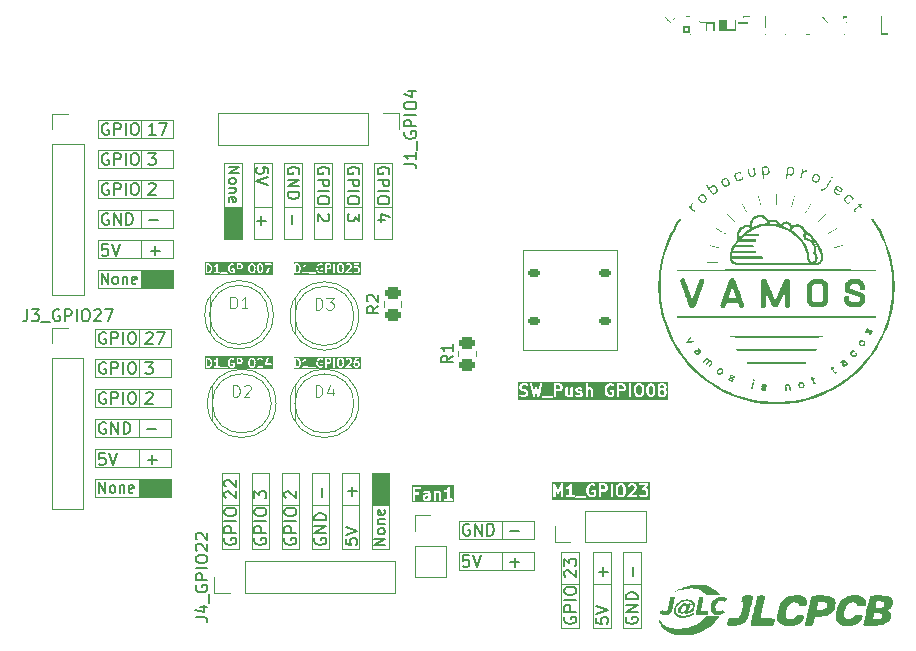
<source format=gbr>
%TF.GenerationSoftware,KiCad,Pcbnew,8.0.1*%
%TF.CreationDate,2024-10-12T17:53:39+09:00*%
%TF.ProjectId,Test2,54657374-322e-46b6-9963-61645f706362,rev?*%
%TF.SameCoordinates,Original*%
%TF.FileFunction,Legend,Top*%
%TF.FilePolarity,Positive*%
%FSLAX46Y46*%
G04 Gerber Fmt 4.6, Leading zero omitted, Abs format (unit mm)*
G04 Created by KiCad (PCBNEW 8.0.1) date 2024-10-12 17:53:39*
%MOMM*%
%LPD*%
G01*
G04 APERTURE LIST*
G04 Aperture macros list*
%AMRoundRect*
0 Rectangle with rounded corners*
0 $1 Rounding radius*
0 $2 $3 $4 $5 $6 $7 $8 $9 X,Y pos of 4 corners*
0 Add a 4 corners polygon primitive as box body*
4,1,4,$2,$3,$4,$5,$6,$7,$8,$9,$2,$3,0*
0 Add four circle primitives for the rounded corners*
1,1,$1+$1,$2,$3*
1,1,$1+$1,$4,$5*
1,1,$1+$1,$6,$7*
1,1,$1+$1,$8,$9*
0 Add four rect primitives between the rounded corners*
20,1,$1+$1,$2,$3,$4,$5,0*
20,1,$1+$1,$4,$5,$6,$7,0*
20,1,$1+$1,$6,$7,$8,$9,0*
20,1,$1+$1,$8,$9,$2,$3,0*%
G04 Aperture macros list end*
%ADD10C,0.100000*%
%ADD11C,0.200000*%
%ADD12C,0.140000*%
%ADD13C,0.150000*%
%ADD14C,0.120000*%
%ADD15C,0.000000*%
%ADD16R,1.700000X1.700000*%
%ADD17O,1.700000X1.700000*%
%ADD18RoundRect,0.250000X0.450000X-0.262500X0.450000X0.262500X-0.450000X0.262500X-0.450000X-0.262500X0*%
%ADD19C,1.524000*%
%ADD20C,2.700000*%
%ADD21RoundRect,0.187500X-0.312500X-0.187500X0.312500X-0.187500X0.312500X0.187500X-0.312500X0.187500X0*%
G04 APERTURE END LIST*
D10*
X6304000Y33624800D02*
X4804000Y33624800D01*
X4804000Y30924800D01*
X6304000Y30924800D01*
X6304000Y33624800D01*
X6304000Y37324800D02*
X4804000Y37324800D01*
X4804000Y33624800D01*
X6304000Y33624800D01*
X6304000Y37324800D01*
D11*
X7987733Y32955127D02*
X7987733Y32193222D01*
X11051542Y33002746D02*
X11099161Y32955127D01*
X11099161Y32955127D02*
X11146780Y32859889D01*
X11146780Y32859889D02*
X11146780Y32621794D01*
X11146780Y32621794D02*
X11099161Y32526556D01*
X11099161Y32526556D02*
X11051542Y32478937D01*
X11051542Y32478937D02*
X10956304Y32431318D01*
X10956304Y32431318D02*
X10861066Y32431318D01*
X10861066Y32431318D02*
X10718209Y32478937D01*
X10718209Y32478937D02*
X10146780Y33050365D01*
X10146780Y33050365D02*
X10146780Y32431318D01*
D10*
X3764000Y37324800D02*
X2264000Y37324800D01*
X2264000Y33624800D01*
X3764000Y33624800D01*
X3764000Y37324800D01*
X8844000Y37324800D02*
X7344000Y37324800D01*
X7344000Y33624800D01*
X8844000Y33624800D01*
X8844000Y37324800D01*
D11*
X2631542Y36978937D02*
X3531542Y36978937D01*
X3531542Y36978937D02*
X2631542Y36464651D01*
X2631542Y36464651D02*
X3531542Y36464651D01*
X2631542Y35907508D02*
X2674400Y35993223D01*
X2674400Y35993223D02*
X2717257Y36036080D01*
X2717257Y36036080D02*
X2802971Y36078937D01*
X2802971Y36078937D02*
X3060114Y36078937D01*
X3060114Y36078937D02*
X3145828Y36036080D01*
X3145828Y36036080D02*
X3188685Y35993223D01*
X3188685Y35993223D02*
X3231542Y35907508D01*
X3231542Y35907508D02*
X3231542Y35778937D01*
X3231542Y35778937D02*
X3188685Y35693223D01*
X3188685Y35693223D02*
X3145828Y35650365D01*
X3145828Y35650365D02*
X3060114Y35607508D01*
X3060114Y35607508D02*
X2802971Y35607508D01*
X2802971Y35607508D02*
X2717257Y35650365D01*
X2717257Y35650365D02*
X2674400Y35693223D01*
X2674400Y35693223D02*
X2631542Y35778937D01*
X2631542Y35778937D02*
X2631542Y35907508D01*
X3231542Y35221794D02*
X2631542Y35221794D01*
X3145828Y35221794D02*
X3188685Y35178937D01*
X3188685Y35178937D02*
X3231542Y35093222D01*
X3231542Y35093222D02*
X3231542Y34964651D01*
X3231542Y34964651D02*
X3188685Y34878937D01*
X3188685Y34878937D02*
X3102971Y34836079D01*
X3102971Y34836079D02*
X2631542Y34836079D01*
X2674400Y34064651D02*
X2631542Y34150365D01*
X2631542Y34150365D02*
X2631542Y34321793D01*
X2631542Y34321793D02*
X2674400Y34407508D01*
X2674400Y34407508D02*
X2760114Y34450365D01*
X2760114Y34450365D02*
X3102971Y34450365D01*
X3102971Y34450365D02*
X3188685Y34407508D01*
X3188685Y34407508D02*
X3231542Y34321793D01*
X3231542Y34321793D02*
X3231542Y34150365D01*
X3231542Y34150365D02*
X3188685Y34064651D01*
X3188685Y34064651D02*
X3102971Y34021793D01*
X3102971Y34021793D02*
X3017257Y34021793D01*
X3017257Y34021793D02*
X2931542Y34450365D01*
D10*
X11384000Y33624800D02*
X9884000Y33624800D01*
X9884000Y30924800D01*
X11384000Y30924800D01*
X11384000Y33624800D01*
D11*
X16179161Y36431318D02*
X16226780Y36526556D01*
X16226780Y36526556D02*
X16226780Y36669413D01*
X16226780Y36669413D02*
X16179161Y36812270D01*
X16179161Y36812270D02*
X16083923Y36907508D01*
X16083923Y36907508D02*
X15988685Y36955127D01*
X15988685Y36955127D02*
X15798209Y37002746D01*
X15798209Y37002746D02*
X15655352Y37002746D01*
X15655352Y37002746D02*
X15464876Y36955127D01*
X15464876Y36955127D02*
X15369638Y36907508D01*
X15369638Y36907508D02*
X15274400Y36812270D01*
X15274400Y36812270D02*
X15226780Y36669413D01*
X15226780Y36669413D02*
X15226780Y36574175D01*
X15226780Y36574175D02*
X15274400Y36431318D01*
X15274400Y36431318D02*
X15322019Y36383699D01*
X15322019Y36383699D02*
X15655352Y36383699D01*
X15655352Y36383699D02*
X15655352Y36574175D01*
X15226780Y35955127D02*
X16226780Y35955127D01*
X16226780Y35955127D02*
X16226780Y35574175D01*
X16226780Y35574175D02*
X16179161Y35478937D01*
X16179161Y35478937D02*
X16131542Y35431318D01*
X16131542Y35431318D02*
X16036304Y35383699D01*
X16036304Y35383699D02*
X15893447Y35383699D01*
X15893447Y35383699D02*
X15798209Y35431318D01*
X15798209Y35431318D02*
X15750590Y35478937D01*
X15750590Y35478937D02*
X15702971Y35574175D01*
X15702971Y35574175D02*
X15702971Y35955127D01*
X15226780Y34955127D02*
X16226780Y34955127D01*
X16226780Y34288461D02*
X16226780Y34097985D01*
X16226780Y34097985D02*
X16179161Y34002747D01*
X16179161Y34002747D02*
X16083923Y33907509D01*
X16083923Y33907509D02*
X15893447Y33859890D01*
X15893447Y33859890D02*
X15560114Y33859890D01*
X15560114Y33859890D02*
X15369638Y33907509D01*
X15369638Y33907509D02*
X15274400Y34002747D01*
X15274400Y34002747D02*
X15226780Y34097985D01*
X15226780Y34097985D02*
X15226780Y34288461D01*
X15226780Y34288461D02*
X15274400Y34383699D01*
X15274400Y34383699D02*
X15369638Y34478937D01*
X15369638Y34478937D02*
X15560114Y34526556D01*
X15560114Y34526556D02*
X15893447Y34526556D01*
X15893447Y34526556D02*
X16083923Y34478937D01*
X16083923Y34478937D02*
X16179161Y34383699D01*
X16179161Y34383699D02*
X16226780Y34288461D01*
X15893447Y32526556D02*
X15226780Y32526556D01*
X16274400Y32764651D02*
X15560114Y33002746D01*
X15560114Y33002746D02*
X15560114Y32383699D01*
D10*
X16464000Y37324800D02*
X14964000Y37324800D01*
X14964000Y33624800D01*
X16464000Y33624800D01*
X16464000Y37324800D01*
X16464000Y33624800D02*
X14964000Y33624800D01*
X14964000Y30924800D01*
X16464000Y30924800D01*
X16464000Y33624800D01*
D11*
X13639161Y36431318D02*
X13686780Y36526556D01*
X13686780Y36526556D02*
X13686780Y36669413D01*
X13686780Y36669413D02*
X13639161Y36812270D01*
X13639161Y36812270D02*
X13543923Y36907508D01*
X13543923Y36907508D02*
X13448685Y36955127D01*
X13448685Y36955127D02*
X13258209Y37002746D01*
X13258209Y37002746D02*
X13115352Y37002746D01*
X13115352Y37002746D02*
X12924876Y36955127D01*
X12924876Y36955127D02*
X12829638Y36907508D01*
X12829638Y36907508D02*
X12734400Y36812270D01*
X12734400Y36812270D02*
X12686780Y36669413D01*
X12686780Y36669413D02*
X12686780Y36574175D01*
X12686780Y36574175D02*
X12734400Y36431318D01*
X12734400Y36431318D02*
X12782019Y36383699D01*
X12782019Y36383699D02*
X13115352Y36383699D01*
X13115352Y36383699D02*
X13115352Y36574175D01*
X12686780Y35955127D02*
X13686780Y35955127D01*
X13686780Y35955127D02*
X13686780Y35574175D01*
X13686780Y35574175D02*
X13639161Y35478937D01*
X13639161Y35478937D02*
X13591542Y35431318D01*
X13591542Y35431318D02*
X13496304Y35383699D01*
X13496304Y35383699D02*
X13353447Y35383699D01*
X13353447Y35383699D02*
X13258209Y35431318D01*
X13258209Y35431318D02*
X13210590Y35478937D01*
X13210590Y35478937D02*
X13162971Y35574175D01*
X13162971Y35574175D02*
X13162971Y35955127D01*
X12686780Y34955127D02*
X13686780Y34955127D01*
X13686780Y34288461D02*
X13686780Y34097985D01*
X13686780Y34097985D02*
X13639161Y34002747D01*
X13639161Y34002747D02*
X13543923Y33907509D01*
X13543923Y33907509D02*
X13353447Y33859890D01*
X13353447Y33859890D02*
X13020114Y33859890D01*
X13020114Y33859890D02*
X12829638Y33907509D01*
X12829638Y33907509D02*
X12734400Y34002747D01*
X12734400Y34002747D02*
X12686780Y34097985D01*
X12686780Y34097985D02*
X12686780Y34288461D01*
X12686780Y34288461D02*
X12734400Y34383699D01*
X12734400Y34383699D02*
X12829638Y34478937D01*
X12829638Y34478937D02*
X13020114Y34526556D01*
X13020114Y34526556D02*
X13353447Y34526556D01*
X13353447Y34526556D02*
X13543923Y34478937D01*
X13543923Y34478937D02*
X13639161Y34383699D01*
X13639161Y34383699D02*
X13686780Y34288461D01*
X5397733Y32855127D02*
X5397733Y32093222D01*
X5016780Y32474175D02*
X5778685Y32474175D01*
D10*
X8844000Y33624800D02*
X7344000Y33624800D01*
X7344000Y30924800D01*
X8844000Y30924800D01*
X8844000Y33624800D01*
D11*
X8559161Y36431318D02*
X8606780Y36526556D01*
X8606780Y36526556D02*
X8606780Y36669413D01*
X8606780Y36669413D02*
X8559161Y36812270D01*
X8559161Y36812270D02*
X8463923Y36907508D01*
X8463923Y36907508D02*
X8368685Y36955127D01*
X8368685Y36955127D02*
X8178209Y37002746D01*
X8178209Y37002746D02*
X8035352Y37002746D01*
X8035352Y37002746D02*
X7844876Y36955127D01*
X7844876Y36955127D02*
X7749638Y36907508D01*
X7749638Y36907508D02*
X7654400Y36812270D01*
X7654400Y36812270D02*
X7606780Y36669413D01*
X7606780Y36669413D02*
X7606780Y36574175D01*
X7606780Y36574175D02*
X7654400Y36431318D01*
X7654400Y36431318D02*
X7702019Y36383699D01*
X7702019Y36383699D02*
X8035352Y36383699D01*
X8035352Y36383699D02*
X8035352Y36574175D01*
X7606780Y35955127D02*
X8606780Y35955127D01*
X8606780Y35955127D02*
X7606780Y35383699D01*
X7606780Y35383699D02*
X8606780Y35383699D01*
X7606780Y34907508D02*
X8606780Y34907508D01*
X8606780Y34907508D02*
X8606780Y34669413D01*
X8606780Y34669413D02*
X8559161Y34526556D01*
X8559161Y34526556D02*
X8463923Y34431318D01*
X8463923Y34431318D02*
X8368685Y34383699D01*
X8368685Y34383699D02*
X8178209Y34336080D01*
X8178209Y34336080D02*
X8035352Y34336080D01*
X8035352Y34336080D02*
X7844876Y34383699D01*
X7844876Y34383699D02*
X7749638Y34431318D01*
X7749638Y34431318D02*
X7654400Y34526556D01*
X7654400Y34526556D02*
X7606780Y34669413D01*
X7606780Y34669413D02*
X7606780Y34907508D01*
D10*
X3764000Y33624800D02*
X2264000Y33624800D01*
X2264000Y30924800D01*
X3764000Y30924800D01*
X3764000Y33624800D01*
G36*
X3764000Y33624800D02*
G01*
X2264000Y33624800D01*
X2264000Y30924800D01*
X3764000Y30924800D01*
X3764000Y33624800D01*
G37*
X13924000Y33624800D02*
X12424000Y33624800D01*
X12424000Y30924800D01*
X13924000Y30924800D01*
X13924000Y33624800D01*
D11*
X13686780Y33050365D02*
X13686780Y32431318D01*
X13686780Y32431318D02*
X13305828Y32764651D01*
X13305828Y32764651D02*
X13305828Y32621794D01*
X13305828Y32621794D02*
X13258209Y32526556D01*
X13258209Y32526556D02*
X13210590Y32478937D01*
X13210590Y32478937D02*
X13115352Y32431318D01*
X13115352Y32431318D02*
X12877257Y32431318D01*
X12877257Y32431318D02*
X12782019Y32478937D01*
X12782019Y32478937D02*
X12734400Y32526556D01*
X12734400Y32526556D02*
X12686780Y32621794D01*
X12686780Y32621794D02*
X12686780Y32907508D01*
X12686780Y32907508D02*
X12734400Y33002746D01*
X12734400Y33002746D02*
X12782019Y33050365D01*
D10*
X13924000Y37324800D02*
X12424000Y37324800D01*
X12424000Y33624800D01*
X13924000Y33624800D01*
X13924000Y37324800D01*
D11*
X11099161Y36431318D02*
X11146780Y36526556D01*
X11146780Y36526556D02*
X11146780Y36669413D01*
X11146780Y36669413D02*
X11099161Y36812270D01*
X11099161Y36812270D02*
X11003923Y36907508D01*
X11003923Y36907508D02*
X10908685Y36955127D01*
X10908685Y36955127D02*
X10718209Y37002746D01*
X10718209Y37002746D02*
X10575352Y37002746D01*
X10575352Y37002746D02*
X10384876Y36955127D01*
X10384876Y36955127D02*
X10289638Y36907508D01*
X10289638Y36907508D02*
X10194400Y36812270D01*
X10194400Y36812270D02*
X10146780Y36669413D01*
X10146780Y36669413D02*
X10146780Y36574175D01*
X10146780Y36574175D02*
X10194400Y36431318D01*
X10194400Y36431318D02*
X10242019Y36383699D01*
X10242019Y36383699D02*
X10575352Y36383699D01*
X10575352Y36383699D02*
X10575352Y36574175D01*
X10146780Y35955127D02*
X11146780Y35955127D01*
X11146780Y35955127D02*
X11146780Y35574175D01*
X11146780Y35574175D02*
X11099161Y35478937D01*
X11099161Y35478937D02*
X11051542Y35431318D01*
X11051542Y35431318D02*
X10956304Y35383699D01*
X10956304Y35383699D02*
X10813447Y35383699D01*
X10813447Y35383699D02*
X10718209Y35431318D01*
X10718209Y35431318D02*
X10670590Y35478937D01*
X10670590Y35478937D02*
X10622971Y35574175D01*
X10622971Y35574175D02*
X10622971Y35955127D01*
X10146780Y34955127D02*
X11146780Y34955127D01*
X11146780Y34288461D02*
X11146780Y34097985D01*
X11146780Y34097985D02*
X11099161Y34002747D01*
X11099161Y34002747D02*
X11003923Y33907509D01*
X11003923Y33907509D02*
X10813447Y33859890D01*
X10813447Y33859890D02*
X10480114Y33859890D01*
X10480114Y33859890D02*
X10289638Y33907509D01*
X10289638Y33907509D02*
X10194400Y34002747D01*
X10194400Y34002747D02*
X10146780Y34097985D01*
X10146780Y34097985D02*
X10146780Y34288461D01*
X10146780Y34288461D02*
X10194400Y34383699D01*
X10194400Y34383699D02*
X10289638Y34478937D01*
X10289638Y34478937D02*
X10480114Y34526556D01*
X10480114Y34526556D02*
X10813447Y34526556D01*
X10813447Y34526556D02*
X11003923Y34478937D01*
X11003923Y34478937D02*
X11099161Y34383699D01*
X11099161Y34383699D02*
X11146780Y34288461D01*
X5966780Y36478937D02*
X5966780Y36955127D01*
X5966780Y36955127D02*
X5490590Y37002746D01*
X5490590Y37002746D02*
X5538209Y36955127D01*
X5538209Y36955127D02*
X5585828Y36859889D01*
X5585828Y36859889D02*
X5585828Y36621794D01*
X5585828Y36621794D02*
X5538209Y36526556D01*
X5538209Y36526556D02*
X5490590Y36478937D01*
X5490590Y36478937D02*
X5395352Y36431318D01*
X5395352Y36431318D02*
X5157257Y36431318D01*
X5157257Y36431318D02*
X5062019Y36478937D01*
X5062019Y36478937D02*
X5014400Y36526556D01*
X5014400Y36526556D02*
X4966780Y36621794D01*
X4966780Y36621794D02*
X4966780Y36859889D01*
X4966780Y36859889D02*
X5014400Y36955127D01*
X5014400Y36955127D02*
X5062019Y37002746D01*
X5966780Y36145603D02*
X4966780Y35812270D01*
X4966780Y35812270D02*
X5966780Y35478937D01*
D10*
X11384000Y37324800D02*
X9884000Y37324800D01*
X9884000Y33624800D01*
X11384000Y33624800D01*
X11384000Y37324800D01*
X-8462600Y33350400D02*
X-4762600Y33350400D01*
X-4762600Y31850400D01*
X-8462600Y31850400D01*
X-8462600Y33350400D01*
X-8462600Y28270400D02*
X-4762600Y28270400D01*
X-4762600Y26770400D01*
X-8462600Y26770400D01*
X-8462600Y28270400D01*
X-8462600Y35890400D02*
X-4762600Y35890400D01*
X-4762600Y34390400D01*
X-8462600Y34390400D01*
X-8462600Y35890400D01*
X-4762600Y35890400D02*
X-2062600Y35890400D01*
X-2062600Y34390400D01*
X-4762600Y34390400D01*
X-4762600Y35890400D01*
X-4762600Y28270400D02*
X-2062600Y28270400D01*
X-2062600Y26770400D01*
X-4762600Y26770400D01*
X-4762600Y28270400D01*
G36*
X-4762600Y28270400D02*
G01*
X-2062600Y28270400D01*
X-2062600Y26770400D01*
X-4762600Y26770400D01*
X-4762600Y28270400D01*
G37*
X-8462600Y30810400D02*
X-4762600Y30810400D01*
X-4762600Y29310400D01*
X-8462600Y29310400D01*
X-8462600Y30810400D01*
X-4762600Y33350400D02*
X-2062600Y33350400D01*
X-2062600Y31850400D01*
X-4762600Y31850400D01*
X-4762600Y33350400D01*
D11*
X-4092927Y32494134D02*
X-3331022Y32494134D01*
X-7569118Y35605562D02*
X-7664356Y35653181D01*
X-7664356Y35653181D02*
X-7807213Y35653181D01*
X-7807213Y35653181D02*
X-7950070Y35605562D01*
X-7950070Y35605562D02*
X-8045308Y35510324D01*
X-8045308Y35510324D02*
X-8092927Y35415086D01*
X-8092927Y35415086D02*
X-8140546Y35224610D01*
X-8140546Y35224610D02*
X-8140546Y35081753D01*
X-8140546Y35081753D02*
X-8092927Y34891277D01*
X-8092927Y34891277D02*
X-8045308Y34796039D01*
X-8045308Y34796039D02*
X-7950070Y34700800D01*
X-7950070Y34700800D02*
X-7807213Y34653181D01*
X-7807213Y34653181D02*
X-7711975Y34653181D01*
X-7711975Y34653181D02*
X-7569118Y34700800D01*
X-7569118Y34700800D02*
X-7521499Y34748420D01*
X-7521499Y34748420D02*
X-7521499Y35081753D01*
X-7521499Y35081753D02*
X-7711975Y35081753D01*
X-7092927Y34653181D02*
X-7092927Y35653181D01*
X-7092927Y35653181D02*
X-6711975Y35653181D01*
X-6711975Y35653181D02*
X-6616737Y35605562D01*
X-6616737Y35605562D02*
X-6569118Y35557943D01*
X-6569118Y35557943D02*
X-6521499Y35462705D01*
X-6521499Y35462705D02*
X-6521499Y35319848D01*
X-6521499Y35319848D02*
X-6569118Y35224610D01*
X-6569118Y35224610D02*
X-6616737Y35176991D01*
X-6616737Y35176991D02*
X-6711975Y35129372D01*
X-6711975Y35129372D02*
X-7092927Y35129372D01*
X-6092927Y34653181D02*
X-6092927Y35653181D01*
X-5426261Y35653181D02*
X-5235785Y35653181D01*
X-5235785Y35653181D02*
X-5140547Y35605562D01*
X-5140547Y35605562D02*
X-5045309Y35510324D01*
X-5045309Y35510324D02*
X-4997690Y35319848D01*
X-4997690Y35319848D02*
X-4997690Y34986515D01*
X-4997690Y34986515D02*
X-5045309Y34796039D01*
X-5045309Y34796039D02*
X-5140547Y34700800D01*
X-5140547Y34700800D02*
X-5235785Y34653181D01*
X-5235785Y34653181D02*
X-5426261Y34653181D01*
X-5426261Y34653181D02*
X-5521499Y34700800D01*
X-5521499Y34700800D02*
X-5616737Y34796039D01*
X-5616737Y34796039D02*
X-5664356Y34986515D01*
X-5664356Y34986515D02*
X-5664356Y35319848D01*
X-5664356Y35319848D02*
X-5616737Y35510324D01*
X-5616737Y35510324D02*
X-5521499Y35605562D01*
X-5521499Y35605562D02*
X-5426261Y35653181D01*
X-4140546Y35557943D02*
X-4092927Y35605562D01*
X-4092927Y35605562D02*
X-3997689Y35653181D01*
X-3997689Y35653181D02*
X-3759594Y35653181D01*
X-3759594Y35653181D02*
X-3664356Y35605562D01*
X-3664356Y35605562D02*
X-3616737Y35557943D01*
X-3616737Y35557943D02*
X-3569118Y35462705D01*
X-3569118Y35462705D02*
X-3569118Y35367467D01*
X-3569118Y35367467D02*
X-3616737Y35224610D01*
X-3616737Y35224610D02*
X-4188165Y34653181D01*
X-4188165Y34653181D02*
X-3569118Y34653181D01*
X-4188165Y38193181D02*
X-3569118Y38193181D01*
X-3569118Y38193181D02*
X-3902451Y37812229D01*
X-3902451Y37812229D02*
X-3759594Y37812229D01*
X-3759594Y37812229D02*
X-3664356Y37764610D01*
X-3664356Y37764610D02*
X-3616737Y37716991D01*
X-3616737Y37716991D02*
X-3569118Y37621753D01*
X-3569118Y37621753D02*
X-3569118Y37383658D01*
X-3569118Y37383658D02*
X-3616737Y37288420D01*
X-3616737Y37288420D02*
X-3664356Y37240800D01*
X-3664356Y37240800D02*
X-3759594Y37193181D01*
X-3759594Y37193181D02*
X-4045308Y37193181D01*
X-4045308Y37193181D02*
X-4140546Y37240800D01*
X-4140546Y37240800D02*
X-4188165Y37288420D01*
X-7569118Y38145562D02*
X-7664356Y38193181D01*
X-7664356Y38193181D02*
X-7807213Y38193181D01*
X-7807213Y38193181D02*
X-7950070Y38145562D01*
X-7950070Y38145562D02*
X-8045308Y38050324D01*
X-8045308Y38050324D02*
X-8092927Y37955086D01*
X-8092927Y37955086D02*
X-8140546Y37764610D01*
X-8140546Y37764610D02*
X-8140546Y37621753D01*
X-8140546Y37621753D02*
X-8092927Y37431277D01*
X-8092927Y37431277D02*
X-8045308Y37336039D01*
X-8045308Y37336039D02*
X-7950070Y37240800D01*
X-7950070Y37240800D02*
X-7807213Y37193181D01*
X-7807213Y37193181D02*
X-7711975Y37193181D01*
X-7711975Y37193181D02*
X-7569118Y37240800D01*
X-7569118Y37240800D02*
X-7521499Y37288420D01*
X-7521499Y37288420D02*
X-7521499Y37621753D01*
X-7521499Y37621753D02*
X-7711975Y37621753D01*
X-7092927Y37193181D02*
X-7092927Y38193181D01*
X-7092927Y38193181D02*
X-6711975Y38193181D01*
X-6711975Y38193181D02*
X-6616737Y38145562D01*
X-6616737Y38145562D02*
X-6569118Y38097943D01*
X-6569118Y38097943D02*
X-6521499Y38002705D01*
X-6521499Y38002705D02*
X-6521499Y37859848D01*
X-6521499Y37859848D02*
X-6569118Y37764610D01*
X-6569118Y37764610D02*
X-6616737Y37716991D01*
X-6616737Y37716991D02*
X-6711975Y37669372D01*
X-6711975Y37669372D02*
X-7092927Y37669372D01*
X-6092927Y37193181D02*
X-6092927Y38193181D01*
X-5426261Y38193181D02*
X-5235785Y38193181D01*
X-5235785Y38193181D02*
X-5140547Y38145562D01*
X-5140547Y38145562D02*
X-5045309Y38050324D01*
X-5045309Y38050324D02*
X-4997690Y37859848D01*
X-4997690Y37859848D02*
X-4997690Y37526515D01*
X-4997690Y37526515D02*
X-5045309Y37336039D01*
X-5045309Y37336039D02*
X-5140547Y37240800D01*
X-5140547Y37240800D02*
X-5235785Y37193181D01*
X-5235785Y37193181D02*
X-5426261Y37193181D01*
X-5426261Y37193181D02*
X-5521499Y37240800D01*
X-5521499Y37240800D02*
X-5616737Y37336039D01*
X-5616737Y37336039D02*
X-5664356Y37526515D01*
X-5664356Y37526515D02*
X-5664356Y37859848D01*
X-5664356Y37859848D02*
X-5616737Y38050324D01*
X-5616737Y38050324D02*
X-5521499Y38145562D01*
X-5521499Y38145562D02*
X-5426261Y38193181D01*
X-7616737Y30473181D02*
X-8092927Y30473181D01*
X-8092927Y30473181D02*
X-8140546Y29996991D01*
X-8140546Y29996991D02*
X-8092927Y30044610D01*
X-8092927Y30044610D02*
X-7997689Y30092229D01*
X-7997689Y30092229D02*
X-7759594Y30092229D01*
X-7759594Y30092229D02*
X-7664356Y30044610D01*
X-7664356Y30044610D02*
X-7616737Y29996991D01*
X-7616737Y29996991D02*
X-7569118Y29901753D01*
X-7569118Y29901753D02*
X-7569118Y29663658D01*
X-7569118Y29663658D02*
X-7616737Y29568420D01*
X-7616737Y29568420D02*
X-7664356Y29520800D01*
X-7664356Y29520800D02*
X-7759594Y29473181D01*
X-7759594Y29473181D02*
X-7997689Y29473181D01*
X-7997689Y29473181D02*
X-8092927Y29520800D01*
X-8092927Y29520800D02*
X-8140546Y29568420D01*
X-7283403Y30473181D02*
X-6950070Y29473181D01*
X-6950070Y29473181D02*
X-6616737Y30473181D01*
D10*
X-4762600Y30810400D02*
X-2062600Y30810400D01*
X-2062600Y29310400D01*
X-4762600Y29310400D01*
X-4762600Y30810400D01*
X-8462600Y38430400D02*
X-4762600Y38430400D01*
X-4762600Y36930400D01*
X-8462600Y36930400D01*
X-8462600Y38430400D01*
X-4762600Y38430400D02*
X-2062600Y38430400D01*
X-2062600Y36930400D01*
X-4762600Y36930400D01*
X-4762600Y38430400D01*
X-4762600Y40970400D02*
X-2062600Y40970400D01*
X-2062600Y39470400D01*
X-4762600Y39470400D01*
X-4762600Y40970400D01*
D11*
X-7569118Y40685562D02*
X-7664356Y40733181D01*
X-7664356Y40733181D02*
X-7807213Y40733181D01*
X-7807213Y40733181D02*
X-7950070Y40685562D01*
X-7950070Y40685562D02*
X-8045308Y40590324D01*
X-8045308Y40590324D02*
X-8092927Y40495086D01*
X-8092927Y40495086D02*
X-8140546Y40304610D01*
X-8140546Y40304610D02*
X-8140546Y40161753D01*
X-8140546Y40161753D02*
X-8092927Y39971277D01*
X-8092927Y39971277D02*
X-8045308Y39876039D01*
X-8045308Y39876039D02*
X-7950070Y39780800D01*
X-7950070Y39780800D02*
X-7807213Y39733181D01*
X-7807213Y39733181D02*
X-7711975Y39733181D01*
X-7711975Y39733181D02*
X-7569118Y39780800D01*
X-7569118Y39780800D02*
X-7521499Y39828420D01*
X-7521499Y39828420D02*
X-7521499Y40161753D01*
X-7521499Y40161753D02*
X-7711975Y40161753D01*
X-7092927Y39733181D02*
X-7092927Y40733181D01*
X-7092927Y40733181D02*
X-6711975Y40733181D01*
X-6711975Y40733181D02*
X-6616737Y40685562D01*
X-6616737Y40685562D02*
X-6569118Y40637943D01*
X-6569118Y40637943D02*
X-6521499Y40542705D01*
X-6521499Y40542705D02*
X-6521499Y40399848D01*
X-6521499Y40399848D02*
X-6569118Y40304610D01*
X-6569118Y40304610D02*
X-6616737Y40256991D01*
X-6616737Y40256991D02*
X-6711975Y40209372D01*
X-6711975Y40209372D02*
X-7092927Y40209372D01*
X-6092927Y39733181D02*
X-6092927Y40733181D01*
X-5426261Y40733181D02*
X-5235785Y40733181D01*
X-5235785Y40733181D02*
X-5140547Y40685562D01*
X-5140547Y40685562D02*
X-5045309Y40590324D01*
X-5045309Y40590324D02*
X-4997690Y40399848D01*
X-4997690Y40399848D02*
X-4997690Y40066515D01*
X-4997690Y40066515D02*
X-5045309Y39876039D01*
X-5045309Y39876039D02*
X-5140547Y39780800D01*
X-5140547Y39780800D02*
X-5235785Y39733181D01*
X-5235785Y39733181D02*
X-5426261Y39733181D01*
X-5426261Y39733181D02*
X-5521499Y39780800D01*
X-5521499Y39780800D02*
X-5616737Y39876039D01*
X-5616737Y39876039D02*
X-5664356Y40066515D01*
X-5664356Y40066515D02*
X-5664356Y40399848D01*
X-5664356Y40399848D02*
X-5616737Y40590324D01*
X-5616737Y40590324D02*
X-5521499Y40685562D01*
X-5521499Y40685562D02*
X-5426261Y40733181D01*
X-3569118Y39733181D02*
X-4140546Y39733181D01*
X-3854832Y39733181D02*
X-3854832Y40733181D01*
X-3854832Y40733181D02*
X-3950070Y40590324D01*
X-3950070Y40590324D02*
X-4045308Y40495086D01*
X-4045308Y40495086D02*
X-4140546Y40447467D01*
X-3235784Y40733181D02*
X-2569118Y40733181D01*
X-2569118Y40733181D02*
X-2997689Y39733181D01*
D10*
X-8462600Y40970400D02*
X-4762600Y40970400D01*
X-4762600Y39470400D01*
X-8462600Y39470400D01*
X-8462600Y40970400D01*
D11*
X-7569118Y33065562D02*
X-7664356Y33113181D01*
X-7664356Y33113181D02*
X-7807213Y33113181D01*
X-7807213Y33113181D02*
X-7950070Y33065562D01*
X-7950070Y33065562D02*
X-8045308Y32970324D01*
X-8045308Y32970324D02*
X-8092927Y32875086D01*
X-8092927Y32875086D02*
X-8140546Y32684610D01*
X-8140546Y32684610D02*
X-8140546Y32541753D01*
X-8140546Y32541753D02*
X-8092927Y32351277D01*
X-8092927Y32351277D02*
X-8045308Y32256039D01*
X-8045308Y32256039D02*
X-7950070Y32160800D01*
X-7950070Y32160800D02*
X-7807213Y32113181D01*
X-7807213Y32113181D02*
X-7711975Y32113181D01*
X-7711975Y32113181D02*
X-7569118Y32160800D01*
X-7569118Y32160800D02*
X-7521499Y32208420D01*
X-7521499Y32208420D02*
X-7521499Y32541753D01*
X-7521499Y32541753D02*
X-7711975Y32541753D01*
X-7092927Y32113181D02*
X-7092927Y33113181D01*
X-7092927Y33113181D02*
X-6521499Y32113181D01*
X-6521499Y32113181D02*
X-6521499Y33113181D01*
X-6045308Y32113181D02*
X-6045308Y33113181D01*
X-6045308Y33113181D02*
X-5807213Y33113181D01*
X-5807213Y33113181D02*
X-5664356Y33065562D01*
X-5664356Y33065562D02*
X-5569118Y32970324D01*
X-5569118Y32970324D02*
X-5521499Y32875086D01*
X-5521499Y32875086D02*
X-5473880Y32684610D01*
X-5473880Y32684610D02*
X-5473880Y32541753D01*
X-5473880Y32541753D02*
X-5521499Y32351277D01*
X-5521499Y32351277D02*
X-5569118Y32256039D01*
X-5569118Y32256039D02*
X-5664356Y32160800D01*
X-5664356Y32160800D02*
X-5807213Y32113181D01*
X-5807213Y32113181D02*
X-6045308Y32113181D01*
X-3992927Y29904134D02*
X-3231022Y29904134D01*
X-3611975Y29523181D02*
X-3611975Y30285086D01*
X-8116737Y27137943D02*
X-8116737Y28037943D01*
X-8116737Y28037943D02*
X-7602451Y27137943D01*
X-7602451Y27137943D02*
X-7602451Y28037943D01*
X-7045308Y27137943D02*
X-7131023Y27180800D01*
X-7131023Y27180800D02*
X-7173880Y27223658D01*
X-7173880Y27223658D02*
X-7216737Y27309372D01*
X-7216737Y27309372D02*
X-7216737Y27566515D01*
X-7216737Y27566515D02*
X-7173880Y27652229D01*
X-7173880Y27652229D02*
X-7131023Y27695086D01*
X-7131023Y27695086D02*
X-7045308Y27737943D01*
X-7045308Y27737943D02*
X-6916737Y27737943D01*
X-6916737Y27737943D02*
X-6831023Y27695086D01*
X-6831023Y27695086D02*
X-6788165Y27652229D01*
X-6788165Y27652229D02*
X-6745308Y27566515D01*
X-6745308Y27566515D02*
X-6745308Y27309372D01*
X-6745308Y27309372D02*
X-6788165Y27223658D01*
X-6788165Y27223658D02*
X-6831023Y27180800D01*
X-6831023Y27180800D02*
X-6916737Y27137943D01*
X-6916737Y27137943D02*
X-7045308Y27137943D01*
X-6359594Y27737943D02*
X-6359594Y27137943D01*
X-6359594Y27652229D02*
X-6316737Y27695086D01*
X-6316737Y27695086D02*
X-6231022Y27737943D01*
X-6231022Y27737943D02*
X-6102451Y27737943D01*
X-6102451Y27737943D02*
X-6016737Y27695086D01*
X-6016737Y27695086D02*
X-5973879Y27609372D01*
X-5973879Y27609372D02*
X-5973879Y27137943D01*
X-5202451Y27180800D02*
X-5288165Y27137943D01*
X-5288165Y27137943D02*
X-5459593Y27137943D01*
X-5459593Y27137943D02*
X-5545308Y27180800D01*
X-5545308Y27180800D02*
X-5588165Y27266515D01*
X-5588165Y27266515D02*
X-5588165Y27609372D01*
X-5588165Y27609372D02*
X-5545308Y27695086D01*
X-5545308Y27695086D02*
X-5459593Y27737943D01*
X-5459593Y27737943D02*
X-5288165Y27737943D01*
X-5288165Y27737943D02*
X-5202451Y27695086D01*
X-5202451Y27695086D02*
X-5159593Y27609372D01*
X-5159593Y27609372D02*
X-5159593Y27523658D01*
X-5159593Y27523658D02*
X-5588165Y27437943D01*
D10*
X9643400Y4690000D02*
X11143400Y4690000D01*
X11143400Y8390000D01*
X9643400Y8390000D01*
X9643400Y4690000D01*
X14723400Y4690000D02*
X16223400Y4690000D01*
X16223400Y8390000D01*
X14723400Y8390000D01*
X14723400Y4690000D01*
X9643400Y8390000D02*
X11143400Y8390000D01*
X11143400Y11090000D01*
X9643400Y11090000D01*
X9643400Y8390000D01*
X14723400Y8390000D02*
X16223400Y8390000D01*
X16223400Y11090000D01*
X14723400Y11090000D01*
X14723400Y8390000D01*
G36*
X14723400Y8390000D02*
G01*
X16223400Y8390000D01*
X16223400Y11090000D01*
X14723400Y11090000D01*
X14723400Y8390000D01*
G37*
X12183400Y4690000D02*
X13683400Y4690000D01*
X13683400Y8390000D01*
X12183400Y8390000D01*
X12183400Y4690000D01*
X12183400Y8390000D02*
X13683400Y8390000D01*
X13683400Y11090000D01*
X12183400Y11090000D01*
X12183400Y8390000D01*
D11*
X10499666Y9059674D02*
X10499666Y9821578D01*
X7435857Y9012055D02*
X7388238Y9059674D01*
X7388238Y9059674D02*
X7340619Y9154912D01*
X7340619Y9154912D02*
X7340619Y9393007D01*
X7340619Y9393007D02*
X7388238Y9488245D01*
X7388238Y9488245D02*
X7435857Y9535864D01*
X7435857Y9535864D02*
X7531095Y9583483D01*
X7531095Y9583483D02*
X7626333Y9583483D01*
X7626333Y9583483D02*
X7769190Y9535864D01*
X7769190Y9535864D02*
X8340619Y8964436D01*
X8340619Y8964436D02*
X8340619Y9583483D01*
X7388238Y5583483D02*
X7340619Y5488245D01*
X7340619Y5488245D02*
X7340619Y5345388D01*
X7340619Y5345388D02*
X7388238Y5202531D01*
X7388238Y5202531D02*
X7483476Y5107293D01*
X7483476Y5107293D02*
X7578714Y5059674D01*
X7578714Y5059674D02*
X7769190Y5012055D01*
X7769190Y5012055D02*
X7912047Y5012055D01*
X7912047Y5012055D02*
X8102523Y5059674D01*
X8102523Y5059674D02*
X8197761Y5107293D01*
X8197761Y5107293D02*
X8293000Y5202531D01*
X8293000Y5202531D02*
X8340619Y5345388D01*
X8340619Y5345388D02*
X8340619Y5440626D01*
X8340619Y5440626D02*
X8293000Y5583483D01*
X8293000Y5583483D02*
X8245380Y5631102D01*
X8245380Y5631102D02*
X7912047Y5631102D01*
X7912047Y5631102D02*
X7912047Y5440626D01*
X8340619Y6059674D02*
X7340619Y6059674D01*
X7340619Y6059674D02*
X7340619Y6440626D01*
X7340619Y6440626D02*
X7388238Y6535864D01*
X7388238Y6535864D02*
X7435857Y6583483D01*
X7435857Y6583483D02*
X7531095Y6631102D01*
X7531095Y6631102D02*
X7673952Y6631102D01*
X7673952Y6631102D02*
X7769190Y6583483D01*
X7769190Y6583483D02*
X7816809Y6535864D01*
X7816809Y6535864D02*
X7864428Y6440626D01*
X7864428Y6440626D02*
X7864428Y6059674D01*
X8340619Y7059674D02*
X7340619Y7059674D01*
X7340619Y7726340D02*
X7340619Y7916816D01*
X7340619Y7916816D02*
X7388238Y8012054D01*
X7388238Y8012054D02*
X7483476Y8107292D01*
X7483476Y8107292D02*
X7673952Y8154911D01*
X7673952Y8154911D02*
X8007285Y8154911D01*
X8007285Y8154911D02*
X8197761Y8107292D01*
X8197761Y8107292D02*
X8293000Y8012054D01*
X8293000Y8012054D02*
X8340619Y7916816D01*
X8340619Y7916816D02*
X8340619Y7726340D01*
X8340619Y7726340D02*
X8293000Y7631102D01*
X8293000Y7631102D02*
X8197761Y7535864D01*
X8197761Y7535864D02*
X8007285Y7488245D01*
X8007285Y7488245D02*
X7673952Y7488245D01*
X7673952Y7488245D02*
X7483476Y7535864D01*
X7483476Y7535864D02*
X7388238Y7631102D01*
X7388238Y7631102D02*
X7340619Y7726340D01*
X4800619Y8964436D02*
X4800619Y9583483D01*
X4800619Y9583483D02*
X5181571Y9250150D01*
X5181571Y9250150D02*
X5181571Y9393007D01*
X5181571Y9393007D02*
X5229190Y9488245D01*
X5229190Y9488245D02*
X5276809Y9535864D01*
X5276809Y9535864D02*
X5372047Y9583483D01*
X5372047Y9583483D02*
X5610142Y9583483D01*
X5610142Y9583483D02*
X5705380Y9535864D01*
X5705380Y9535864D02*
X5753000Y9488245D01*
X5753000Y9488245D02*
X5800619Y9393007D01*
X5800619Y9393007D02*
X5800619Y9107293D01*
X5800619Y9107293D02*
X5753000Y9012055D01*
X5753000Y9012055D02*
X5705380Y8964436D01*
X4848238Y5583483D02*
X4800619Y5488245D01*
X4800619Y5488245D02*
X4800619Y5345388D01*
X4800619Y5345388D02*
X4848238Y5202531D01*
X4848238Y5202531D02*
X4943476Y5107293D01*
X4943476Y5107293D02*
X5038714Y5059674D01*
X5038714Y5059674D02*
X5229190Y5012055D01*
X5229190Y5012055D02*
X5372047Y5012055D01*
X5372047Y5012055D02*
X5562523Y5059674D01*
X5562523Y5059674D02*
X5657761Y5107293D01*
X5657761Y5107293D02*
X5753000Y5202531D01*
X5753000Y5202531D02*
X5800619Y5345388D01*
X5800619Y5345388D02*
X5800619Y5440626D01*
X5800619Y5440626D02*
X5753000Y5583483D01*
X5753000Y5583483D02*
X5705380Y5631102D01*
X5705380Y5631102D02*
X5372047Y5631102D01*
X5372047Y5631102D02*
X5372047Y5440626D01*
X5800619Y6059674D02*
X4800619Y6059674D01*
X4800619Y6059674D02*
X4800619Y6440626D01*
X4800619Y6440626D02*
X4848238Y6535864D01*
X4848238Y6535864D02*
X4895857Y6583483D01*
X4895857Y6583483D02*
X4991095Y6631102D01*
X4991095Y6631102D02*
X5133952Y6631102D01*
X5133952Y6631102D02*
X5229190Y6583483D01*
X5229190Y6583483D02*
X5276809Y6535864D01*
X5276809Y6535864D02*
X5324428Y6440626D01*
X5324428Y6440626D02*
X5324428Y6059674D01*
X5800619Y7059674D02*
X4800619Y7059674D01*
X4800619Y7726340D02*
X4800619Y7916816D01*
X4800619Y7916816D02*
X4848238Y8012054D01*
X4848238Y8012054D02*
X4943476Y8107292D01*
X4943476Y8107292D02*
X5133952Y8154911D01*
X5133952Y8154911D02*
X5467285Y8154911D01*
X5467285Y8154911D02*
X5657761Y8107292D01*
X5657761Y8107292D02*
X5753000Y8012054D01*
X5753000Y8012054D02*
X5800619Y7916816D01*
X5800619Y7916816D02*
X5800619Y7726340D01*
X5800619Y7726340D02*
X5753000Y7631102D01*
X5753000Y7631102D02*
X5657761Y7535864D01*
X5657761Y7535864D02*
X5467285Y7488245D01*
X5467285Y7488245D02*
X5133952Y7488245D01*
X5133952Y7488245D02*
X4943476Y7535864D01*
X4943476Y7535864D02*
X4848238Y7631102D01*
X4848238Y7631102D02*
X4800619Y7726340D01*
D10*
X4563400Y4690000D02*
X6063400Y4690000D01*
X6063400Y8390000D01*
X4563400Y8390000D01*
X4563400Y4690000D01*
X7103400Y8390000D02*
X8603400Y8390000D01*
X8603400Y11090000D01*
X7103400Y11090000D01*
X7103400Y8390000D01*
X7103400Y4690000D02*
X8603400Y4690000D01*
X8603400Y8390000D01*
X7103400Y8390000D01*
X7103400Y4690000D01*
X2023400Y8390000D02*
X3523400Y8390000D01*
X3523400Y11090000D01*
X2023400Y11090000D01*
X2023400Y8390000D01*
D11*
X2308238Y5583483D02*
X2260619Y5488245D01*
X2260619Y5488245D02*
X2260619Y5345388D01*
X2260619Y5345388D02*
X2308238Y5202531D01*
X2308238Y5202531D02*
X2403476Y5107293D01*
X2403476Y5107293D02*
X2498714Y5059674D01*
X2498714Y5059674D02*
X2689190Y5012055D01*
X2689190Y5012055D02*
X2832047Y5012055D01*
X2832047Y5012055D02*
X3022523Y5059674D01*
X3022523Y5059674D02*
X3117761Y5107293D01*
X3117761Y5107293D02*
X3213000Y5202531D01*
X3213000Y5202531D02*
X3260619Y5345388D01*
X3260619Y5345388D02*
X3260619Y5440626D01*
X3260619Y5440626D02*
X3213000Y5583483D01*
X3213000Y5583483D02*
X3165380Y5631102D01*
X3165380Y5631102D02*
X2832047Y5631102D01*
X2832047Y5631102D02*
X2832047Y5440626D01*
X3260619Y6059674D02*
X2260619Y6059674D01*
X2260619Y6059674D02*
X2260619Y6440626D01*
X2260619Y6440626D02*
X2308238Y6535864D01*
X2308238Y6535864D02*
X2355857Y6583483D01*
X2355857Y6583483D02*
X2451095Y6631102D01*
X2451095Y6631102D02*
X2593952Y6631102D01*
X2593952Y6631102D02*
X2689190Y6583483D01*
X2689190Y6583483D02*
X2736809Y6535864D01*
X2736809Y6535864D02*
X2784428Y6440626D01*
X2784428Y6440626D02*
X2784428Y6059674D01*
X3260619Y7059674D02*
X2260619Y7059674D01*
X2260619Y7726340D02*
X2260619Y7916816D01*
X2260619Y7916816D02*
X2308238Y8012054D01*
X2308238Y8012054D02*
X2403476Y8107292D01*
X2403476Y8107292D02*
X2593952Y8154911D01*
X2593952Y8154911D02*
X2927285Y8154911D01*
X2927285Y8154911D02*
X3117761Y8107292D01*
X3117761Y8107292D02*
X3213000Y8012054D01*
X3213000Y8012054D02*
X3260619Y7916816D01*
X3260619Y7916816D02*
X3260619Y7726340D01*
X3260619Y7726340D02*
X3213000Y7631102D01*
X3213000Y7631102D02*
X3117761Y7535864D01*
X3117761Y7535864D02*
X2927285Y7488245D01*
X2927285Y7488245D02*
X2593952Y7488245D01*
X2593952Y7488245D02*
X2403476Y7535864D01*
X2403476Y7535864D02*
X2308238Y7631102D01*
X2308238Y7631102D02*
X2260619Y7726340D01*
D10*
X2023400Y4690000D02*
X3523400Y4690000D01*
X3523400Y8390000D01*
X2023400Y8390000D01*
X2023400Y4690000D01*
D11*
X2355857Y9012055D02*
X2308238Y9059674D01*
X2308238Y9059674D02*
X2260619Y9154912D01*
X2260619Y9154912D02*
X2260619Y9393007D01*
X2260619Y9393007D02*
X2308238Y9488245D01*
X2308238Y9488245D02*
X2355857Y9535864D01*
X2355857Y9535864D02*
X2451095Y9583483D01*
X2451095Y9583483D02*
X2546333Y9583483D01*
X2546333Y9583483D02*
X2689190Y9535864D01*
X2689190Y9535864D02*
X3260619Y8964436D01*
X3260619Y8964436D02*
X3260619Y9583483D01*
X2355857Y9964436D02*
X2308238Y10012055D01*
X2308238Y10012055D02*
X2260619Y10107293D01*
X2260619Y10107293D02*
X2260619Y10345388D01*
X2260619Y10345388D02*
X2308238Y10440626D01*
X2308238Y10440626D02*
X2355857Y10488245D01*
X2355857Y10488245D02*
X2451095Y10535864D01*
X2451095Y10535864D02*
X2546333Y10535864D01*
X2546333Y10535864D02*
X2689190Y10488245D01*
X2689190Y10488245D02*
X3260619Y9916817D01*
X3260619Y9916817D02*
X3260619Y10535864D01*
D10*
X4563400Y8390000D02*
X6063400Y8390000D01*
X6063400Y11090000D01*
X4563400Y11090000D01*
X4563400Y8390000D01*
D11*
X12520619Y5535864D02*
X12520619Y5059674D01*
X12520619Y5059674D02*
X12996809Y5012055D01*
X12996809Y5012055D02*
X12949190Y5059674D01*
X12949190Y5059674D02*
X12901571Y5154912D01*
X12901571Y5154912D02*
X12901571Y5393007D01*
X12901571Y5393007D02*
X12949190Y5488245D01*
X12949190Y5488245D02*
X12996809Y5535864D01*
X12996809Y5535864D02*
X13092047Y5583483D01*
X13092047Y5583483D02*
X13330142Y5583483D01*
X13330142Y5583483D02*
X13425380Y5535864D01*
X13425380Y5535864D02*
X13473000Y5488245D01*
X13473000Y5488245D02*
X13520619Y5393007D01*
X13520619Y5393007D02*
X13520619Y5154912D01*
X13520619Y5154912D02*
X13473000Y5059674D01*
X13473000Y5059674D02*
X13425380Y5012055D01*
X12520619Y5869198D02*
X13520619Y6202531D01*
X13520619Y6202531D02*
X12520619Y6535864D01*
X9928238Y5583483D02*
X9880619Y5488245D01*
X9880619Y5488245D02*
X9880619Y5345388D01*
X9880619Y5345388D02*
X9928238Y5202531D01*
X9928238Y5202531D02*
X10023476Y5107293D01*
X10023476Y5107293D02*
X10118714Y5059674D01*
X10118714Y5059674D02*
X10309190Y5012055D01*
X10309190Y5012055D02*
X10452047Y5012055D01*
X10452047Y5012055D02*
X10642523Y5059674D01*
X10642523Y5059674D02*
X10737761Y5107293D01*
X10737761Y5107293D02*
X10833000Y5202531D01*
X10833000Y5202531D02*
X10880619Y5345388D01*
X10880619Y5345388D02*
X10880619Y5440626D01*
X10880619Y5440626D02*
X10833000Y5583483D01*
X10833000Y5583483D02*
X10785380Y5631102D01*
X10785380Y5631102D02*
X10452047Y5631102D01*
X10452047Y5631102D02*
X10452047Y5440626D01*
X10880619Y6059674D02*
X9880619Y6059674D01*
X9880619Y6059674D02*
X10880619Y6631102D01*
X10880619Y6631102D02*
X9880619Y6631102D01*
X10880619Y7107293D02*
X9880619Y7107293D01*
X9880619Y7107293D02*
X9880619Y7345388D01*
X9880619Y7345388D02*
X9928238Y7488245D01*
X9928238Y7488245D02*
X10023476Y7583483D01*
X10023476Y7583483D02*
X10118714Y7631102D01*
X10118714Y7631102D02*
X10309190Y7678721D01*
X10309190Y7678721D02*
X10452047Y7678721D01*
X10452047Y7678721D02*
X10642523Y7631102D01*
X10642523Y7631102D02*
X10737761Y7583483D01*
X10737761Y7583483D02*
X10833000Y7488245D01*
X10833000Y7488245D02*
X10880619Y7345388D01*
X10880619Y7345388D02*
X10880619Y7107293D01*
X13089666Y9159674D02*
X13089666Y9921578D01*
X13470619Y9540626D02*
X12708714Y9540626D01*
X15855857Y5035864D02*
X14955857Y5035864D01*
X14955857Y5035864D02*
X15855857Y5550150D01*
X15855857Y5550150D02*
X14955857Y5550150D01*
X15855857Y6107293D02*
X15813000Y6021578D01*
X15813000Y6021578D02*
X15770142Y5978721D01*
X15770142Y5978721D02*
X15684428Y5935864D01*
X15684428Y5935864D02*
X15427285Y5935864D01*
X15427285Y5935864D02*
X15341571Y5978721D01*
X15341571Y5978721D02*
X15298714Y6021578D01*
X15298714Y6021578D02*
X15255857Y6107293D01*
X15255857Y6107293D02*
X15255857Y6235864D01*
X15255857Y6235864D02*
X15298714Y6321578D01*
X15298714Y6321578D02*
X15341571Y6364435D01*
X15341571Y6364435D02*
X15427285Y6407293D01*
X15427285Y6407293D02*
X15684428Y6407293D01*
X15684428Y6407293D02*
X15770142Y6364435D01*
X15770142Y6364435D02*
X15813000Y6321578D01*
X15813000Y6321578D02*
X15855857Y6235864D01*
X15855857Y6235864D02*
X15855857Y6107293D01*
X15255857Y6793007D02*
X15855857Y6793007D01*
X15341571Y6793007D02*
X15298714Y6835864D01*
X15298714Y6835864D02*
X15255857Y6921579D01*
X15255857Y6921579D02*
X15255857Y7050150D01*
X15255857Y7050150D02*
X15298714Y7135864D01*
X15298714Y7135864D02*
X15384428Y7178721D01*
X15384428Y7178721D02*
X15855857Y7178721D01*
X15813000Y7950150D02*
X15855857Y7864436D01*
X15855857Y7864436D02*
X15855857Y7693007D01*
X15855857Y7693007D02*
X15813000Y7607293D01*
X15813000Y7607293D02*
X15727285Y7564436D01*
X15727285Y7564436D02*
X15384428Y7564436D01*
X15384428Y7564436D02*
X15298714Y7607293D01*
X15298714Y7607293D02*
X15255857Y7693007D01*
X15255857Y7693007D02*
X15255857Y7864436D01*
X15255857Y7864436D02*
X15298714Y7950150D01*
X15298714Y7950150D02*
X15384428Y7993007D01*
X15384428Y7993007D02*
X15470142Y7993007D01*
X15470142Y7993007D02*
X15555857Y7564436D01*
D10*
X-8700000Y18200000D02*
X-5000000Y18200000D01*
X-5000000Y16700000D01*
X-8700000Y16700000D01*
X-8700000Y18200000D01*
X36000000Y1700000D02*
X37500000Y1700000D01*
X37500000Y-2000000D01*
X36000000Y-2000000D01*
X36000000Y1700000D01*
X30800000Y1700000D02*
X32300000Y1700000D01*
X32300000Y-2000000D01*
X30800000Y-2000000D01*
X30800000Y1700000D01*
X25800000Y7050000D02*
X28500000Y7050000D01*
X28500000Y5550000D01*
X25800000Y5550000D01*
X25800000Y7050000D01*
X-5000000Y15660000D02*
X-2300000Y15660000D01*
X-2300000Y14160000D01*
X-5000000Y14160000D01*
X-5000000Y15660000D01*
X-5000000Y18200000D02*
X-2300000Y18200000D01*
X-2300000Y16700000D01*
X-5000000Y16700000D01*
X-5000000Y18200000D01*
X22100000Y7050000D02*
X25800000Y7050000D01*
X25800000Y5550000D01*
X22100000Y5550000D01*
X22100000Y7050000D01*
X-5000000Y23280000D02*
X-2300000Y23280000D01*
X-2300000Y21780000D01*
X-5000000Y21780000D01*
X-5000000Y23280000D01*
X36000000Y4400000D02*
X37500000Y4400000D01*
X37500000Y1700000D01*
X36000000Y1700000D01*
X36000000Y4400000D01*
X-5000000Y10580000D02*
X-2300000Y10580000D01*
X-2300000Y9080000D01*
X-5000000Y9080000D01*
X-5000000Y10580000D01*
G36*
X-5000000Y10580000D02*
G01*
X-2300000Y10580000D01*
X-2300000Y9080000D01*
X-5000000Y9080000D01*
X-5000000Y10580000D01*
G37*
X-8700000Y20740000D02*
X-5000000Y20740000D01*
X-5000000Y19240000D01*
X-8700000Y19240000D01*
X-8700000Y20740000D01*
X22100000Y4400000D02*
X25800000Y4400000D01*
X25800000Y2900000D01*
X22100000Y2900000D01*
X22100000Y4400000D01*
X30800000Y4400000D02*
X32300000Y4400000D01*
X32300000Y1700000D01*
X30800000Y1700000D01*
X30800000Y4400000D01*
X25800000Y4400000D02*
X28500000Y4400000D01*
X28500000Y2900000D01*
X25800000Y2900000D01*
X25800000Y4400000D01*
X-8700000Y15660000D02*
X-5000000Y15660000D01*
X-5000000Y14160000D01*
X-8700000Y14160000D01*
X-8700000Y15660000D01*
X-8700000Y23280000D02*
X-5000000Y23280000D01*
X-5000000Y21780000D01*
X-8700000Y21780000D01*
X-8700000Y23280000D01*
X-8700000Y10580000D02*
X-5000000Y10580000D01*
X-5000000Y9080000D01*
X-8700000Y9080000D01*
X-8700000Y10580000D01*
X33500000Y4400000D02*
X35000000Y4400000D01*
X35000000Y1700000D01*
X33500000Y1700000D01*
X33500000Y4400000D01*
X33500000Y1700000D02*
X35000000Y1700000D01*
X35000000Y-2000000D01*
X33500000Y-2000000D01*
X33500000Y1700000D01*
X-5000000Y20740000D02*
X-2300000Y20740000D01*
X-2300000Y19240000D01*
X-5000000Y19240000D01*
X-5000000Y20740000D01*
X-8700000Y13120000D02*
X-5000000Y13120000D01*
X-5000000Y11620000D01*
X-8700000Y11620000D01*
X-8700000Y13120000D01*
X-5000000Y13120000D02*
X-2300000Y13120000D01*
X-2300000Y11620000D01*
X-5000000Y11620000D01*
X-5000000Y13120000D01*
D11*
X26469673Y6193734D02*
X27231578Y6193734D01*
X-7806518Y15375162D02*
X-7901756Y15422781D01*
X-7901756Y15422781D02*
X-8044613Y15422781D01*
X-8044613Y15422781D02*
X-8187470Y15375162D01*
X-8187470Y15375162D02*
X-8282708Y15279924D01*
X-8282708Y15279924D02*
X-8330327Y15184686D01*
X-8330327Y15184686D02*
X-8377946Y14994210D01*
X-8377946Y14994210D02*
X-8377946Y14851353D01*
X-8377946Y14851353D02*
X-8330327Y14660877D01*
X-8330327Y14660877D02*
X-8282708Y14565639D01*
X-8282708Y14565639D02*
X-8187470Y14470400D01*
X-8187470Y14470400D02*
X-8044613Y14422781D01*
X-8044613Y14422781D02*
X-7949375Y14422781D01*
X-7949375Y14422781D02*
X-7806518Y14470400D01*
X-7806518Y14470400D02*
X-7758899Y14518020D01*
X-7758899Y14518020D02*
X-7758899Y14851353D01*
X-7758899Y14851353D02*
X-7949375Y14851353D01*
X-7330327Y14422781D02*
X-7330327Y15422781D01*
X-7330327Y15422781D02*
X-6758899Y14422781D01*
X-6758899Y14422781D02*
X-6758899Y15422781D01*
X-6282708Y14422781D02*
X-6282708Y15422781D01*
X-6282708Y15422781D02*
X-6044613Y15422781D01*
X-6044613Y15422781D02*
X-5901756Y15375162D01*
X-5901756Y15375162D02*
X-5806518Y15279924D01*
X-5806518Y15279924D02*
X-5758899Y15184686D01*
X-5758899Y15184686D02*
X-5711280Y14994210D01*
X-5711280Y14994210D02*
X-5711280Y14851353D01*
X-5711280Y14851353D02*
X-5758899Y14660877D01*
X-5758899Y14660877D02*
X-5806518Y14565639D01*
X-5806518Y14565639D02*
X-5901756Y14470400D01*
X-5901756Y14470400D02*
X-6044613Y14422781D01*
X-6044613Y14422781D02*
X-6282708Y14422781D01*
G36*
X37498394Y18505716D02*
G01*
X37564784Y18440960D01*
X37603038Y18293535D01*
X37604717Y17985071D01*
X37566982Y17828210D01*
X37504538Y17764190D01*
X37443670Y17732587D01*
X37300341Y17731276D01*
X37240950Y17759848D01*
X37174561Y17824604D01*
X37136307Y17972029D01*
X37134628Y18280492D01*
X37172363Y18437354D01*
X37234806Y18501373D01*
X37295674Y18532976D01*
X37439004Y18534287D01*
X37498394Y18505716D01*
G37*
G36*
X38451126Y18505547D02*
G01*
X38476903Y18480885D01*
X38511979Y18413330D01*
X38555431Y18245869D01*
X38557023Y18032378D01*
X38516624Y17864445D01*
X38480533Y17789424D01*
X38455871Y17763646D01*
X38395731Y17732421D01*
X38347267Y17731609D01*
X38288217Y17760017D01*
X38262443Y17784676D01*
X38227366Y17852236D01*
X38183914Y18019695D01*
X38182322Y18233185D01*
X38222721Y18401119D01*
X38258812Y18476140D01*
X38283474Y18501917D01*
X38343613Y18533142D01*
X38392078Y18533954D01*
X38451126Y18505547D01*
G37*
G36*
X39451126Y18076976D02*
G01*
X39476903Y18052314D01*
X39507962Y17992495D01*
X39509273Y17849165D01*
X39480533Y17789424D01*
X39455871Y17763646D01*
X39396051Y17732587D01*
X39252722Y17731276D01*
X39192979Y17760017D01*
X39167205Y17784676D01*
X39136145Y17844499D01*
X39134834Y17987828D01*
X39163574Y18047569D01*
X39188236Y18073346D01*
X39248055Y18104405D01*
X39391385Y18105716D01*
X39451126Y18076976D01*
G37*
G36*
X39451126Y18505547D02*
G01*
X39476903Y18480885D01*
X39508399Y18420224D01*
X39508438Y18418858D01*
X39480532Y18360850D01*
X39455874Y18335077D01*
X39396051Y18304016D01*
X39252722Y18302705D01*
X39192979Y18331446D01*
X39167206Y18356104D01*
X39135708Y18416769D01*
X39135669Y18418134D01*
X39163574Y18476140D01*
X39188236Y18501917D01*
X39248055Y18532976D01*
X39391385Y18534287D01*
X39451126Y18505547D01*
G37*
G36*
X30641602Y18505547D02*
G01*
X30667379Y18480885D01*
X30698496Y18420954D01*
X30699630Y18325107D01*
X30671008Y18265612D01*
X30646350Y18239839D01*
X30586707Y18208871D01*
X30325732Y18207620D01*
X30325119Y18533253D01*
X30581455Y18534483D01*
X30641602Y18505547D01*
G37*
G36*
X36022555Y18505547D02*
G01*
X36048332Y18480885D01*
X36079449Y18420954D01*
X36080583Y18325107D01*
X36051961Y18265612D01*
X36027303Y18239839D01*
X35967660Y18208871D01*
X35706685Y18207620D01*
X35706072Y18533253D01*
X35962408Y18534483D01*
X36022555Y18505547D01*
G37*
G36*
X39818879Y17326432D02*
G01*
X27110943Y17326432D01*
X27110943Y17518034D01*
X29128737Y17518034D01*
X29143669Y17481986D01*
X29171259Y17454396D01*
X29207307Y17439464D01*
X29226816Y17437543D01*
X30008229Y17439464D01*
X30044277Y17454396D01*
X30071867Y17481986D01*
X30086799Y17518034D01*
X30086799Y17557052D01*
X30071867Y17593100D01*
X30044277Y17620690D01*
X30008229Y17635622D01*
X29988720Y17637543D01*
X29207307Y17635622D01*
X29171259Y17620690D01*
X29143669Y17593100D01*
X29128737Y17557052D01*
X29128737Y17518034D01*
X27110943Y17518034D01*
X27110943Y18442305D01*
X27222054Y18442305D01*
X27223410Y18361288D01*
X27222839Y18359574D01*
X27223623Y18348530D01*
X27223975Y18327558D01*
X27225350Y18324238D01*
X27225605Y18320654D01*
X27232611Y18302346D01*
X27281951Y18207317D01*
X27286526Y18196272D01*
X27289682Y18192426D01*
X27290673Y18190518D01*
X27292667Y18188789D01*
X27298962Y18181118D01*
X27349064Y18133185D01*
X27355980Y18125210D01*
X27360129Y18122599D01*
X27361734Y18121063D01*
X27364174Y18120053D01*
X27372571Y18114767D01*
X27462842Y18071339D01*
X27469816Y18066172D01*
X27484450Y18060944D01*
X27486117Y18060142D01*
X27486837Y18060091D01*
X27488276Y18059577D01*
X27661819Y18017829D01*
X27736840Y17981738D01*
X27762617Y17957076D01*
X27793842Y17896937D01*
X27794654Y17848472D01*
X27766247Y17789424D01*
X27741585Y17763646D01*
X27681836Y17732624D01*
X27485590Y17731160D01*
X27334561Y17779615D01*
X27295641Y17776849D01*
X27260742Y17759399D01*
X27235177Y17729923D01*
X27222839Y17692907D01*
X27225605Y17653987D01*
X27243055Y17619088D01*
X27272531Y17593523D01*
X27290431Y17585532D01*
X27433515Y17539626D01*
X27445402Y17534702D01*
X27450394Y17534211D01*
X27452403Y17533566D01*
X27455037Y17533754D01*
X27464911Y17532781D01*
X27687866Y17534444D01*
X27690499Y17533566D01*
X27704604Y17534569D01*
X27722515Y17534702D01*
X27725835Y17536078D01*
X27729419Y17536332D01*
X27747727Y17543338D01*
X27842755Y17592678D01*
X27853802Y17597253D01*
X27857648Y17600411D01*
X27859555Y17601400D01*
X27861285Y17603395D01*
X27868955Y17609690D01*
X27916888Y17659793D01*
X27924863Y17666708D01*
X27927474Y17670858D01*
X27929011Y17672463D01*
X27930022Y17674905D01*
X27935306Y17683299D01*
X27975244Y17766317D01*
X27976629Y17767701D01*
X27981081Y17778451D01*
X27989931Y17796845D01*
X27990185Y17800429D01*
X27991561Y17803749D01*
X27993482Y17823258D01*
X27992125Y17904276D01*
X27992697Y17905989D01*
X27991912Y17917034D01*
X27991561Y17938005D01*
X27990185Y17941326D01*
X27989931Y17944909D01*
X27982925Y17963218D01*
X27933582Y18058252D01*
X27929010Y18069292D01*
X27925854Y18073138D01*
X27924863Y18075046D01*
X27922865Y18076779D01*
X27916573Y18084445D01*
X27866472Y18132377D01*
X27859555Y18140353D01*
X27855405Y18142966D01*
X27853801Y18144500D01*
X27851361Y18145511D01*
X27842965Y18150796D01*
X27752693Y18194225D01*
X27745720Y18199391D01*
X27731087Y18204619D01*
X27729419Y18205421D01*
X27728696Y18205473D01*
X27727259Y18205986D01*
X27553716Y18247735D01*
X27478693Y18283827D01*
X27452920Y18308485D01*
X27421693Y18368628D01*
X27420881Y18417092D01*
X27449288Y18476140D01*
X27473950Y18501917D01*
X27533698Y18532939D01*
X27729944Y18534403D01*
X27880974Y18485947D01*
X27919894Y18488713D01*
X27954793Y18506163D01*
X27980358Y18535639D01*
X27992697Y18572655D01*
X27989930Y18611575D01*
X27981197Y18629042D01*
X28126885Y18629042D01*
X28129535Y18609619D01*
X28368402Y17614481D01*
X28370257Y17600524D01*
X28372811Y17596112D01*
X28374018Y17591085D01*
X28382533Y17579319D01*
X28389806Y17566756D01*
X28393883Y17563636D01*
X28396893Y17559476D01*
X28409255Y17551869D01*
X28420789Y17543040D01*
X28425752Y17541717D01*
X28430123Y17539027D01*
X28444457Y17536729D01*
X28458490Y17532987D01*
X28463578Y17533664D01*
X28468650Y17532850D01*
X28482784Y17536216D01*
X28497168Y17538127D01*
X28501608Y17540698D01*
X28506607Y17541888D01*
X28518373Y17550404D01*
X28530936Y17557676D01*
X28534056Y17561754D01*
X28538216Y17564763D01*
X28545823Y17577126D01*
X28554652Y17588659D01*
X28557351Y17595860D01*
X28558665Y17597993D01*
X28559048Y17600384D01*
X28561535Y17607015D01*
X28655391Y17962593D01*
X28749905Y17611736D01*
X28752109Y17597993D01*
X28754774Y17593662D01*
X28756122Y17588659D01*
X28764950Y17577126D01*
X28772558Y17564763D01*
X28776717Y17561754D01*
X28779838Y17557676D01*
X28792402Y17550402D01*
X28804167Y17541888D01*
X28809162Y17540699D01*
X28813606Y17538126D01*
X28827995Y17536215D01*
X28842124Y17532850D01*
X28847195Y17533664D01*
X28852284Y17532987D01*
X28866316Y17536729D01*
X28880651Y17539027D01*
X28885021Y17541717D01*
X28889985Y17543040D01*
X28901518Y17551869D01*
X28913881Y17559476D01*
X28916890Y17563636D01*
X28920968Y17566756D01*
X28928243Y17579323D01*
X28936756Y17591085D01*
X28939260Y17598351D01*
X28940518Y17600523D01*
X28940837Y17602927D01*
X28943144Y17609619D01*
X29183890Y18629042D01*
X29183291Y18632781D01*
X30126816Y18632781D01*
X30128737Y17613272D01*
X30143669Y17577224D01*
X30171259Y17549634D01*
X30207307Y17534702D01*
X30246325Y17534702D01*
X30282373Y17549634D01*
X30309963Y17577224D01*
X30324895Y17613272D01*
X30326816Y17632781D01*
X30326106Y18009449D01*
X30592355Y18010726D01*
X30595261Y18009757D01*
X30610085Y18010811D01*
X30627277Y18010893D01*
X30630597Y18012269D01*
X30634181Y18012523D01*
X30652489Y18019529D01*
X30747518Y18068870D01*
X30758563Y18073444D01*
X30762409Y18076601D01*
X30764317Y18077591D01*
X30766046Y18079586D01*
X30773717Y18085880D01*
X30821650Y18135983D01*
X30829625Y18142898D01*
X30832236Y18147048D01*
X30833772Y18148652D01*
X30834782Y18151093D01*
X30840068Y18159489D01*
X30880006Y18242507D01*
X30881391Y18243891D01*
X30885843Y18254641D01*
X30894693Y18273035D01*
X30894947Y18276619D01*
X30896323Y18279939D01*
X30898244Y18299448D01*
X31126816Y18299448D01*
X31128613Y17791184D01*
X31127601Y17788147D01*
X31128677Y17773002D01*
X31128737Y17756130D01*
X31130112Y17752810D01*
X31130367Y17749227D01*
X31137373Y17730918D01*
X31184410Y17640323D01*
X31187559Y17630877D01*
X31191933Y17625833D01*
X31195435Y17619089D01*
X31204906Y17610875D01*
X31213123Y17601400D01*
X31222993Y17595188D01*
X31224911Y17593524D01*
X31226451Y17593011D01*
X31229714Y17590957D01*
X31312731Y17551019D01*
X31314116Y17549634D01*
X31324865Y17545182D01*
X31343260Y17536332D01*
X31346843Y17536078D01*
X31350164Y17534702D01*
X31369673Y17532781D01*
X31497829Y17534298D01*
X31500023Y17533566D01*
X31512805Y17534475D01*
X31532039Y17534702D01*
X31535359Y17536078D01*
X31538943Y17536332D01*
X31557251Y17543338D01*
X31589422Y17560042D01*
X31599830Y17549634D01*
X31635878Y17534702D01*
X31674896Y17534702D01*
X31710944Y17549634D01*
X31738534Y17577224D01*
X31753466Y17613272D01*
X31755387Y17632781D01*
X31753921Y18156591D01*
X31983959Y18156591D01*
X31984946Y18122087D01*
X31984744Y18121479D01*
X31985111Y18116302D01*
X31985880Y18089463D01*
X31987255Y18086143D01*
X31987510Y18082559D01*
X31994516Y18064251D01*
X32041553Y17973657D01*
X32044702Y17964211D01*
X32049076Y17959167D01*
X32052578Y17952423D01*
X32062048Y17944210D01*
X32070266Y17934734D01*
X32080139Y17928520D01*
X32082055Y17926858D01*
X32083593Y17926346D01*
X32086857Y17924291D01*
X32169874Y17884353D01*
X32171259Y17882968D01*
X32182008Y17878516D01*
X32200403Y17869666D01*
X32203986Y17869412D01*
X32207307Y17868036D01*
X32226816Y17866115D01*
X32344014Y17867502D01*
X32390282Y17845243D01*
X32413161Y17801177D01*
X32413201Y17799811D01*
X32391658Y17755030D01*
X32348432Y17732587D01*
X32205103Y17731276D01*
X32110372Y17776849D01*
X32071452Y17779615D01*
X32034436Y17767276D01*
X32004959Y17741712D01*
X31987510Y17706813D01*
X31984744Y17667893D01*
X31997083Y17630877D01*
X32022647Y17601400D01*
X32039238Y17590957D01*
X32122255Y17551019D01*
X32123640Y17549634D01*
X32134389Y17545182D01*
X32152784Y17536332D01*
X32156367Y17536078D01*
X32159688Y17534702D01*
X32179197Y17532781D01*
X32354704Y17534387D01*
X32357166Y17533566D01*
X32370781Y17534534D01*
X32389182Y17534702D01*
X32392502Y17536078D01*
X32396086Y17536332D01*
X32414394Y17543338D01*
X32504988Y17590376D01*
X32514434Y17593524D01*
X32519477Y17597899D01*
X32526222Y17601400D01*
X32534437Y17610874D01*
X32543911Y17619089D01*
X32550124Y17628961D01*
X32551787Y17630877D01*
X32552299Y17632416D01*
X32554354Y17635679D01*
X32594292Y17718698D01*
X32595677Y17720082D01*
X32600129Y17730831D01*
X32608979Y17749226D01*
X32609233Y17752810D01*
X32610609Y17756130D01*
X32612530Y17775639D01*
X32611542Y17810144D01*
X32611745Y17810751D01*
X32611377Y17815929D01*
X32610609Y17842767D01*
X32609233Y17846088D01*
X32608979Y17849671D01*
X32601973Y17867980D01*
X32554933Y17958578D01*
X32551787Y17968019D01*
X32547414Y17973062D01*
X32543911Y17979808D01*
X32534435Y17988026D01*
X32526222Y17997496D01*
X32516350Y18003710D01*
X32514434Y18005372D01*
X32512895Y18005886D01*
X32509632Y18007939D01*
X32426614Y18047878D01*
X32425230Y18049262D01*
X32414480Y18053715D01*
X32396086Y18062564D01*
X32392502Y18062819D01*
X32389182Y18064194D01*
X32369673Y18066115D01*
X32252474Y18064729D01*
X32206207Y18086987D01*
X32183327Y18131055D01*
X32183288Y18132420D01*
X32204831Y18177201D01*
X32248167Y18199701D01*
X32344014Y18200835D01*
X32438498Y18155380D01*
X32477418Y18152614D01*
X32514434Y18164953D01*
X32543911Y18190518D01*
X32561360Y18225416D01*
X32564125Y18264336D01*
X32551787Y18301352D01*
X32526222Y18330829D01*
X32509632Y18341272D01*
X32426614Y18381211D01*
X32425230Y18382595D01*
X32414480Y18387048D01*
X32396086Y18395897D01*
X32392502Y18396152D01*
X32389182Y18397527D01*
X32369673Y18399448D01*
X32241516Y18397932D01*
X32239323Y18398663D01*
X32226540Y18397755D01*
X32207307Y18397527D01*
X32203986Y18396152D01*
X32200403Y18395897D01*
X32182094Y18388891D01*
X32091496Y18341852D01*
X32082055Y18338705D01*
X32077012Y18334333D01*
X32070266Y18330829D01*
X32062048Y18321354D01*
X32052578Y18313140D01*
X32046364Y18303269D01*
X32044702Y18301352D01*
X32044188Y18299814D01*
X32042135Y18296550D01*
X32002196Y18213533D01*
X32000812Y18212148D01*
X31996359Y18201399D01*
X31987510Y18183004D01*
X31987255Y18179421D01*
X31985880Y18176100D01*
X31983959Y18156591D01*
X31753921Y18156591D01*
X31753466Y18318957D01*
X31738534Y18355005D01*
X31710944Y18382595D01*
X31674896Y18397527D01*
X31635878Y18397527D01*
X31599830Y18382595D01*
X31572240Y18355005D01*
X31557308Y18318957D01*
X31555387Y18299448D01*
X31556870Y17769667D01*
X31551109Y17763646D01*
X31491177Y17732529D01*
X31395331Y17731395D01*
X31349064Y17753654D01*
X31326741Y17796647D01*
X31324895Y18318957D01*
X31309963Y18355005D01*
X31282373Y18382595D01*
X31246325Y18397527D01*
X31207307Y18397527D01*
X31171259Y18382595D01*
X31143669Y18355005D01*
X31128737Y18318957D01*
X31126816Y18299448D01*
X30898244Y18299448D01*
X30896727Y18427605D01*
X30897459Y18429798D01*
X30896550Y18442581D01*
X30896323Y18461814D01*
X30894947Y18465135D01*
X30894693Y18468718D01*
X30887687Y18487027D01*
X30838344Y18582061D01*
X30833772Y18593101D01*
X30830616Y18596947D01*
X30829625Y18598855D01*
X30827627Y18600588D01*
X30821335Y18608254D01*
X30795698Y18632781D01*
X32841102Y18632781D01*
X32843023Y17613272D01*
X32857955Y17577224D01*
X32885545Y17549634D01*
X32921593Y17534702D01*
X32960611Y17534702D01*
X32996659Y17549634D01*
X33024249Y17577224D01*
X33039181Y17613272D01*
X33041102Y17632781D01*
X33040102Y18163069D01*
X33045379Y18168584D01*
X33105310Y18199701D01*
X33201157Y18200835D01*
X33247425Y18178576D01*
X33269747Y18135584D01*
X33271594Y17613272D01*
X33286526Y17577224D01*
X33314116Y17549634D01*
X33350164Y17534702D01*
X33389182Y17534702D01*
X33425230Y17549634D01*
X33452820Y17577224D01*
X33467752Y17613272D01*
X33469673Y17632781D01*
X33467875Y18141048D01*
X33468888Y18144084D01*
X33467811Y18159230D01*
X33467752Y18176100D01*
X33466376Y18179421D01*
X33466122Y18183004D01*
X33459116Y18201313D01*
X33457612Y18204210D01*
X34460150Y18204210D01*
X34461777Y18066637D01*
X34460268Y18056492D01*
X34462039Y18044514D01*
X34462071Y18041844D01*
X34462635Y18040481D01*
X34463136Y18037099D01*
X34510640Y17854020D01*
X34511320Y17844464D01*
X34516911Y17829852D01*
X34517350Y17828163D01*
X34517780Y17827583D01*
X34518326Y17826156D01*
X34567662Y17731134D01*
X34572240Y17720082D01*
X34575398Y17716234D01*
X34576388Y17714328D01*
X34578382Y17712599D01*
X34584677Y17704929D01*
X34670622Y17621098D01*
X34671627Y17619088D01*
X34681151Y17610828D01*
X34695068Y17597253D01*
X34698387Y17595878D01*
X34701103Y17593523D01*
X34719003Y17585532D01*
X34862087Y17539626D01*
X34873974Y17534702D01*
X34878966Y17534211D01*
X34880975Y17533566D01*
X34883609Y17533754D01*
X34893483Y17532781D01*
X34989625Y17534391D01*
X35001228Y17533566D01*
X35006064Y17534666D01*
X35008230Y17534702D01*
X35010672Y17535714D01*
X35020344Y17537913D01*
X35148721Y17582322D01*
X35151088Y17582322D01*
X35163080Y17587290D01*
X35181101Y17593523D01*
X35183816Y17595878D01*
X35187136Y17597253D01*
X35202289Y17609690D01*
X35262345Y17672463D01*
X35276572Y17706812D01*
X35277276Y17708511D01*
X35279197Y17728020D01*
X35277276Y18080862D01*
X35262344Y18116910D01*
X35234754Y18144500D01*
X35198706Y18159432D01*
X35179197Y18161353D01*
X34969212Y18159432D01*
X34933164Y18144500D01*
X34905574Y18116910D01*
X34890642Y18080862D01*
X34890642Y18041844D01*
X34905574Y18005796D01*
X34933164Y17978206D01*
X34969212Y17963274D01*
X34988721Y17961353D01*
X35079736Y17962186D01*
X35080784Y17769776D01*
X35079155Y17768073D01*
X34976544Y17732578D01*
X34913057Y17731515D01*
X34806317Y17765760D01*
X34739178Y17831248D01*
X34703557Y17899855D01*
X34660078Y18067420D01*
X34658672Y18186227D01*
X34698912Y18353500D01*
X34734834Y18428170D01*
X34802141Y18497176D01*
X34905480Y18532923D01*
X35010681Y18534168D01*
X35105165Y18488713D01*
X35144085Y18485947D01*
X35181101Y18498286D01*
X35210578Y18523851D01*
X35228027Y18558749D01*
X35230792Y18597669D01*
X35219089Y18632781D01*
X35507769Y18632781D01*
X35509690Y17613272D01*
X35524622Y17577224D01*
X35552212Y17549634D01*
X35588260Y17534702D01*
X35627278Y17534702D01*
X35663326Y17549634D01*
X35690916Y17577224D01*
X35705848Y17613272D01*
X35707769Y17632781D01*
X35707059Y18009449D01*
X35973308Y18010726D01*
X35976214Y18009757D01*
X35991038Y18010811D01*
X36008230Y18010893D01*
X36011550Y18012269D01*
X36015134Y18012523D01*
X36033442Y18019529D01*
X36128471Y18068870D01*
X36139516Y18073444D01*
X36143362Y18076601D01*
X36145270Y18077591D01*
X36146999Y18079586D01*
X36154670Y18085880D01*
X36202603Y18135983D01*
X36210578Y18142898D01*
X36213189Y18147048D01*
X36214725Y18148652D01*
X36215735Y18151093D01*
X36221021Y18159489D01*
X36260959Y18242507D01*
X36262344Y18243891D01*
X36266796Y18254641D01*
X36275646Y18273035D01*
X36275900Y18276619D01*
X36277276Y18279939D01*
X36279197Y18299448D01*
X36277680Y18427605D01*
X36278412Y18429798D01*
X36277503Y18442581D01*
X36277276Y18461814D01*
X36275900Y18465135D01*
X36275646Y18468718D01*
X36268640Y18487027D01*
X36219297Y18582061D01*
X36214725Y18593101D01*
X36211569Y18596947D01*
X36210578Y18598855D01*
X36208580Y18600588D01*
X36202288Y18608254D01*
X36176651Y18632781D01*
X36507769Y18632781D01*
X36509690Y17613272D01*
X36524622Y17577224D01*
X36552212Y17549634D01*
X36588260Y17534702D01*
X36627278Y17534702D01*
X36663326Y17549634D01*
X36690916Y17577224D01*
X36705848Y17613272D01*
X36707769Y17632781D01*
X36706513Y18299448D01*
X36936340Y18299448D01*
X36938120Y17972426D01*
X36936458Y17961254D01*
X36938247Y17949157D01*
X36938261Y17946606D01*
X36938825Y17945243D01*
X36939326Y17941861D01*
X36985880Y17762446D01*
X36985880Y17756130D01*
X36990267Y17745538D01*
X36993540Y17732925D01*
X36997965Y17726953D01*
X37000811Y17720082D01*
X37013248Y17704929D01*
X37109636Y17610912D01*
X37117885Y17601400D01*
X37122120Y17598734D01*
X37123639Y17597253D01*
X37126079Y17596243D01*
X37134476Y17590957D01*
X37217493Y17551019D01*
X37218878Y17549634D01*
X37229627Y17545182D01*
X37248022Y17536332D01*
X37251605Y17536078D01*
X37254926Y17534702D01*
X37274435Y17532781D01*
X37449942Y17534387D01*
X37452404Y17533566D01*
X37466019Y17534534D01*
X37484420Y17534702D01*
X37487740Y17536078D01*
X37491324Y17536332D01*
X37509632Y17543338D01*
X37604660Y17592678D01*
X37615707Y17597253D01*
X37619553Y17600411D01*
X37621460Y17601400D01*
X37623190Y17603395D01*
X37630860Y17609690D01*
X37717529Y17698547D01*
X37722577Y17701575D01*
X37729193Y17710506D01*
X37738535Y17720082D01*
X37741380Y17726953D01*
X37745806Y17732925D01*
X37752401Y17751385D01*
X37796980Y17936698D01*
X37801085Y17946606D01*
X37802277Y17958716D01*
X37802888Y17961254D01*
X37802670Y17962713D01*
X37803006Y17966115D01*
X37801450Y18251829D01*
X37983959Y18251829D01*
X37985689Y18019712D01*
X37984077Y18008873D01*
X37985860Y17996812D01*
X37985880Y17994225D01*
X37986444Y17992862D01*
X37986945Y17989480D01*
X38034449Y17806401D01*
X38035129Y17796845D01*
X38040720Y17782233D01*
X38041159Y17780544D01*
X38041589Y17779964D01*
X38042135Y17778537D01*
X38091472Y17683513D01*
X38096049Y17672463D01*
X38099207Y17668615D01*
X38100197Y17666709D01*
X38102191Y17664980D01*
X38108486Y17657310D01*
X38158586Y17609377D01*
X38165504Y17601400D01*
X38169653Y17598789D01*
X38171258Y17597253D01*
X38173698Y17596243D01*
X38182095Y17590957D01*
X38265112Y17551019D01*
X38266497Y17549634D01*
X38277246Y17545182D01*
X38295641Y17536332D01*
X38299224Y17536078D01*
X38302545Y17534702D01*
X38322054Y17532781D01*
X38403071Y17534138D01*
X38404785Y17533566D01*
X38415829Y17534351D01*
X38436801Y17534702D01*
X38440121Y17536078D01*
X38443705Y17536332D01*
X38462013Y17543338D01*
X38557041Y17592678D01*
X38568088Y17597253D01*
X38571934Y17600411D01*
X38573841Y17601400D01*
X38575571Y17603395D01*
X38583241Y17609690D01*
X38631174Y17659793D01*
X38639149Y17666708D01*
X38641760Y17670858D01*
X38643297Y17672463D01*
X38644308Y17674905D01*
X38649592Y17683299D01*
X38693020Y17773571D01*
X38698187Y17780544D01*
X38703415Y17795179D01*
X38704217Y17796845D01*
X38704268Y17797566D01*
X38704782Y17799004D01*
X38749361Y17984317D01*
X38753466Y17994225D01*
X38754658Y18006335D01*
X38755269Y18008873D01*
X38755051Y18010332D01*
X38755387Y18013734D01*
X38936340Y18013734D01*
X38937945Y17838227D01*
X38937125Y17835765D01*
X38938092Y17822150D01*
X38938261Y17803749D01*
X38939636Y17800429D01*
X38939891Y17796845D01*
X38946897Y17778537D01*
X38996234Y17683513D01*
X39000811Y17672463D01*
X39003969Y17668615D01*
X39004959Y17666709D01*
X39006953Y17664980D01*
X39013248Y17657310D01*
X39063348Y17609377D01*
X39070266Y17601400D01*
X39074415Y17598789D01*
X39076020Y17597253D01*
X39078460Y17596243D01*
X39086857Y17590957D01*
X39169874Y17551019D01*
X39171259Y17549634D01*
X39182008Y17545182D01*
X39200403Y17536332D01*
X39203986Y17536078D01*
X39207307Y17534702D01*
X39226816Y17532781D01*
X39402323Y17534387D01*
X39404785Y17533566D01*
X39418400Y17534534D01*
X39436801Y17534702D01*
X39440121Y17536078D01*
X39443705Y17536332D01*
X39462013Y17543338D01*
X39557041Y17592678D01*
X39568088Y17597253D01*
X39571934Y17600411D01*
X39573841Y17601400D01*
X39575571Y17603395D01*
X39583241Y17609690D01*
X39631174Y17659793D01*
X39639149Y17666708D01*
X39641760Y17670858D01*
X39643297Y17672463D01*
X39644308Y17674905D01*
X39649592Y17683299D01*
X39689530Y17766317D01*
X39690915Y17767701D01*
X39695367Y17778451D01*
X39704217Y17796845D01*
X39704471Y17800429D01*
X39705847Y17803749D01*
X39707768Y17823258D01*
X39706162Y17998766D01*
X39706983Y18001227D01*
X39706015Y18014843D01*
X39705847Y18033243D01*
X39704471Y18036564D01*
X39704217Y18040147D01*
X39697211Y18058456D01*
X39647868Y18153490D01*
X39643296Y18164530D01*
X39640140Y18168376D01*
X39639149Y18170284D01*
X39637151Y18172017D01*
X39630859Y18179683D01*
X39605280Y18204155D01*
X39631174Y18231221D01*
X39639149Y18238136D01*
X39641760Y18242286D01*
X39643296Y18243890D01*
X39644306Y18246331D01*
X39649592Y18254727D01*
X39689530Y18337745D01*
X39690915Y18339129D01*
X39695367Y18349879D01*
X39704217Y18368273D01*
X39704471Y18371857D01*
X39705847Y18375177D01*
X39707768Y18394686D01*
X39706780Y18429191D01*
X39706983Y18429798D01*
X39706615Y18434976D01*
X39705847Y18461814D01*
X39704471Y18465135D01*
X39704217Y18468718D01*
X39697211Y18487027D01*
X39647868Y18582061D01*
X39643296Y18593101D01*
X39640140Y18596947D01*
X39639149Y18598855D01*
X39637151Y18600588D01*
X39630859Y18608254D01*
X39580758Y18656186D01*
X39573841Y18664162D01*
X39569691Y18666775D01*
X39568087Y18668309D01*
X39565647Y18669320D01*
X39557251Y18674605D01*
X39474233Y18714544D01*
X39472849Y18715928D01*
X39462099Y18720381D01*
X39443705Y18729230D01*
X39440121Y18729485D01*
X39436801Y18730860D01*
X39417292Y18732781D01*
X39241784Y18731176D01*
X39239323Y18731996D01*
X39225707Y18731029D01*
X39207307Y18730860D01*
X39203986Y18729485D01*
X39200403Y18729230D01*
X39182094Y18722224D01*
X39087060Y18672882D01*
X39076020Y18668309D01*
X39072174Y18665154D01*
X39070266Y18664162D01*
X39068533Y18662165D01*
X39060867Y18655872D01*
X39012935Y18605772D01*
X39004959Y18598854D01*
X39002346Y18594705D01*
X39000812Y18593100D01*
X38999801Y18590661D01*
X38994516Y18582264D01*
X38954577Y18499247D01*
X38953193Y18497862D01*
X38948740Y18487113D01*
X38939891Y18468718D01*
X38939636Y18465135D01*
X38938261Y18461814D01*
X38936340Y18442305D01*
X38937327Y18407801D01*
X38937125Y18407193D01*
X38937492Y18402016D01*
X38938261Y18375177D01*
X38939636Y18371857D01*
X38939891Y18368273D01*
X38946897Y18349965D01*
X38996237Y18254936D01*
X39000812Y18243891D01*
X39003968Y18240045D01*
X39004959Y18238137D01*
X39006953Y18236408D01*
X39013248Y18228737D01*
X39038827Y18204265D01*
X39012935Y18177201D01*
X39004959Y18170283D01*
X39002346Y18166134D01*
X39000812Y18164529D01*
X38999801Y18162090D01*
X38994516Y18153693D01*
X38954577Y18070676D01*
X38953193Y18069291D01*
X38948740Y18058542D01*
X38939891Y18040147D01*
X38939636Y18036564D01*
X38938261Y18033243D01*
X38936340Y18013734D01*
X38755387Y18013734D01*
X38753656Y18245852D01*
X38755269Y18256690D01*
X38753485Y18268752D01*
X38753466Y18271338D01*
X38752901Y18272702D01*
X38752401Y18276083D01*
X38704896Y18459163D01*
X38704217Y18468718D01*
X38698624Y18483334D01*
X38698187Y18485019D01*
X38697757Y18485599D01*
X38697211Y18487027D01*
X38647868Y18582061D01*
X38643296Y18593101D01*
X38640140Y18596947D01*
X38639149Y18598855D01*
X38637151Y18600588D01*
X38630859Y18608254D01*
X38580758Y18656186D01*
X38573841Y18664162D01*
X38569691Y18666775D01*
X38568087Y18668309D01*
X38565647Y18669320D01*
X38557251Y18674605D01*
X38474233Y18714544D01*
X38472849Y18715928D01*
X38462099Y18720381D01*
X38443705Y18729230D01*
X38440121Y18729485D01*
X38436801Y18730860D01*
X38417292Y18732781D01*
X38336274Y18731425D01*
X38334561Y18731996D01*
X38323516Y18731212D01*
X38302545Y18730860D01*
X38299224Y18729485D01*
X38295641Y18729230D01*
X38277332Y18722224D01*
X38182298Y18672882D01*
X38171258Y18668309D01*
X38167412Y18665154D01*
X38165504Y18664162D01*
X38163771Y18662165D01*
X38156105Y18655872D01*
X38108173Y18605772D01*
X38100197Y18598854D01*
X38097584Y18594705D01*
X38096050Y18593100D01*
X38095039Y18590661D01*
X38089754Y18582264D01*
X38046325Y18491993D01*
X38041159Y18485019D01*
X38035931Y18470387D01*
X38035129Y18468718D01*
X38035077Y18467996D01*
X38034564Y18466558D01*
X37989984Y18281248D01*
X37985880Y18271338D01*
X37984687Y18259229D01*
X37984077Y18256690D01*
X37984294Y18255232D01*
X37983959Y18251829D01*
X37801450Y18251829D01*
X37801225Y18293138D01*
X37802888Y18304309D01*
X37801098Y18316407D01*
X37801085Y18318957D01*
X37800520Y18320321D01*
X37800020Y18323702D01*
X37753466Y18503118D01*
X37753466Y18509433D01*
X37749079Y18520024D01*
X37745806Y18532638D01*
X37741379Y18538613D01*
X37738534Y18545481D01*
X37726098Y18560635D01*
X37629708Y18654652D01*
X37621460Y18664162D01*
X37617223Y18666829D01*
X37615706Y18668309D01*
X37613266Y18669320D01*
X37604870Y18674605D01*
X37521852Y18714544D01*
X37520468Y18715928D01*
X37509718Y18720381D01*
X37491324Y18729230D01*
X37487740Y18729485D01*
X37484420Y18730860D01*
X37464911Y18732781D01*
X37289403Y18731176D01*
X37286942Y18731996D01*
X37273326Y18731029D01*
X37254926Y18730860D01*
X37251605Y18729485D01*
X37248022Y18729230D01*
X37229713Y18722224D01*
X37134679Y18672882D01*
X37123640Y18668309D01*
X37119795Y18665154D01*
X37117885Y18664162D01*
X37116152Y18662165D01*
X37108486Y18655873D01*
X37021818Y18567018D01*
X37016769Y18563988D01*
X37010149Y18555054D01*
X37000812Y18545481D01*
X36997966Y18538613D01*
X36993540Y18532638D01*
X36986945Y18514177D01*
X36942365Y18328867D01*
X36938261Y18318957D01*
X36937068Y18306848D01*
X36936458Y18304309D01*
X36936675Y18302851D01*
X36936340Y18299448D01*
X36706513Y18299448D01*
X36705848Y18652290D01*
X36690916Y18688338D01*
X36663326Y18715928D01*
X36627278Y18730860D01*
X36588260Y18730860D01*
X36552212Y18715928D01*
X36524622Y18688338D01*
X36509690Y18652290D01*
X36507769Y18632781D01*
X36176651Y18632781D01*
X36152187Y18656186D01*
X36145270Y18664162D01*
X36141120Y18666775D01*
X36139516Y18668309D01*
X36137076Y18669320D01*
X36128680Y18674605D01*
X36045662Y18714544D01*
X36044278Y18715928D01*
X36033528Y18720381D01*
X36015134Y18729230D01*
X36011550Y18729485D01*
X36008230Y18730860D01*
X35988721Y18732781D01*
X35588260Y18730860D01*
X35552212Y18715928D01*
X35524622Y18688338D01*
X35509690Y18652290D01*
X35507769Y18632781D01*
X35219089Y18632781D01*
X35218454Y18634685D01*
X35192889Y18664162D01*
X35176299Y18674605D01*
X35093281Y18714544D01*
X35091897Y18715928D01*
X35081147Y18720381D01*
X35062753Y18729230D01*
X35059169Y18729485D01*
X35055849Y18730860D01*
X35036340Y18732781D01*
X34893679Y18731094D01*
X34880975Y18731996D01*
X34876089Y18730886D01*
X34873974Y18730860D01*
X34871532Y18729849D01*
X34861860Y18727649D01*
X34733486Y18683241D01*
X34731117Y18683241D01*
X34719120Y18678272D01*
X34701103Y18672039D01*
X34698387Y18669684D01*
X34695069Y18668309D01*
X34679915Y18655873D01*
X34585898Y18559484D01*
X34576388Y18551235D01*
X34573721Y18546999D01*
X34572241Y18545481D01*
X34571230Y18543042D01*
X34565945Y18534645D01*
X34522516Y18444374D01*
X34517350Y18437400D01*
X34512122Y18422768D01*
X34511320Y18421099D01*
X34511268Y18420377D01*
X34510755Y18418939D01*
X34466175Y18233629D01*
X34462071Y18223719D01*
X34460878Y18211610D01*
X34460268Y18209071D01*
X34460485Y18207613D01*
X34460150Y18204210D01*
X33457612Y18204210D01*
X33412076Y18291911D01*
X33408930Y18301352D01*
X33404557Y18306395D01*
X33401054Y18313141D01*
X33391578Y18321359D01*
X33383365Y18330829D01*
X33373493Y18337043D01*
X33371577Y18338705D01*
X33370038Y18339219D01*
X33366775Y18341272D01*
X33283757Y18381211D01*
X33282373Y18382595D01*
X33271623Y18387048D01*
X33253229Y18395897D01*
X33249645Y18396152D01*
X33246325Y18397527D01*
X33226816Y18399448D01*
X33098659Y18397932D01*
X33096466Y18398663D01*
X33083683Y18397755D01*
X33064450Y18397527D01*
X33061129Y18396152D01*
X33057546Y18395897D01*
X33039676Y18389060D01*
X33039181Y18652290D01*
X33024249Y18688338D01*
X32996659Y18715928D01*
X32960611Y18730860D01*
X32921593Y18730860D01*
X32885545Y18715928D01*
X32857955Y18688338D01*
X32843023Y18652290D01*
X32841102Y18632781D01*
X30795698Y18632781D01*
X30771234Y18656186D01*
X30764317Y18664162D01*
X30760167Y18666775D01*
X30758563Y18668309D01*
X30756123Y18669320D01*
X30747727Y18674605D01*
X30664709Y18714544D01*
X30663325Y18715928D01*
X30652575Y18720381D01*
X30634181Y18729230D01*
X30630597Y18729485D01*
X30627277Y18730860D01*
X30607768Y18732781D01*
X30207307Y18730860D01*
X30171259Y18715928D01*
X30143669Y18688338D01*
X30128737Y18652290D01*
X30126816Y18632781D01*
X29183291Y18632781D01*
X29177713Y18667568D01*
X29157264Y18700799D01*
X29125655Y18723674D01*
X29087698Y18732711D01*
X29049171Y18726535D01*
X29015941Y18706086D01*
X28993066Y18674477D01*
X28986678Y18655943D01*
X28840523Y18037061D01*
X28751714Y18366740D01*
X28750042Y18379325D01*
X28746828Y18384875D01*
X28745128Y18391189D01*
X28737103Y18401672D01*
X28730492Y18413092D01*
X28725348Y18417029D01*
X28721412Y18422172D01*
X28709994Y18428782D01*
X28699509Y18436808D01*
X28693245Y18438479D01*
X28687644Y18441721D01*
X28674566Y18443459D01*
X28661808Y18446861D01*
X28655386Y18446008D01*
X28648966Y18446861D01*
X28636212Y18443461D01*
X28623130Y18441722D01*
X28617525Y18438478D01*
X28611265Y18436808D01*
X28600781Y18428784D01*
X28589362Y18422172D01*
X28585425Y18417029D01*
X28580282Y18413092D01*
X28573672Y18401675D01*
X28565646Y18391189D01*
X28562050Y18381601D01*
X28560733Y18379324D01*
X28560478Y18377406D01*
X28558764Y18372834D01*
X28470436Y18038205D01*
X28317709Y18674477D01*
X28294834Y18706086D01*
X28261604Y18726535D01*
X28223077Y18732712D01*
X28185120Y18723674D01*
X28153511Y18700799D01*
X28133062Y18667569D01*
X28126885Y18629042D01*
X27981197Y18629042D01*
X27972481Y18646474D01*
X27943005Y18672039D01*
X27925104Y18680030D01*
X27782024Y18725935D01*
X27770134Y18730860D01*
X27765140Y18731352D01*
X27763132Y18731996D01*
X27760498Y18731809D01*
X27750625Y18732781D01*
X27527669Y18731119D01*
X27525037Y18731996D01*
X27510931Y18730994D01*
X27493021Y18730860D01*
X27489700Y18729485D01*
X27486117Y18729230D01*
X27467808Y18722224D01*
X27372774Y18672882D01*
X27361734Y18668309D01*
X27357888Y18665154D01*
X27355980Y18664162D01*
X27354247Y18662165D01*
X27346581Y18655872D01*
X27298649Y18605772D01*
X27290673Y18598854D01*
X27288060Y18594705D01*
X27286526Y18593100D01*
X27285515Y18590661D01*
X27280230Y18582264D01*
X27240291Y18499247D01*
X27238907Y18497862D01*
X27234454Y18487113D01*
X27225605Y18468718D01*
X27225350Y18465135D01*
X27223975Y18461814D01*
X27222054Y18442305D01*
X27110943Y18442305D01*
X27110943Y18843892D01*
X39818879Y18843892D01*
X39818879Y17326432D01*
G37*
X36856266Y2369674D02*
X36856266Y3131578D01*
X34356266Y2369674D02*
X34356266Y3131578D01*
X34737219Y2750626D02*
X33975314Y2750626D01*
X31084838Y-1106517D02*
X31037219Y-1201755D01*
X31037219Y-1201755D02*
X31037219Y-1344612D01*
X31037219Y-1344612D02*
X31084838Y-1487469D01*
X31084838Y-1487469D02*
X31180076Y-1582707D01*
X31180076Y-1582707D02*
X31275314Y-1630326D01*
X31275314Y-1630326D02*
X31465790Y-1677945D01*
X31465790Y-1677945D02*
X31608647Y-1677945D01*
X31608647Y-1677945D02*
X31799123Y-1630326D01*
X31799123Y-1630326D02*
X31894361Y-1582707D01*
X31894361Y-1582707D02*
X31989600Y-1487469D01*
X31989600Y-1487469D02*
X32037219Y-1344612D01*
X32037219Y-1344612D02*
X32037219Y-1249374D01*
X32037219Y-1249374D02*
X31989600Y-1106517D01*
X31989600Y-1106517D02*
X31941980Y-1058898D01*
X31941980Y-1058898D02*
X31608647Y-1058898D01*
X31608647Y-1058898D02*
X31608647Y-1249374D01*
X32037219Y-630326D02*
X31037219Y-630326D01*
X31037219Y-630326D02*
X31037219Y-249374D01*
X31037219Y-249374D02*
X31084838Y-154136D01*
X31084838Y-154136D02*
X31132457Y-106517D01*
X31132457Y-106517D02*
X31227695Y-58898D01*
X31227695Y-58898D02*
X31370552Y-58898D01*
X31370552Y-58898D02*
X31465790Y-106517D01*
X31465790Y-106517D02*
X31513409Y-154136D01*
X31513409Y-154136D02*
X31561028Y-249374D01*
X31561028Y-249374D02*
X31561028Y-630326D01*
X32037219Y369674D02*
X31037219Y369674D01*
X31037219Y1036340D02*
X31037219Y1226816D01*
X31037219Y1226816D02*
X31084838Y1322054D01*
X31084838Y1322054D02*
X31180076Y1417292D01*
X31180076Y1417292D02*
X31370552Y1464911D01*
X31370552Y1464911D02*
X31703885Y1464911D01*
X31703885Y1464911D02*
X31894361Y1417292D01*
X31894361Y1417292D02*
X31989600Y1322054D01*
X31989600Y1322054D02*
X32037219Y1226816D01*
X32037219Y1226816D02*
X32037219Y1036340D01*
X32037219Y1036340D02*
X31989600Y941102D01*
X31989600Y941102D02*
X31894361Y845864D01*
X31894361Y845864D02*
X31703885Y798245D01*
X31703885Y798245D02*
X31370552Y798245D01*
X31370552Y798245D02*
X31180076Y845864D01*
X31180076Y845864D02*
X31084838Y941102D01*
X31084838Y941102D02*
X31037219Y1036340D01*
X-7854137Y12782781D02*
X-8330327Y12782781D01*
X-8330327Y12782781D02*
X-8377946Y12306591D01*
X-8377946Y12306591D02*
X-8330327Y12354210D01*
X-8330327Y12354210D02*
X-8235089Y12401829D01*
X-8235089Y12401829D02*
X-7996994Y12401829D01*
X-7996994Y12401829D02*
X-7901756Y12354210D01*
X-7901756Y12354210D02*
X-7854137Y12306591D01*
X-7854137Y12306591D02*
X-7806518Y12211353D01*
X-7806518Y12211353D02*
X-7806518Y11973258D01*
X-7806518Y11973258D02*
X-7854137Y11878020D01*
X-7854137Y11878020D02*
X-7901756Y11830400D01*
X-7901756Y11830400D02*
X-7996994Y11782781D01*
X-7996994Y11782781D02*
X-8235089Y11782781D01*
X-8235089Y11782781D02*
X-8330327Y11830400D01*
X-8330327Y11830400D02*
X-8377946Y11878020D01*
X-7520803Y12782781D02*
X-7187470Y11782781D01*
X-7187470Y11782781D02*
X-6854137Y12782781D01*
X22993482Y6765162D02*
X22898244Y6812781D01*
X22898244Y6812781D02*
X22755387Y6812781D01*
X22755387Y6812781D02*
X22612530Y6765162D01*
X22612530Y6765162D02*
X22517292Y6669924D01*
X22517292Y6669924D02*
X22469673Y6574686D01*
X22469673Y6574686D02*
X22422054Y6384210D01*
X22422054Y6384210D02*
X22422054Y6241353D01*
X22422054Y6241353D02*
X22469673Y6050877D01*
X22469673Y6050877D02*
X22517292Y5955639D01*
X22517292Y5955639D02*
X22612530Y5860400D01*
X22612530Y5860400D02*
X22755387Y5812781D01*
X22755387Y5812781D02*
X22850625Y5812781D01*
X22850625Y5812781D02*
X22993482Y5860400D01*
X22993482Y5860400D02*
X23041101Y5908020D01*
X23041101Y5908020D02*
X23041101Y6241353D01*
X23041101Y6241353D02*
X22850625Y6241353D01*
X23469673Y5812781D02*
X23469673Y6812781D01*
X23469673Y6812781D02*
X24041101Y5812781D01*
X24041101Y5812781D02*
X24041101Y6812781D01*
X24517292Y5812781D02*
X24517292Y6812781D01*
X24517292Y6812781D02*
X24755387Y6812781D01*
X24755387Y6812781D02*
X24898244Y6765162D01*
X24898244Y6765162D02*
X24993482Y6669924D01*
X24993482Y6669924D02*
X25041101Y6574686D01*
X25041101Y6574686D02*
X25088720Y6384210D01*
X25088720Y6384210D02*
X25088720Y6241353D01*
X25088720Y6241353D02*
X25041101Y6050877D01*
X25041101Y6050877D02*
X24993482Y5955639D01*
X24993482Y5955639D02*
X24898244Y5860400D01*
X24898244Y5860400D02*
X24755387Y5812781D01*
X24755387Y5812781D02*
X24517292Y5812781D01*
X22945863Y4162781D02*
X22469673Y4162781D01*
X22469673Y4162781D02*
X22422054Y3686591D01*
X22422054Y3686591D02*
X22469673Y3734210D01*
X22469673Y3734210D02*
X22564911Y3781829D01*
X22564911Y3781829D02*
X22803006Y3781829D01*
X22803006Y3781829D02*
X22898244Y3734210D01*
X22898244Y3734210D02*
X22945863Y3686591D01*
X22945863Y3686591D02*
X22993482Y3591353D01*
X22993482Y3591353D02*
X22993482Y3353258D01*
X22993482Y3353258D02*
X22945863Y3258020D01*
X22945863Y3258020D02*
X22898244Y3210400D01*
X22898244Y3210400D02*
X22803006Y3162781D01*
X22803006Y3162781D02*
X22564911Y3162781D01*
X22564911Y3162781D02*
X22469673Y3210400D01*
X22469673Y3210400D02*
X22422054Y3258020D01*
X23279197Y4162781D02*
X23612530Y3162781D01*
X23612530Y3162781D02*
X23945863Y4162781D01*
X-4230327Y12213734D02*
X-3468422Y12213734D01*
X-3849375Y11832781D02*
X-3849375Y12594686D01*
X26469673Y3543734D02*
X27231578Y3543734D01*
X26850625Y3162781D02*
X26850625Y3924686D01*
D12*
G36*
X903302Y28726539D02*
G01*
X983251Y28703423D01*
X1030162Y28660467D01*
X1057371Y28612521D01*
X1057528Y28609303D01*
X1089548Y28496854D01*
X1088771Y28492947D01*
X1092145Y28412644D01*
X1090861Y28409924D01*
X1066084Y28295116D01*
X1062828Y28290919D01*
X1040867Y28240545D01*
X993724Y28189061D01*
X924720Y28162928D01*
X828277Y28160272D01*
X824139Y28724748D01*
X902651Y28726910D01*
X903302Y28726539D01*
G37*
G36*
X4677840Y28708377D02*
G01*
X4728060Y28662390D01*
X4756214Y28563520D01*
X4755438Y28559614D01*
X4759772Y28348009D01*
X4757528Y28343258D01*
X4733663Y28232679D01*
X4692954Y28188221D01*
X4647773Y28162582D01*
X4548228Y28159269D01*
X4506368Y28177518D01*
X4456147Y28223505D01*
X4427993Y28322374D01*
X4428771Y28326280D01*
X4424436Y28537887D01*
X4426681Y28542637D01*
X4450544Y28653217D01*
X4491251Y28697672D01*
X4536435Y28723313D01*
X4635980Y28726626D01*
X4677840Y28708377D01*
G37*
G36*
X5344728Y28708280D02*
G01*
X5365459Y28690336D01*
X5390704Y28645854D01*
X5390861Y28642637D01*
X5422881Y28530188D01*
X5422104Y28526280D01*
X5426114Y28380657D01*
X5424194Y28376591D01*
X5399417Y28261782D01*
X5396161Y28257585D01*
X5374103Y28206991D01*
X5356156Y28186256D01*
X5313928Y28162291D01*
X5279174Y28160310D01*
X5239479Y28177615D01*
X5218746Y28195561D01*
X5193503Y28240041D01*
X5193347Y28243258D01*
X5161326Y28355708D01*
X5162104Y28359614D01*
X5158093Y28505238D01*
X5160014Y28509303D01*
X5184790Y28624112D01*
X5188047Y28628308D01*
X5210104Y28678904D01*
X5228051Y28699639D01*
X5270280Y28723604D01*
X5305033Y28725585D01*
X5344728Y28708280D01*
G37*
G36*
X3644729Y28708280D02*
G01*
X3665461Y28690335D01*
X3689240Y28648434D01*
X3692053Y28581498D01*
X3674102Y28540321D01*
X3656160Y28519592D01*
X3614742Y28496086D01*
X3425840Y28492657D01*
X3424143Y28724134D01*
X3600996Y28727345D01*
X3644729Y28708280D01*
G37*
G36*
X6339877Y27878502D02*
G01*
X610993Y27878502D01*
X610993Y27999492D01*
X1894100Y27999492D01*
X1931984Y27961608D01*
X1958772Y27956280D01*
X2518893Y27961608D01*
X2556777Y27999492D01*
X2556777Y28053068D01*
X2518893Y28090952D01*
X2492105Y28096280D01*
X1931984Y28090952D01*
X1894100Y28053068D01*
X1894100Y27999492D01*
X610993Y27999492D01*
X610993Y28792947D01*
X688771Y28792947D01*
X694099Y28066159D01*
X731983Y28028275D01*
X758771Y28022947D01*
X912367Y28027178D01*
X920476Y28023123D01*
X947574Y28026539D01*
X952152Y28028273D01*
X952226Y28028275D01*
X952267Y28028317D01*
X1040171Y28061608D01*
X1052226Y28061608D01*
X1067995Y28072146D01*
X1071302Y28073398D01*
X1072020Y28074836D01*
X1074935Y28076783D01*
X1130647Y28137625D01*
X1137970Y28140065D01*
X1154715Y28161642D01*
X1156599Y28165966D01*
X1156777Y28166159D01*
X1156777Y28166372D01*
X1178399Y28215972D01*
X1181682Y28217941D01*
X1193348Y28242637D01*
X1219058Y28361775D01*
X1223443Y28366159D01*
X1228771Y28392947D01*
X1225198Y28477960D01*
X1228009Y28482644D01*
X1226681Y28509925D01*
X1204453Y28587985D01*
X1355614Y28587985D01*
X1379573Y28540065D01*
X1430400Y28523123D01*
X1456743Y28530337D01*
X1511847Y28561608D01*
X1518894Y28561608D01*
X1541603Y28576783D01*
X1544865Y28580347D01*
X1544987Y28580415D01*
X1545020Y28580516D01*
X1556900Y28593489D01*
X1560080Y28159635D01*
X1398650Y28157619D01*
X1360766Y28119735D01*
X1360766Y28066159D01*
X1398650Y28028275D01*
X1425438Y28022947D01*
X1852226Y28028275D01*
X1890110Y28066159D01*
X1890110Y28119735D01*
X1852226Y28157619D01*
X1825438Y28162947D01*
X1694936Y28161318D01*
X1692505Y28492947D01*
X2555438Y28492947D01*
X2559010Y28407935D01*
X2556200Y28403250D01*
X2557528Y28375970D01*
X2590633Y28259710D01*
X2588947Y28254651D01*
X2596161Y28228309D01*
X2627433Y28173206D01*
X2627433Y28166159D01*
X2642607Y28143450D01*
X2646173Y28140185D01*
X2646241Y28140065D01*
X2646339Y28140033D01*
X2707670Y28083872D01*
X2712907Y28073398D01*
X2729333Y28064035D01*
X2731983Y28061608D01*
X2733590Y28061608D01*
X2736635Y28059872D01*
X2826316Y28033942D01*
X2831983Y28028275D01*
X2858771Y28022947D01*
X2863424Y28023213D01*
X2863733Y28023123D01*
X2863974Y28023244D01*
X2914476Y28026123D01*
X2920476Y28023123D01*
X2947574Y28026539D01*
X2952145Y28028271D01*
X2952226Y28028275D01*
X2952267Y28028317D01*
X3040171Y28061608D01*
X3052227Y28061608D01*
X3067997Y28072147D01*
X3071302Y28073398D01*
X3072020Y28074835D01*
X3074936Y28076783D01*
X3123444Y28132827D01*
X3123443Y28132832D01*
X3128771Y28159614D01*
X3123443Y28419735D01*
X3085559Y28457619D01*
X3058771Y28462947D01*
X2898650Y28457619D01*
X2860766Y28419735D01*
X2860766Y28366159D01*
X2898650Y28328275D01*
X2925438Y28322947D01*
X2990160Y28325101D01*
X2992923Y28190221D01*
X2991038Y28188044D01*
X2924655Y28162903D01*
X2877864Y28160235D01*
X2800958Y28182472D01*
X2754048Y28225428D01*
X2726837Y28273375D01*
X2726681Y28276592D01*
X2694660Y28389041D01*
X2695438Y28392947D01*
X2692063Y28473251D01*
X2693348Y28475970D01*
X2718124Y28590779D01*
X2721381Y28594975D01*
X2743342Y28645350D01*
X2790484Y28696834D01*
X2859519Y28722979D01*
X2936887Y28726230D01*
X3020476Y28689790D01*
X3071303Y28706732D01*
X3095263Y28754652D01*
X3082497Y28792947D01*
X3288771Y28792947D01*
X3294099Y28066159D01*
X3331983Y28028275D01*
X3385559Y28028275D01*
X3423443Y28066159D01*
X3428771Y28092947D01*
X3426831Y28357516D01*
X3616870Y28360967D01*
X3630401Y28356456D01*
X3648999Y28361550D01*
X3652226Y28361608D01*
X3653362Y28362745D01*
X3656743Y28363670D01*
X3711846Y28394942D01*
X3718893Y28394942D01*
X3741602Y28410117D01*
X3744514Y28413482D01*
X3744987Y28413750D01*
X3745137Y28414202D01*
X3765991Y28438295D01*
X3771303Y28440065D01*
X3788048Y28461642D01*
X3789922Y28465943D01*
X3790110Y28466159D01*
X3790110Y28466372D01*
X3815708Y28525092D01*
X3823443Y28532826D01*
X3827103Y28551232D01*
X3828595Y28554652D01*
X3828087Y28556176D01*
X3828771Y28559614D01*
X3824834Y28653294D01*
X3828595Y28664576D01*
X3823592Y28682844D01*
X3823443Y28686402D01*
X3822306Y28687539D01*
X3821381Y28690919D01*
X3790110Y28746020D01*
X3790111Y28753067D01*
X3774936Y28775777D01*
X3771569Y28778692D01*
X3771302Y28779162D01*
X3770852Y28779312D01*
X3755099Y28792947D01*
X3988771Y28792947D01*
X3994099Y28066159D01*
X4031983Y28028275D01*
X4085559Y28028275D01*
X4123443Y28066159D01*
X4128771Y28092947D01*
X4125350Y28559614D01*
X4288771Y28559614D01*
X4293213Y28342718D01*
X4289533Y28336583D01*
X4290861Y28309303D01*
X4327432Y28180872D01*
X4327432Y28166159D01*
X4334732Y28155235D01*
X4335860Y28151274D01*
X4338395Y28149753D01*
X4342607Y28143450D01*
X4403448Y28087738D01*
X4405889Y28080415D01*
X4427466Y28063670D01*
X4431789Y28061786D01*
X4431983Y28061608D01*
X4432196Y28061608D01*
X4490915Y28036010D01*
X4498650Y28028275D01*
X4517055Y28024615D01*
X4520476Y28023123D01*
X4521999Y28023631D01*
X4525438Y28022947D01*
X4651660Y28027148D01*
X4663733Y28023123D01*
X4682129Y28028161D01*
X4685559Y28028275D01*
X4686695Y28029412D01*
X4690076Y28030337D01*
X4745180Y28061608D01*
X4752227Y28061608D01*
X4774936Y28076783D01*
X4778198Y28080347D01*
X4778320Y28080415D01*
X4778353Y28080516D01*
X4836800Y28144345D01*
X4848348Y28151273D01*
X4853893Y28163012D01*
X4856776Y28166160D01*
X4856776Y28169115D01*
X4860014Y28175969D01*
X4885725Y28295108D01*
X4890110Y28299492D01*
X4895438Y28326280D01*
X4891341Y28526280D01*
X5022104Y28526280D01*
X5026254Y28375566D01*
X5022866Y28369917D01*
X5024194Y28342637D01*
X5057299Y28226377D01*
X5055613Y28221317D01*
X5062827Y28194974D01*
X5094099Y28139873D01*
X5094099Y28132827D01*
X5109273Y28110117D01*
X5112639Y28107203D01*
X5112907Y28106732D01*
X5113356Y28106583D01*
X5137451Y28085726D01*
X5139222Y28080415D01*
X5160799Y28063670D01*
X5165097Y28061796D01*
X5165315Y28061608D01*
X5165528Y28061608D01*
X5224248Y28036010D01*
X5231983Y28028275D01*
X5250388Y28024615D01*
X5253809Y28023123D01*
X5255332Y28023631D01*
X5258771Y28022947D01*
X5320388Y28026460D01*
X5330399Y28023123D01*
X5348420Y28028059D01*
X5352225Y28028275D01*
X5353361Y28029412D01*
X5356742Y28030337D01*
X5411846Y28061608D01*
X5418893Y28061608D01*
X5441602Y28076783D01*
X5444513Y28080147D01*
X5444986Y28080415D01*
X5445136Y28080867D01*
X5465991Y28104962D01*
X5471301Y28106731D01*
X5488047Y28128308D01*
X5489922Y28132611D01*
X5490110Y28132827D01*
X5490109Y28133041D01*
X5511732Y28182638D01*
X5515015Y28184607D01*
X5526681Y28209303D01*
X5552391Y28328442D01*
X5556776Y28332826D01*
X5562104Y28359614D01*
X5557953Y28510329D01*
X5561342Y28515977D01*
X5560014Y28543258D01*
X5526908Y28659518D01*
X5528595Y28664577D01*
X5521380Y28690920D01*
X5490109Y28746021D01*
X5490110Y28753067D01*
X5481362Y28766159D01*
X5660766Y28766159D01*
X5698650Y28728275D01*
X5725438Y28722947D01*
X6088373Y28726866D01*
X5822109Y28093800D01*
X5842006Y28044056D01*
X5891251Y28022952D01*
X5940995Y28042849D01*
X5956444Y28065373D01*
X6247137Y28756521D01*
X6256776Y28766159D01*
X6256776Y28779438D01*
X6262099Y28792093D01*
X6256776Y28805401D01*
X6256776Y28819735D01*
X6247219Y28829292D01*
X6242201Y28841837D01*
X6229028Y28847483D01*
X6218892Y28857619D01*
X6193673Y28862635D01*
X6192957Y28862942D01*
X6192682Y28862833D01*
X6192104Y28862947D01*
X5698650Y28857619D01*
X5660766Y28819735D01*
X5660766Y28766159D01*
X5481362Y28766159D01*
X5474935Y28775777D01*
X5471569Y28778691D01*
X5471301Y28779163D01*
X5470849Y28779314D01*
X5446756Y28800168D01*
X5444986Y28805479D01*
X5423409Y28822224D01*
X5419110Y28824099D01*
X5418893Y28824286D01*
X5418679Y28824286D01*
X5359959Y28849885D01*
X5352225Y28857619D01*
X5333819Y28861280D01*
X5330399Y28862771D01*
X5328875Y28862264D01*
X5325437Y28862947D01*
X5263819Y28859435D01*
X5253809Y28862771D01*
X5235788Y28857836D01*
X5231983Y28857619D01*
X5230846Y28856483D01*
X5227467Y28855557D01*
X5172363Y28824287D01*
X5165315Y28824286D01*
X5142606Y28809111D01*
X5139694Y28805748D01*
X5139222Y28805479D01*
X5139071Y28805028D01*
X5118216Y28780932D01*
X5112907Y28779162D01*
X5096161Y28757585D01*
X5094285Y28753282D01*
X5094099Y28753067D01*
X5094099Y28752856D01*
X5072475Y28703257D01*
X5069193Y28701287D01*
X5057527Y28676591D01*
X5031816Y28557453D01*
X5027432Y28553068D01*
X5022104Y28526280D01*
X4891341Y28526280D01*
X4890995Y28543177D01*
X4894676Y28549311D01*
X4893348Y28576592D01*
X4856776Y28705024D01*
X4856776Y28719734D01*
X4849476Y28730660D01*
X4848348Y28734621D01*
X4845812Y28736143D01*
X4841602Y28742444D01*
X4780760Y28798158D01*
X4778320Y28805479D01*
X4756743Y28822224D01*
X4752421Y28824108D01*
X4752227Y28824286D01*
X4752013Y28824286D01*
X4693293Y28849885D01*
X4685559Y28857619D01*
X4667153Y28861280D01*
X4663733Y28862771D01*
X4662209Y28862264D01*
X4658771Y28862947D01*
X4532548Y28858747D01*
X4520476Y28862771D01*
X4502080Y28857734D01*
X4498650Y28857619D01*
X4497513Y28856483D01*
X4494134Y28855557D01*
X4439030Y28824286D01*
X4431983Y28824286D01*
X4409273Y28809111D01*
X4406010Y28805548D01*
X4405889Y28805479D01*
X4405855Y28805380D01*
X4347405Y28741548D01*
X4335860Y28734620D01*
X4330316Y28722886D01*
X4327432Y28719735D01*
X4327432Y28716779D01*
X4324194Y28709924D01*
X4298483Y28590787D01*
X4294099Y28586402D01*
X4288771Y28559614D01*
X4125350Y28559614D01*
X4123443Y28819735D01*
X4085559Y28857619D01*
X4031983Y28857619D01*
X3994099Y28819735D01*
X3988771Y28792947D01*
X3755099Y28792947D01*
X3746757Y28800168D01*
X3744987Y28805479D01*
X3723410Y28822224D01*
X3719111Y28824099D01*
X3718894Y28824286D01*
X3718680Y28824286D01*
X3659960Y28849885D01*
X3652226Y28857619D01*
X3633820Y28861280D01*
X3630400Y28862771D01*
X3628876Y28862264D01*
X3625438Y28862947D01*
X3331983Y28857619D01*
X3294099Y28819735D01*
X3288771Y28792947D01*
X3082497Y28792947D01*
X3078320Y28805479D01*
X3056743Y28822224D01*
X2993293Y28849885D01*
X2985559Y28857619D01*
X2967153Y28861280D01*
X2963733Y28862771D01*
X2962209Y28862264D01*
X2958771Y28862947D01*
X2870776Y28859250D01*
X2863733Y28862771D01*
X2836635Y28859355D01*
X2832059Y28857623D01*
X2831983Y28857619D01*
X2831941Y28857578D01*
X2744038Y28824286D01*
X2731983Y28824286D01*
X2716211Y28813748D01*
X2712907Y28812496D01*
X2712188Y28811060D01*
X2709273Y28809111D01*
X2653561Y28748269D01*
X2646241Y28745829D01*
X2629495Y28724252D01*
X2627610Y28719929D01*
X2627433Y28719735D01*
X2627433Y28719523D01*
X2605809Y28669923D01*
X2602527Y28667953D01*
X2590861Y28643257D01*
X2565150Y28524120D01*
X2560766Y28519735D01*
X2555438Y28492947D01*
X1692505Y28492947D01*
X1690449Y28773419D01*
X1694108Y28779362D01*
X1690265Y28798575D01*
X1690110Y28819735D01*
X1685013Y28824832D01*
X1683600Y28831898D01*
X1666641Y28843204D01*
X1652226Y28857619D01*
X1645018Y28857619D01*
X1639023Y28861616D01*
X1619038Y28857619D01*
X1598650Y28857619D01*
X1593553Y28852523D01*
X1586487Y28851109D01*
X1567194Y28831776D01*
X1514255Y28745774D01*
X1509273Y28742444D01*
X1459621Y28688221D01*
X1372556Y28638812D01*
X1355614Y28587985D01*
X1204453Y28587985D01*
X1193575Y28626184D01*
X1195262Y28631242D01*
X1188048Y28657584D01*
X1156777Y28712689D01*
X1156777Y28719735D01*
X1141602Y28742445D01*
X1138038Y28745708D01*
X1137970Y28745829D01*
X1137870Y28745863D01*
X1076538Y28802024D01*
X1071302Y28812496D01*
X1054875Y28821860D01*
X1052226Y28824286D01*
X1050619Y28824286D01*
X1047574Y28826022D01*
X957892Y28851953D01*
X952226Y28857619D01*
X925438Y28862947D01*
X731983Y28857619D01*
X694099Y28819735D01*
X688771Y28792947D01*
X610993Y28792947D01*
X610993Y28940725D01*
X6339877Y28940725D01*
X6339877Y27878502D01*
G37*
D11*
X-8354137Y9447543D02*
X-8354137Y10347543D01*
X-8354137Y10347543D02*
X-7839851Y9447543D01*
X-7839851Y9447543D02*
X-7839851Y10347543D01*
X-7282708Y9447543D02*
X-7368423Y9490400D01*
X-7368423Y9490400D02*
X-7411280Y9533258D01*
X-7411280Y9533258D02*
X-7454137Y9618972D01*
X-7454137Y9618972D02*
X-7454137Y9876115D01*
X-7454137Y9876115D02*
X-7411280Y9961829D01*
X-7411280Y9961829D02*
X-7368423Y10004686D01*
X-7368423Y10004686D02*
X-7282708Y10047543D01*
X-7282708Y10047543D02*
X-7154137Y10047543D01*
X-7154137Y10047543D02*
X-7068423Y10004686D01*
X-7068423Y10004686D02*
X-7025565Y9961829D01*
X-7025565Y9961829D02*
X-6982708Y9876115D01*
X-6982708Y9876115D02*
X-6982708Y9618972D01*
X-6982708Y9618972D02*
X-7025565Y9533258D01*
X-7025565Y9533258D02*
X-7068423Y9490400D01*
X-7068423Y9490400D02*
X-7154137Y9447543D01*
X-7154137Y9447543D02*
X-7282708Y9447543D01*
X-6596994Y10047543D02*
X-6596994Y9447543D01*
X-6596994Y9961829D02*
X-6554137Y10004686D01*
X-6554137Y10004686D02*
X-6468422Y10047543D01*
X-6468422Y10047543D02*
X-6339851Y10047543D01*
X-6339851Y10047543D02*
X-6254137Y10004686D01*
X-6254137Y10004686D02*
X-6211279Y9918972D01*
X-6211279Y9918972D02*
X-6211279Y9447543D01*
X-5439851Y9490400D02*
X-5525565Y9447543D01*
X-5525565Y9447543D02*
X-5696993Y9447543D01*
X-5696993Y9447543D02*
X-5782708Y9490400D01*
X-5782708Y9490400D02*
X-5825565Y9576115D01*
X-5825565Y9576115D02*
X-5825565Y9918972D01*
X-5825565Y9918972D02*
X-5782708Y10004686D01*
X-5782708Y10004686D02*
X-5696993Y10047543D01*
X-5696993Y10047543D02*
X-5525565Y10047543D01*
X-5525565Y10047543D02*
X-5439851Y10004686D01*
X-5439851Y10004686D02*
X-5396993Y9918972D01*
X-5396993Y9918972D02*
X-5396993Y9833258D01*
X-5396993Y9833258D02*
X-5825565Y9747543D01*
X33737219Y-1154136D02*
X33737219Y-1630326D01*
X33737219Y-1630326D02*
X34213409Y-1677945D01*
X34213409Y-1677945D02*
X34165790Y-1630326D01*
X34165790Y-1630326D02*
X34118171Y-1535088D01*
X34118171Y-1535088D02*
X34118171Y-1296993D01*
X34118171Y-1296993D02*
X34165790Y-1201755D01*
X34165790Y-1201755D02*
X34213409Y-1154136D01*
X34213409Y-1154136D02*
X34308647Y-1106517D01*
X34308647Y-1106517D02*
X34546742Y-1106517D01*
X34546742Y-1106517D02*
X34641980Y-1154136D01*
X34641980Y-1154136D02*
X34689600Y-1201755D01*
X34689600Y-1201755D02*
X34737219Y-1296993D01*
X34737219Y-1296993D02*
X34737219Y-1535088D01*
X34737219Y-1535088D02*
X34689600Y-1630326D01*
X34689600Y-1630326D02*
X34641980Y-1677945D01*
X33737219Y-820802D02*
X34737219Y-487469D01*
X34737219Y-487469D02*
X33737219Y-154136D01*
X31132457Y2322055D02*
X31084838Y2369674D01*
X31084838Y2369674D02*
X31037219Y2464912D01*
X31037219Y2464912D02*
X31037219Y2703007D01*
X31037219Y2703007D02*
X31084838Y2798245D01*
X31084838Y2798245D02*
X31132457Y2845864D01*
X31132457Y2845864D02*
X31227695Y2893483D01*
X31227695Y2893483D02*
X31322933Y2893483D01*
X31322933Y2893483D02*
X31465790Y2845864D01*
X31465790Y2845864D02*
X32037219Y2274436D01*
X32037219Y2274436D02*
X32037219Y2893483D01*
X31037219Y3226817D02*
X31037219Y3845864D01*
X31037219Y3845864D02*
X31418171Y3512531D01*
X31418171Y3512531D02*
X31418171Y3655388D01*
X31418171Y3655388D02*
X31465790Y3750626D01*
X31465790Y3750626D02*
X31513409Y3798245D01*
X31513409Y3798245D02*
X31608647Y3845864D01*
X31608647Y3845864D02*
X31846742Y3845864D01*
X31846742Y3845864D02*
X31941980Y3798245D01*
X31941980Y3798245D02*
X31989600Y3750626D01*
X31989600Y3750626D02*
X32037219Y3655388D01*
X32037219Y3655388D02*
X32037219Y3369674D01*
X32037219Y3369674D02*
X31989600Y3274436D01*
X31989600Y3274436D02*
X31941980Y3226817D01*
X-7806518Y17915162D02*
X-7901756Y17962781D01*
X-7901756Y17962781D02*
X-8044613Y17962781D01*
X-8044613Y17962781D02*
X-8187470Y17915162D01*
X-8187470Y17915162D02*
X-8282708Y17819924D01*
X-8282708Y17819924D02*
X-8330327Y17724686D01*
X-8330327Y17724686D02*
X-8377946Y17534210D01*
X-8377946Y17534210D02*
X-8377946Y17391353D01*
X-8377946Y17391353D02*
X-8330327Y17200877D01*
X-8330327Y17200877D02*
X-8282708Y17105639D01*
X-8282708Y17105639D02*
X-8187470Y17010400D01*
X-8187470Y17010400D02*
X-8044613Y16962781D01*
X-8044613Y16962781D02*
X-7949375Y16962781D01*
X-7949375Y16962781D02*
X-7806518Y17010400D01*
X-7806518Y17010400D02*
X-7758899Y17058020D01*
X-7758899Y17058020D02*
X-7758899Y17391353D01*
X-7758899Y17391353D02*
X-7949375Y17391353D01*
X-7330327Y16962781D02*
X-7330327Y17962781D01*
X-7330327Y17962781D02*
X-6949375Y17962781D01*
X-6949375Y17962781D02*
X-6854137Y17915162D01*
X-6854137Y17915162D02*
X-6806518Y17867543D01*
X-6806518Y17867543D02*
X-6758899Y17772305D01*
X-6758899Y17772305D02*
X-6758899Y17629448D01*
X-6758899Y17629448D02*
X-6806518Y17534210D01*
X-6806518Y17534210D02*
X-6854137Y17486591D01*
X-6854137Y17486591D02*
X-6949375Y17438972D01*
X-6949375Y17438972D02*
X-7330327Y17438972D01*
X-6330327Y16962781D02*
X-6330327Y17962781D01*
X-5663661Y17962781D02*
X-5473185Y17962781D01*
X-5473185Y17962781D02*
X-5377947Y17915162D01*
X-5377947Y17915162D02*
X-5282709Y17819924D01*
X-5282709Y17819924D02*
X-5235090Y17629448D01*
X-5235090Y17629448D02*
X-5235090Y17296115D01*
X-5235090Y17296115D02*
X-5282709Y17105639D01*
X-5282709Y17105639D02*
X-5377947Y17010400D01*
X-5377947Y17010400D02*
X-5473185Y16962781D01*
X-5473185Y16962781D02*
X-5663661Y16962781D01*
X-5663661Y16962781D02*
X-5758899Y17010400D01*
X-5758899Y17010400D02*
X-5854137Y17105639D01*
X-5854137Y17105639D02*
X-5901756Y17296115D01*
X-5901756Y17296115D02*
X-5901756Y17629448D01*
X-5901756Y17629448D02*
X-5854137Y17819924D01*
X-5854137Y17819924D02*
X-5758899Y17915162D01*
X-5758899Y17915162D02*
X-5663661Y17962781D01*
X-4425565Y20502781D02*
X-3806518Y20502781D01*
X-3806518Y20502781D02*
X-4139851Y20121829D01*
X-4139851Y20121829D02*
X-3996994Y20121829D01*
X-3996994Y20121829D02*
X-3901756Y20074210D01*
X-3901756Y20074210D02*
X-3854137Y20026591D01*
X-3854137Y20026591D02*
X-3806518Y19931353D01*
X-3806518Y19931353D02*
X-3806518Y19693258D01*
X-3806518Y19693258D02*
X-3854137Y19598020D01*
X-3854137Y19598020D02*
X-3901756Y19550400D01*
X-3901756Y19550400D02*
X-3996994Y19502781D01*
X-3996994Y19502781D02*
X-4282708Y19502781D01*
X-4282708Y19502781D02*
X-4377946Y19550400D01*
X-4377946Y19550400D02*
X-4425565Y19598020D01*
D12*
G36*
X903302Y20726539D02*
G01*
X983251Y20703423D01*
X1030162Y20660467D01*
X1057371Y20612521D01*
X1057528Y20609303D01*
X1089548Y20496854D01*
X1088771Y20492947D01*
X1092145Y20412644D01*
X1090861Y20409924D01*
X1066084Y20295116D01*
X1062828Y20290919D01*
X1040867Y20240545D01*
X993724Y20189061D01*
X924720Y20162928D01*
X828277Y20160272D01*
X824139Y20724748D01*
X902651Y20726910D01*
X903302Y20726539D01*
G37*
G36*
X4677840Y20708377D02*
G01*
X4728060Y20662390D01*
X4756214Y20563520D01*
X4755438Y20559614D01*
X4759772Y20348009D01*
X4757528Y20343258D01*
X4733663Y20232679D01*
X4692954Y20188221D01*
X4647773Y20162582D01*
X4548228Y20159269D01*
X4506368Y20177518D01*
X4456147Y20223505D01*
X4427993Y20322374D01*
X4428771Y20326280D01*
X4424436Y20537887D01*
X4426681Y20542637D01*
X4450544Y20653217D01*
X4491251Y20697672D01*
X4536435Y20723313D01*
X4635980Y20726626D01*
X4677840Y20708377D01*
G37*
G36*
X3644729Y20708280D02*
G01*
X3665461Y20690335D01*
X3689240Y20648434D01*
X3692053Y20581498D01*
X3674102Y20540321D01*
X3656160Y20519592D01*
X3614742Y20496086D01*
X3425840Y20492657D01*
X3424143Y20724134D01*
X3600996Y20727345D01*
X3644729Y20708280D01*
G37*
G36*
X6334554Y19878502D02*
G01*
X610993Y19878502D01*
X610993Y19999492D01*
X1894100Y19999492D01*
X1931984Y19961608D01*
X1958772Y19956280D01*
X2518893Y19961608D01*
X2556777Y19999492D01*
X2556777Y20053068D01*
X2518893Y20090952D01*
X2492105Y20096280D01*
X1931984Y20090952D01*
X1894100Y20053068D01*
X1894100Y19999492D01*
X610993Y19999492D01*
X610993Y20792947D01*
X688771Y20792947D01*
X694099Y20066159D01*
X731983Y20028275D01*
X758771Y20022947D01*
X912367Y20027178D01*
X920476Y20023123D01*
X947574Y20026539D01*
X952152Y20028273D01*
X952226Y20028275D01*
X952267Y20028317D01*
X1040171Y20061608D01*
X1052226Y20061608D01*
X1067995Y20072146D01*
X1071302Y20073398D01*
X1072020Y20074836D01*
X1074935Y20076783D01*
X1130647Y20137625D01*
X1137970Y20140065D01*
X1154715Y20161642D01*
X1156599Y20165966D01*
X1156777Y20166159D01*
X1156777Y20166372D01*
X1178399Y20215972D01*
X1181682Y20217941D01*
X1193348Y20242637D01*
X1219058Y20361775D01*
X1223443Y20366159D01*
X1228771Y20392947D01*
X1225198Y20477960D01*
X1228009Y20482644D01*
X1226681Y20509925D01*
X1204453Y20587985D01*
X1355614Y20587985D01*
X1379573Y20540065D01*
X1430400Y20523123D01*
X1456743Y20530337D01*
X1511847Y20561608D01*
X1518894Y20561608D01*
X1541603Y20576783D01*
X1544865Y20580347D01*
X1544987Y20580415D01*
X1545020Y20580516D01*
X1556900Y20593489D01*
X1560080Y20159635D01*
X1398650Y20157619D01*
X1360766Y20119735D01*
X1360766Y20066159D01*
X1398650Y20028275D01*
X1425438Y20022947D01*
X1852226Y20028275D01*
X1890110Y20066159D01*
X1890110Y20119735D01*
X1852226Y20157619D01*
X1825438Y20162947D01*
X1694936Y20161318D01*
X1692505Y20492947D01*
X2555438Y20492947D01*
X2559010Y20407935D01*
X2556200Y20403250D01*
X2557528Y20375970D01*
X2590633Y20259710D01*
X2588947Y20254651D01*
X2596161Y20228309D01*
X2627433Y20173206D01*
X2627433Y20166159D01*
X2642607Y20143450D01*
X2646173Y20140185D01*
X2646241Y20140065D01*
X2646339Y20140033D01*
X2707670Y20083872D01*
X2712907Y20073398D01*
X2729333Y20064035D01*
X2731983Y20061608D01*
X2733590Y20061608D01*
X2736635Y20059872D01*
X2826316Y20033942D01*
X2831983Y20028275D01*
X2858771Y20022947D01*
X2863424Y20023213D01*
X2863733Y20023123D01*
X2863974Y20023244D01*
X2914476Y20026123D01*
X2920476Y20023123D01*
X2947574Y20026539D01*
X2952145Y20028271D01*
X2952226Y20028275D01*
X2952267Y20028317D01*
X3040171Y20061608D01*
X3052227Y20061608D01*
X3067997Y20072147D01*
X3071302Y20073398D01*
X3072020Y20074835D01*
X3074936Y20076783D01*
X3123444Y20132827D01*
X3123443Y20132832D01*
X3128771Y20159614D01*
X3123443Y20419735D01*
X3085559Y20457619D01*
X3058771Y20462947D01*
X2898650Y20457619D01*
X2860766Y20419735D01*
X2860766Y20366159D01*
X2898650Y20328275D01*
X2925438Y20322947D01*
X2990160Y20325101D01*
X2992923Y20190221D01*
X2991038Y20188044D01*
X2924655Y20162903D01*
X2877864Y20160235D01*
X2800958Y20182472D01*
X2754048Y20225428D01*
X2726837Y20273375D01*
X2726681Y20276592D01*
X2694660Y20389041D01*
X2695438Y20392947D01*
X2692063Y20473251D01*
X2693348Y20475970D01*
X2718124Y20590779D01*
X2721381Y20594975D01*
X2743342Y20645350D01*
X2790484Y20696834D01*
X2859519Y20722979D01*
X2936887Y20726230D01*
X3020476Y20689790D01*
X3071303Y20706732D01*
X3095263Y20754652D01*
X3082497Y20792947D01*
X3288771Y20792947D01*
X3294099Y20066159D01*
X3331983Y20028275D01*
X3385559Y20028275D01*
X3423443Y20066159D01*
X3428771Y20092947D01*
X3426831Y20357516D01*
X3616870Y20360967D01*
X3630401Y20356456D01*
X3648999Y20361550D01*
X3652226Y20361608D01*
X3653362Y20362745D01*
X3656743Y20363670D01*
X3711846Y20394942D01*
X3718893Y20394942D01*
X3741602Y20410117D01*
X3744514Y20413482D01*
X3744987Y20413750D01*
X3745137Y20414202D01*
X3765991Y20438295D01*
X3771303Y20440065D01*
X3788048Y20461642D01*
X3789922Y20465943D01*
X3790110Y20466159D01*
X3790110Y20466372D01*
X3815708Y20525092D01*
X3823443Y20532826D01*
X3827103Y20551232D01*
X3828595Y20554652D01*
X3828087Y20556176D01*
X3828771Y20559614D01*
X3824834Y20653294D01*
X3828595Y20664576D01*
X3823592Y20682844D01*
X3823443Y20686402D01*
X3822306Y20687539D01*
X3821381Y20690919D01*
X3790110Y20746020D01*
X3790111Y20753067D01*
X3774936Y20775777D01*
X3771569Y20778692D01*
X3771302Y20779162D01*
X3770852Y20779312D01*
X3755099Y20792947D01*
X3988771Y20792947D01*
X3994099Y20066159D01*
X4031983Y20028275D01*
X4085559Y20028275D01*
X4123443Y20066159D01*
X4128771Y20092947D01*
X4125350Y20559614D01*
X4288771Y20559614D01*
X4293213Y20342718D01*
X4289533Y20336583D01*
X4290861Y20309303D01*
X4327432Y20180872D01*
X4327432Y20166159D01*
X4334732Y20155235D01*
X4335860Y20151274D01*
X4338395Y20149753D01*
X4342607Y20143450D01*
X4403448Y20087738D01*
X4405889Y20080415D01*
X4427466Y20063670D01*
X4431789Y20061786D01*
X4431983Y20061608D01*
X4432196Y20061608D01*
X4490915Y20036010D01*
X4498650Y20028275D01*
X4517055Y20024615D01*
X4520476Y20023123D01*
X4521999Y20023631D01*
X4525438Y20022947D01*
X4651660Y20027148D01*
X4663733Y20023123D01*
X4682129Y20028161D01*
X4685559Y20028275D01*
X4686695Y20029412D01*
X4690076Y20030337D01*
X4745180Y20061608D01*
X4752227Y20061608D01*
X4759037Y20066159D01*
X4994099Y20066159D01*
X5031983Y20028275D01*
X5058771Y20022947D01*
X5518892Y20028275D01*
X5556776Y20066159D01*
X5556776Y20119735D01*
X5518892Y20157619D01*
X5492104Y20162947D01*
X5222569Y20159826D01*
X5381183Y20321318D01*
X5688947Y20321318D01*
X5694099Y20311014D01*
X5694099Y20299492D01*
X5705621Y20287970D01*
X5712907Y20273398D01*
X5723836Y20269755D01*
X5731983Y20261608D01*
X5758771Y20256280D01*
X6025345Y20259367D01*
X6027432Y20066159D01*
X6065316Y20028275D01*
X6118892Y20028275D01*
X6156776Y20066159D01*
X6162104Y20092947D01*
X6160290Y20260930D01*
X6218892Y20261608D01*
X6256776Y20299492D01*
X6256776Y20353068D01*
X6218892Y20390952D01*
X6192104Y20396280D01*
X6158832Y20395895D01*
X6156776Y20586402D01*
X6118892Y20624286D01*
X6065316Y20624286D01*
X6027432Y20586402D01*
X6022104Y20559614D01*
X6023888Y20394333D01*
X5853644Y20392361D01*
X5995262Y20831242D01*
X5971302Y20879162D01*
X5920476Y20896104D01*
X5872556Y20872144D01*
X5859030Y20848416D01*
X5701618Y20360588D01*
X5694099Y20353068D01*
X5694099Y20337285D01*
X5688947Y20321318D01*
X5381183Y20321318D01*
X5498004Y20440259D01*
X5511653Y20447083D01*
X5521260Y20463937D01*
X5523443Y20466159D01*
X5523443Y20467766D01*
X5525179Y20470811D01*
X5551109Y20560493D01*
X5556776Y20566159D01*
X5562104Y20592947D01*
X5561838Y20597601D01*
X5561928Y20597909D01*
X5561807Y20598151D01*
X5558591Y20654566D01*
X5561928Y20664576D01*
X5556992Y20682598D01*
X5556776Y20686402D01*
X5555639Y20687539D01*
X5554714Y20690919D01*
X5523443Y20746021D01*
X5523443Y20753068D01*
X5508268Y20775778D01*
X5504902Y20778692D01*
X5504635Y20779162D01*
X5504185Y20779312D01*
X5480088Y20800169D01*
X5478319Y20805478D01*
X5456742Y20822224D01*
X5452441Y20824099D01*
X5452225Y20824286D01*
X5452012Y20824286D01*
X5393294Y20849884D01*
X5385559Y20857619D01*
X5367153Y20861280D01*
X5363733Y20862771D01*
X5362209Y20862264D01*
X5358771Y20862947D01*
X5199752Y20858568D01*
X5187142Y20862771D01*
X5168666Y20857712D01*
X5165316Y20857619D01*
X5164179Y20856483D01*
X5160800Y20855557D01*
X5105696Y20824287D01*
X5098648Y20824286D01*
X5075939Y20809111D01*
X5073027Y20805748D01*
X5072555Y20805479D01*
X5072404Y20805028D01*
X5027432Y20753067D01*
X5027432Y20699491D01*
X5065317Y20661608D01*
X5118893Y20661608D01*
X5141602Y20676783D01*
X5161384Y20699639D01*
X5202985Y20723247D01*
X5335366Y20726893D01*
X5378063Y20708280D01*
X5398794Y20690336D01*
X5422760Y20648106D01*
X5424816Y20612041D01*
X5402782Y20535836D01*
X4994099Y20119735D01*
X4994099Y20066159D01*
X4759037Y20066159D01*
X4774936Y20076783D01*
X4778198Y20080347D01*
X4778320Y20080415D01*
X4778353Y20080516D01*
X4836800Y20144345D01*
X4848348Y20151273D01*
X4853893Y20163012D01*
X4856776Y20166160D01*
X4856776Y20169115D01*
X4860014Y20175969D01*
X4885725Y20295108D01*
X4890110Y20299492D01*
X4895438Y20326280D01*
X4890995Y20543177D01*
X4894676Y20549311D01*
X4893348Y20576592D01*
X4856776Y20705024D01*
X4856776Y20719734D01*
X4849476Y20730660D01*
X4848348Y20734621D01*
X4845812Y20736143D01*
X4841602Y20742444D01*
X4780760Y20798158D01*
X4778320Y20805479D01*
X4756743Y20822224D01*
X4752421Y20824108D01*
X4752227Y20824286D01*
X4752013Y20824286D01*
X4693293Y20849885D01*
X4685559Y20857619D01*
X4667153Y20861280D01*
X4663733Y20862771D01*
X4662209Y20862264D01*
X4658771Y20862947D01*
X4532548Y20858747D01*
X4520476Y20862771D01*
X4502080Y20857734D01*
X4498650Y20857619D01*
X4497513Y20856483D01*
X4494134Y20855557D01*
X4439030Y20824286D01*
X4431983Y20824286D01*
X4409273Y20809111D01*
X4406010Y20805548D01*
X4405889Y20805479D01*
X4405855Y20805380D01*
X4347405Y20741548D01*
X4335860Y20734620D01*
X4330316Y20722886D01*
X4327432Y20719735D01*
X4327432Y20716779D01*
X4324194Y20709924D01*
X4298483Y20590787D01*
X4294099Y20586402D01*
X4288771Y20559614D01*
X4125350Y20559614D01*
X4123443Y20819735D01*
X4085559Y20857619D01*
X4031983Y20857619D01*
X3994099Y20819735D01*
X3988771Y20792947D01*
X3755099Y20792947D01*
X3746757Y20800168D01*
X3744987Y20805479D01*
X3723410Y20822224D01*
X3719111Y20824099D01*
X3718894Y20824286D01*
X3718680Y20824286D01*
X3659960Y20849885D01*
X3652226Y20857619D01*
X3633820Y20861280D01*
X3630400Y20862771D01*
X3628876Y20862264D01*
X3625438Y20862947D01*
X3331983Y20857619D01*
X3294099Y20819735D01*
X3288771Y20792947D01*
X3082497Y20792947D01*
X3078320Y20805479D01*
X3056743Y20822224D01*
X2993293Y20849885D01*
X2985559Y20857619D01*
X2967153Y20861280D01*
X2963733Y20862771D01*
X2962209Y20862264D01*
X2958771Y20862947D01*
X2870776Y20859250D01*
X2863733Y20862771D01*
X2836635Y20859355D01*
X2832059Y20857623D01*
X2831983Y20857619D01*
X2831941Y20857578D01*
X2744038Y20824286D01*
X2731983Y20824286D01*
X2716211Y20813748D01*
X2712907Y20812496D01*
X2712188Y20811060D01*
X2709273Y20809111D01*
X2653561Y20748269D01*
X2646241Y20745829D01*
X2629495Y20724252D01*
X2627610Y20719929D01*
X2627433Y20719735D01*
X2627433Y20719523D01*
X2605809Y20669923D01*
X2602527Y20667953D01*
X2590861Y20643257D01*
X2565150Y20524120D01*
X2560766Y20519735D01*
X2555438Y20492947D01*
X1692505Y20492947D01*
X1690449Y20773419D01*
X1694108Y20779362D01*
X1690265Y20798575D01*
X1690110Y20819735D01*
X1685013Y20824832D01*
X1683600Y20831898D01*
X1666641Y20843204D01*
X1652226Y20857619D01*
X1645018Y20857619D01*
X1639023Y20861616D01*
X1619038Y20857619D01*
X1598650Y20857619D01*
X1593553Y20852523D01*
X1586487Y20851109D01*
X1567194Y20831776D01*
X1514255Y20745774D01*
X1509273Y20742444D01*
X1459621Y20688221D01*
X1372556Y20638812D01*
X1355614Y20587985D01*
X1204453Y20587985D01*
X1193575Y20626184D01*
X1195262Y20631242D01*
X1188048Y20657584D01*
X1156777Y20712689D01*
X1156777Y20719735D01*
X1141602Y20742445D01*
X1138038Y20745708D01*
X1137970Y20745829D01*
X1137870Y20745863D01*
X1076538Y20802024D01*
X1071302Y20812496D01*
X1054875Y20821860D01*
X1052226Y20824286D01*
X1050619Y20824286D01*
X1047574Y20826022D01*
X957892Y20851953D01*
X952226Y20857619D01*
X925438Y20862947D01*
X731983Y20857619D01*
X694099Y20819735D01*
X688771Y20792947D01*
X610993Y20792947D01*
X610993Y20973882D01*
X6334554Y20973882D01*
X6334554Y19878502D01*
G37*
D11*
X-7806518Y20455162D02*
X-7901756Y20502781D01*
X-7901756Y20502781D02*
X-8044613Y20502781D01*
X-8044613Y20502781D02*
X-8187470Y20455162D01*
X-8187470Y20455162D02*
X-8282708Y20359924D01*
X-8282708Y20359924D02*
X-8330327Y20264686D01*
X-8330327Y20264686D02*
X-8377946Y20074210D01*
X-8377946Y20074210D02*
X-8377946Y19931353D01*
X-8377946Y19931353D02*
X-8330327Y19740877D01*
X-8330327Y19740877D02*
X-8282708Y19645639D01*
X-8282708Y19645639D02*
X-8187470Y19550400D01*
X-8187470Y19550400D02*
X-8044613Y19502781D01*
X-8044613Y19502781D02*
X-7949375Y19502781D01*
X-7949375Y19502781D02*
X-7806518Y19550400D01*
X-7806518Y19550400D02*
X-7758899Y19598020D01*
X-7758899Y19598020D02*
X-7758899Y19931353D01*
X-7758899Y19931353D02*
X-7949375Y19931353D01*
X-7330327Y19502781D02*
X-7330327Y20502781D01*
X-7330327Y20502781D02*
X-6949375Y20502781D01*
X-6949375Y20502781D02*
X-6854137Y20455162D01*
X-6854137Y20455162D02*
X-6806518Y20407543D01*
X-6806518Y20407543D02*
X-6758899Y20312305D01*
X-6758899Y20312305D02*
X-6758899Y20169448D01*
X-6758899Y20169448D02*
X-6806518Y20074210D01*
X-6806518Y20074210D02*
X-6854137Y20026591D01*
X-6854137Y20026591D02*
X-6949375Y19978972D01*
X-6949375Y19978972D02*
X-7330327Y19978972D01*
X-6330327Y19502781D02*
X-6330327Y20502781D01*
X-5663661Y20502781D02*
X-5473185Y20502781D01*
X-5473185Y20502781D02*
X-5377947Y20455162D01*
X-5377947Y20455162D02*
X-5282709Y20359924D01*
X-5282709Y20359924D02*
X-5235090Y20169448D01*
X-5235090Y20169448D02*
X-5235090Y19836115D01*
X-5235090Y19836115D02*
X-5282709Y19645639D01*
X-5282709Y19645639D02*
X-5377947Y19550400D01*
X-5377947Y19550400D02*
X-5473185Y19502781D01*
X-5473185Y19502781D02*
X-5663661Y19502781D01*
X-5663661Y19502781D02*
X-5758899Y19550400D01*
X-5758899Y19550400D02*
X-5854137Y19645639D01*
X-5854137Y19645639D02*
X-5901756Y19836115D01*
X-5901756Y19836115D02*
X-5901756Y20169448D01*
X-5901756Y20169448D02*
X-5854137Y20359924D01*
X-5854137Y20359924D02*
X-5758899Y20455162D01*
X-5758899Y20455162D02*
X-5663661Y20502781D01*
X-7806518Y22995162D02*
X-7901756Y23042781D01*
X-7901756Y23042781D02*
X-8044613Y23042781D01*
X-8044613Y23042781D02*
X-8187470Y22995162D01*
X-8187470Y22995162D02*
X-8282708Y22899924D01*
X-8282708Y22899924D02*
X-8330327Y22804686D01*
X-8330327Y22804686D02*
X-8377946Y22614210D01*
X-8377946Y22614210D02*
X-8377946Y22471353D01*
X-8377946Y22471353D02*
X-8330327Y22280877D01*
X-8330327Y22280877D02*
X-8282708Y22185639D01*
X-8282708Y22185639D02*
X-8187470Y22090400D01*
X-8187470Y22090400D02*
X-8044613Y22042781D01*
X-8044613Y22042781D02*
X-7949375Y22042781D01*
X-7949375Y22042781D02*
X-7806518Y22090400D01*
X-7806518Y22090400D02*
X-7758899Y22138020D01*
X-7758899Y22138020D02*
X-7758899Y22471353D01*
X-7758899Y22471353D02*
X-7949375Y22471353D01*
X-7330327Y22042781D02*
X-7330327Y23042781D01*
X-7330327Y23042781D02*
X-6949375Y23042781D01*
X-6949375Y23042781D02*
X-6854137Y22995162D01*
X-6854137Y22995162D02*
X-6806518Y22947543D01*
X-6806518Y22947543D02*
X-6758899Y22852305D01*
X-6758899Y22852305D02*
X-6758899Y22709448D01*
X-6758899Y22709448D02*
X-6806518Y22614210D01*
X-6806518Y22614210D02*
X-6854137Y22566591D01*
X-6854137Y22566591D02*
X-6949375Y22518972D01*
X-6949375Y22518972D02*
X-7330327Y22518972D01*
X-6330327Y22042781D02*
X-6330327Y23042781D01*
X-5663661Y23042781D02*
X-5473185Y23042781D01*
X-5473185Y23042781D02*
X-5377947Y22995162D01*
X-5377947Y22995162D02*
X-5282709Y22899924D01*
X-5282709Y22899924D02*
X-5235090Y22709448D01*
X-5235090Y22709448D02*
X-5235090Y22376115D01*
X-5235090Y22376115D02*
X-5282709Y22185639D01*
X-5282709Y22185639D02*
X-5377947Y22090400D01*
X-5377947Y22090400D02*
X-5473185Y22042781D01*
X-5473185Y22042781D02*
X-5663661Y22042781D01*
X-5663661Y22042781D02*
X-5758899Y22090400D01*
X-5758899Y22090400D02*
X-5854137Y22185639D01*
X-5854137Y22185639D02*
X-5901756Y22376115D01*
X-5901756Y22376115D02*
X-5901756Y22709448D01*
X-5901756Y22709448D02*
X-5854137Y22899924D01*
X-5854137Y22899924D02*
X-5758899Y22995162D01*
X-5758899Y22995162D02*
X-5663661Y23042781D01*
X-4377946Y17867543D02*
X-4330327Y17915162D01*
X-4330327Y17915162D02*
X-4235089Y17962781D01*
X-4235089Y17962781D02*
X-3996994Y17962781D01*
X-3996994Y17962781D02*
X-3901756Y17915162D01*
X-3901756Y17915162D02*
X-3854137Y17867543D01*
X-3854137Y17867543D02*
X-3806518Y17772305D01*
X-3806518Y17772305D02*
X-3806518Y17677067D01*
X-3806518Y17677067D02*
X-3854137Y17534210D01*
X-3854137Y17534210D02*
X-4425565Y16962781D01*
X-4425565Y16962781D02*
X-3806518Y16962781D01*
X-4330327Y14803734D02*
X-3568422Y14803734D01*
D12*
G36*
X8403302Y28726539D02*
G01*
X8483251Y28703423D01*
X8530162Y28660467D01*
X8557371Y28612521D01*
X8557528Y28609303D01*
X8589548Y28496854D01*
X8588771Y28492947D01*
X8592145Y28412644D01*
X8590861Y28409924D01*
X8566084Y28295116D01*
X8562828Y28290919D01*
X8540867Y28240545D01*
X8493724Y28189061D01*
X8424720Y28162928D01*
X8328277Y28160272D01*
X8324139Y28724748D01*
X8402651Y28726910D01*
X8403302Y28726539D01*
G37*
G36*
X12177840Y28708377D02*
G01*
X12228060Y28662390D01*
X12256214Y28563520D01*
X12255438Y28559614D01*
X12259772Y28348009D01*
X12257528Y28343258D01*
X12233663Y28232679D01*
X12192954Y28188221D01*
X12147773Y28162582D01*
X12048228Y28159269D01*
X12006368Y28177518D01*
X11956147Y28223505D01*
X11927993Y28322374D01*
X11928771Y28326280D01*
X11924436Y28537887D01*
X11926681Y28542637D01*
X11950544Y28653217D01*
X11991251Y28697672D01*
X12036435Y28723313D01*
X12135980Y28726626D01*
X12177840Y28708377D01*
G37*
G36*
X11144729Y28708280D02*
G01*
X11165461Y28690335D01*
X11189240Y28648434D01*
X11192053Y28581498D01*
X11174102Y28540321D01*
X11156160Y28519592D01*
X11114742Y28496086D01*
X10925840Y28492657D01*
X10924143Y28724134D01*
X11100996Y28727345D01*
X11144729Y28708280D01*
G37*
G36*
X13806549Y27878502D02*
G01*
X8110993Y27878502D01*
X8110993Y27999492D01*
X9394100Y27999492D01*
X9431984Y27961608D01*
X9458772Y27956280D01*
X10018893Y27961608D01*
X10056777Y27999492D01*
X10056777Y28053068D01*
X10018893Y28090952D01*
X9992105Y28096280D01*
X9431984Y28090952D01*
X9394100Y28053068D01*
X9394100Y27999492D01*
X8110993Y27999492D01*
X8110993Y28792947D01*
X8188771Y28792947D01*
X8194099Y28066159D01*
X8231983Y28028275D01*
X8258771Y28022947D01*
X8412367Y28027178D01*
X8420476Y28023123D01*
X8447574Y28026539D01*
X8452152Y28028273D01*
X8452226Y28028275D01*
X8452267Y28028317D01*
X8540171Y28061608D01*
X8552226Y28061608D01*
X8567995Y28072146D01*
X8571302Y28073398D01*
X8572020Y28074836D01*
X8574935Y28076783D01*
X8630647Y28137625D01*
X8637970Y28140065D01*
X8654715Y28161642D01*
X8656599Y28165966D01*
X8656777Y28166159D01*
X8656777Y28166372D01*
X8678399Y28215972D01*
X8681682Y28217941D01*
X8693348Y28242637D01*
X8719058Y28361775D01*
X8723443Y28366159D01*
X8728771Y28392947D01*
X8725198Y28477960D01*
X8728009Y28482644D01*
X8726681Y28509925D01*
X8704453Y28587985D01*
X8855614Y28587985D01*
X8879573Y28540065D01*
X8930400Y28523123D01*
X8956743Y28530337D01*
X9011847Y28561608D01*
X9018894Y28561608D01*
X9041603Y28576783D01*
X9044865Y28580347D01*
X9044987Y28580415D01*
X9045020Y28580516D01*
X9056900Y28593489D01*
X9060080Y28159635D01*
X8898650Y28157619D01*
X8860766Y28119735D01*
X8860766Y28066159D01*
X8898650Y28028275D01*
X8925438Y28022947D01*
X9352226Y28028275D01*
X9390110Y28066159D01*
X9390110Y28119735D01*
X9352226Y28157619D01*
X9325438Y28162947D01*
X9194936Y28161318D01*
X9192505Y28492947D01*
X10055438Y28492947D01*
X10059010Y28407935D01*
X10056200Y28403250D01*
X10057528Y28375970D01*
X10090633Y28259710D01*
X10088947Y28254651D01*
X10096161Y28228309D01*
X10127433Y28173206D01*
X10127433Y28166159D01*
X10142607Y28143450D01*
X10146173Y28140185D01*
X10146241Y28140065D01*
X10146339Y28140033D01*
X10207670Y28083872D01*
X10212907Y28073398D01*
X10229333Y28064035D01*
X10231983Y28061608D01*
X10233590Y28061608D01*
X10236635Y28059872D01*
X10326316Y28033942D01*
X10331983Y28028275D01*
X10358771Y28022947D01*
X10363424Y28023213D01*
X10363733Y28023123D01*
X10363974Y28023244D01*
X10414476Y28026123D01*
X10420476Y28023123D01*
X10447574Y28026539D01*
X10452145Y28028271D01*
X10452226Y28028275D01*
X10452267Y28028317D01*
X10540171Y28061608D01*
X10552227Y28061608D01*
X10567997Y28072147D01*
X10571302Y28073398D01*
X10572020Y28074835D01*
X10574936Y28076783D01*
X10623444Y28132827D01*
X10623443Y28132832D01*
X10628771Y28159614D01*
X10623443Y28419735D01*
X10585559Y28457619D01*
X10558771Y28462947D01*
X10398650Y28457619D01*
X10360766Y28419735D01*
X10360766Y28366159D01*
X10398650Y28328275D01*
X10425438Y28322947D01*
X10490160Y28325101D01*
X10492923Y28190221D01*
X10491038Y28188044D01*
X10424655Y28162903D01*
X10377864Y28160235D01*
X10300958Y28182472D01*
X10254048Y28225428D01*
X10226837Y28273375D01*
X10226681Y28276592D01*
X10194660Y28389041D01*
X10195438Y28392947D01*
X10192063Y28473251D01*
X10193348Y28475970D01*
X10218124Y28590779D01*
X10221381Y28594975D01*
X10243342Y28645350D01*
X10290484Y28696834D01*
X10359519Y28722979D01*
X10436887Y28726230D01*
X10520476Y28689790D01*
X10571303Y28706732D01*
X10595263Y28754652D01*
X10582497Y28792947D01*
X10788771Y28792947D01*
X10794099Y28066159D01*
X10831983Y28028275D01*
X10885559Y28028275D01*
X10923443Y28066159D01*
X10928771Y28092947D01*
X10926831Y28357516D01*
X11116870Y28360967D01*
X11130401Y28356456D01*
X11148999Y28361550D01*
X11152226Y28361608D01*
X11153362Y28362745D01*
X11156743Y28363670D01*
X11211846Y28394942D01*
X11218893Y28394942D01*
X11241602Y28410117D01*
X11244514Y28413482D01*
X11244987Y28413750D01*
X11245137Y28414202D01*
X11265991Y28438295D01*
X11271303Y28440065D01*
X11288048Y28461642D01*
X11289922Y28465943D01*
X11290110Y28466159D01*
X11290110Y28466372D01*
X11315708Y28525092D01*
X11323443Y28532826D01*
X11327103Y28551232D01*
X11328595Y28554652D01*
X11328087Y28556176D01*
X11328771Y28559614D01*
X11324834Y28653294D01*
X11328595Y28664576D01*
X11323592Y28682844D01*
X11323443Y28686402D01*
X11322306Y28687539D01*
X11321381Y28690919D01*
X11290110Y28746020D01*
X11290111Y28753067D01*
X11274936Y28775777D01*
X11271569Y28778692D01*
X11271302Y28779162D01*
X11270852Y28779312D01*
X11255099Y28792947D01*
X11488771Y28792947D01*
X11494099Y28066159D01*
X11531983Y28028275D01*
X11585559Y28028275D01*
X11623443Y28066159D01*
X11628771Y28092947D01*
X11625350Y28559614D01*
X11788771Y28559614D01*
X11793213Y28342718D01*
X11789533Y28336583D01*
X11790861Y28309303D01*
X11827432Y28180872D01*
X11827432Y28166159D01*
X11834732Y28155235D01*
X11835860Y28151274D01*
X11838395Y28149753D01*
X11842607Y28143450D01*
X11903448Y28087738D01*
X11905889Y28080415D01*
X11927466Y28063670D01*
X11931789Y28061786D01*
X11931983Y28061608D01*
X11932196Y28061608D01*
X11990915Y28036010D01*
X11998650Y28028275D01*
X12017055Y28024615D01*
X12020476Y28023123D01*
X12021999Y28023631D01*
X12025438Y28022947D01*
X12151660Y28027148D01*
X12163733Y28023123D01*
X12182129Y28028161D01*
X12185559Y28028275D01*
X12186695Y28029412D01*
X12190076Y28030337D01*
X12245180Y28061608D01*
X12252227Y28061608D01*
X12259037Y28066159D01*
X12494099Y28066159D01*
X12531983Y28028275D01*
X12558771Y28022947D01*
X13018892Y28028275D01*
X13056776Y28066159D01*
X13056776Y28119735D01*
X13018892Y28157619D01*
X12992104Y28162947D01*
X12722569Y28159826D01*
X12997154Y28439394D01*
X13191754Y28439394D01*
X13194099Y28436528D01*
X13194099Y28432826D01*
X13210758Y28416167D01*
X13225681Y28397928D01*
X13229365Y28397560D01*
X13231983Y28394942D01*
X13255541Y28394942D01*
X13278991Y28392597D01*
X13281857Y28394942D01*
X13285559Y28394942D01*
X13308268Y28410117D01*
X13328048Y28432971D01*
X13369652Y28456580D01*
X13502033Y28460226D01*
X13544727Y28441614D01*
X13565462Y28423667D01*
X13589070Y28382066D01*
X13592716Y28249685D01*
X13574104Y28206991D01*
X13556158Y28186257D01*
X13514557Y28162648D01*
X13382175Y28159002D01*
X13339479Y28177615D01*
X13285560Y28224286D01*
X13231984Y28224286D01*
X13194099Y28186403D01*
X13194099Y28132827D01*
X13209273Y28110117D01*
X13237451Y28085726D01*
X13239222Y28080415D01*
X13260799Y28063670D01*
X13265097Y28061796D01*
X13265315Y28061608D01*
X13265528Y28061608D01*
X13324248Y28036010D01*
X13331983Y28028275D01*
X13350388Y28024615D01*
X13353809Y28023123D01*
X13355332Y28023631D01*
X13358771Y28022947D01*
X13517789Y28027327D01*
X13530400Y28023123D01*
X13548876Y28028183D01*
X13552226Y28028275D01*
X13553362Y28029412D01*
X13556743Y28030337D01*
X13611845Y28061608D01*
X13618892Y28061608D01*
X13641601Y28076783D01*
X13644513Y28080148D01*
X13644986Y28080416D01*
X13645136Y28080868D01*
X13665991Y28104962D01*
X13671302Y28106732D01*
X13688048Y28128309D01*
X13689922Y28132610D01*
X13690110Y28132826D01*
X13690110Y28133039D01*
X13715707Y28191757D01*
X13723443Y28199492D01*
X13727103Y28217898D01*
X13728595Y28221318D01*
X13728087Y28222842D01*
X13728771Y28226280D01*
X13724391Y28385299D01*
X13728595Y28397909D01*
X13723535Y28416385D01*
X13723443Y28419735D01*
X13722306Y28420872D01*
X13721381Y28424251D01*
X13690110Y28479355D01*
X13690110Y28486403D01*
X13674935Y28509112D01*
X13671571Y28512024D01*
X13671303Y28512496D01*
X13670851Y28512647D01*
X13646755Y28533502D01*
X13644986Y28538811D01*
X13623409Y28555557D01*
X13619106Y28557433D01*
X13618891Y28557619D01*
X13618679Y28557619D01*
X13559961Y28583217D01*
X13552226Y28590952D01*
X13533820Y28594613D01*
X13530400Y28596104D01*
X13528876Y28595597D01*
X13525438Y28596280D01*
X13366419Y28591901D01*
X13353809Y28596104D01*
X13340323Y28592411D01*
X13351513Y28723826D01*
X13652226Y28728275D01*
X13690110Y28766159D01*
X13690110Y28819735D01*
X13652226Y28857619D01*
X13625438Y28862947D01*
X13291456Y28858006D01*
X13271884Y28859963D01*
X13269087Y28857675D01*
X13265316Y28857619D01*
X13248654Y28840958D01*
X13230418Y28826037D01*
X13228963Y28821267D01*
X13227432Y28819735D01*
X13227432Y28816246D01*
X13222451Y28799912D01*
X13195937Y28488526D01*
X13194099Y28486402D01*
X13194099Y28466935D01*
X13191754Y28439394D01*
X12997154Y28439394D01*
X12998004Y28440259D01*
X13011653Y28447083D01*
X13021260Y28463937D01*
X13023443Y28466159D01*
X13023443Y28467766D01*
X13025179Y28470811D01*
X13051109Y28560493D01*
X13056776Y28566159D01*
X13062104Y28592947D01*
X13061838Y28597601D01*
X13061928Y28597909D01*
X13061807Y28598151D01*
X13058591Y28654566D01*
X13061928Y28664576D01*
X13056992Y28682598D01*
X13056776Y28686402D01*
X13055639Y28687539D01*
X13054714Y28690919D01*
X13023443Y28746021D01*
X13023443Y28753068D01*
X13008268Y28775778D01*
X13004902Y28778692D01*
X13004635Y28779162D01*
X13004185Y28779312D01*
X12980088Y28800169D01*
X12978319Y28805478D01*
X12956742Y28822224D01*
X12952441Y28824099D01*
X12952225Y28824286D01*
X12952012Y28824286D01*
X12893294Y28849884D01*
X12885559Y28857619D01*
X12867153Y28861280D01*
X12863733Y28862771D01*
X12862209Y28862264D01*
X12858771Y28862947D01*
X12699752Y28858568D01*
X12687142Y28862771D01*
X12668666Y28857712D01*
X12665316Y28857619D01*
X12664179Y28856483D01*
X12660800Y28855557D01*
X12605696Y28824287D01*
X12598648Y28824286D01*
X12575939Y28809111D01*
X12573027Y28805748D01*
X12572555Y28805479D01*
X12572404Y28805028D01*
X12527432Y28753067D01*
X12527432Y28699491D01*
X12565317Y28661608D01*
X12618893Y28661608D01*
X12641602Y28676783D01*
X12661384Y28699639D01*
X12702985Y28723247D01*
X12835366Y28726893D01*
X12878063Y28708280D01*
X12898794Y28690336D01*
X12922760Y28648106D01*
X12924816Y28612041D01*
X12902782Y28535836D01*
X12494099Y28119735D01*
X12494099Y28066159D01*
X12259037Y28066159D01*
X12274936Y28076783D01*
X12278198Y28080347D01*
X12278320Y28080415D01*
X12278353Y28080516D01*
X12336800Y28144345D01*
X12348348Y28151273D01*
X12353893Y28163012D01*
X12356776Y28166160D01*
X12356776Y28169115D01*
X12360014Y28175969D01*
X12385725Y28295108D01*
X12390110Y28299492D01*
X12395438Y28326280D01*
X12390995Y28543177D01*
X12394676Y28549311D01*
X12393348Y28576592D01*
X12356776Y28705024D01*
X12356776Y28719734D01*
X12349476Y28730660D01*
X12348348Y28734621D01*
X12345812Y28736143D01*
X12341602Y28742444D01*
X12280760Y28798158D01*
X12278320Y28805479D01*
X12256743Y28822224D01*
X12252421Y28824108D01*
X12252227Y28824286D01*
X12252013Y28824286D01*
X12193293Y28849885D01*
X12185559Y28857619D01*
X12167153Y28861280D01*
X12163733Y28862771D01*
X12162209Y28862264D01*
X12158771Y28862947D01*
X12032548Y28858747D01*
X12020476Y28862771D01*
X12002080Y28857734D01*
X11998650Y28857619D01*
X11997513Y28856483D01*
X11994134Y28855557D01*
X11939030Y28824286D01*
X11931983Y28824286D01*
X11909273Y28809111D01*
X11906010Y28805548D01*
X11905889Y28805479D01*
X11905855Y28805380D01*
X11847405Y28741548D01*
X11835860Y28734620D01*
X11830316Y28722886D01*
X11827432Y28719735D01*
X11827432Y28716779D01*
X11824194Y28709924D01*
X11798483Y28590787D01*
X11794099Y28586402D01*
X11788771Y28559614D01*
X11625350Y28559614D01*
X11623443Y28819735D01*
X11585559Y28857619D01*
X11531983Y28857619D01*
X11494099Y28819735D01*
X11488771Y28792947D01*
X11255099Y28792947D01*
X11246757Y28800168D01*
X11244987Y28805479D01*
X11223410Y28822224D01*
X11219111Y28824099D01*
X11218894Y28824286D01*
X11218680Y28824286D01*
X11159960Y28849885D01*
X11152226Y28857619D01*
X11133820Y28861280D01*
X11130400Y28862771D01*
X11128876Y28862264D01*
X11125438Y28862947D01*
X10831983Y28857619D01*
X10794099Y28819735D01*
X10788771Y28792947D01*
X10582497Y28792947D01*
X10578320Y28805479D01*
X10556743Y28822224D01*
X10493293Y28849885D01*
X10485559Y28857619D01*
X10467153Y28861280D01*
X10463733Y28862771D01*
X10462209Y28862264D01*
X10458771Y28862947D01*
X10370776Y28859250D01*
X10363733Y28862771D01*
X10336635Y28859355D01*
X10332059Y28857623D01*
X10331983Y28857619D01*
X10331941Y28857578D01*
X10244038Y28824286D01*
X10231983Y28824286D01*
X10216211Y28813748D01*
X10212907Y28812496D01*
X10212188Y28811060D01*
X10209273Y28809111D01*
X10153561Y28748269D01*
X10146241Y28745829D01*
X10129495Y28724252D01*
X10127610Y28719929D01*
X10127433Y28719735D01*
X10127433Y28719523D01*
X10105809Y28669923D01*
X10102527Y28667953D01*
X10090861Y28643257D01*
X10065150Y28524120D01*
X10060766Y28519735D01*
X10055438Y28492947D01*
X9192505Y28492947D01*
X9190449Y28773419D01*
X9194108Y28779362D01*
X9190265Y28798575D01*
X9190110Y28819735D01*
X9185013Y28824832D01*
X9183600Y28831898D01*
X9166641Y28843204D01*
X9152226Y28857619D01*
X9145018Y28857619D01*
X9139023Y28861616D01*
X9119038Y28857619D01*
X9098650Y28857619D01*
X9093553Y28852523D01*
X9086487Y28851109D01*
X9067194Y28831776D01*
X9014255Y28745774D01*
X9009273Y28742444D01*
X8959621Y28688221D01*
X8872556Y28638812D01*
X8855614Y28587985D01*
X8704453Y28587985D01*
X8693575Y28626184D01*
X8695262Y28631242D01*
X8688048Y28657584D01*
X8656777Y28712689D01*
X8656777Y28719735D01*
X8641602Y28742445D01*
X8638038Y28745708D01*
X8637970Y28745829D01*
X8637870Y28745863D01*
X8576538Y28802024D01*
X8571302Y28812496D01*
X8554875Y28821860D01*
X8552226Y28824286D01*
X8550619Y28824286D01*
X8547574Y28826022D01*
X8457892Y28851953D01*
X8452226Y28857619D01*
X8425438Y28862947D01*
X8231983Y28857619D01*
X8194099Y28819735D01*
X8188771Y28792947D01*
X8110993Y28792947D01*
X8110993Y28940725D01*
X13806549Y28940725D01*
X13806549Y27878502D01*
G37*
G36*
X8403302Y20726539D02*
G01*
X8483251Y20703423D01*
X8530162Y20660467D01*
X8557371Y20612521D01*
X8557528Y20609303D01*
X8589548Y20496854D01*
X8588771Y20492947D01*
X8592145Y20412644D01*
X8590861Y20409924D01*
X8566084Y20295116D01*
X8562828Y20290919D01*
X8540867Y20240545D01*
X8493724Y20189061D01*
X8424720Y20162928D01*
X8328277Y20160272D01*
X8324139Y20724748D01*
X8402651Y20726910D01*
X8403302Y20726539D01*
G37*
G36*
X12177840Y20708377D02*
G01*
X12228060Y20662390D01*
X12256214Y20563520D01*
X12255438Y20559614D01*
X12259772Y20348009D01*
X12257528Y20343258D01*
X12233663Y20232679D01*
X12192954Y20188221D01*
X12147773Y20162582D01*
X12048228Y20159269D01*
X12006368Y20177518D01*
X11956147Y20223505D01*
X11927993Y20322374D01*
X11928771Y20326280D01*
X11924436Y20537887D01*
X11926681Y20542637D01*
X11950544Y20653217D01*
X11991251Y20697672D01*
X12036435Y20723313D01*
X12135980Y20726626D01*
X12177840Y20708377D01*
G37*
G36*
X13544727Y20441614D02*
G01*
X13565462Y20423667D01*
X13589070Y20382066D01*
X13592716Y20249685D01*
X13574104Y20206991D01*
X13556158Y20186257D01*
X13514440Y20162582D01*
X13414894Y20159269D01*
X13372814Y20177614D01*
X13352080Y20195560D01*
X13328576Y20236975D01*
X13326116Y20372504D01*
X13343438Y20412239D01*
X13361383Y20432971D01*
X13403101Y20456646D01*
X13502647Y20459959D01*
X13544727Y20441614D01*
G37*
G36*
X11144729Y20708280D02*
G01*
X11165461Y20690335D01*
X11189240Y20648434D01*
X11192053Y20581498D01*
X11174102Y20540321D01*
X11156160Y20519592D01*
X11114742Y20496086D01*
X10925840Y20492657D01*
X10924143Y20724134D01*
X11100996Y20727345D01*
X11144729Y20708280D01*
G37*
G36*
X13806549Y19878502D02*
G01*
X8110993Y19878502D01*
X8110993Y19999492D01*
X9394100Y19999492D01*
X9431984Y19961608D01*
X9458772Y19956280D01*
X10018893Y19961608D01*
X10056777Y19999492D01*
X10056777Y20053068D01*
X10018893Y20090952D01*
X9992105Y20096280D01*
X9431984Y20090952D01*
X9394100Y20053068D01*
X9394100Y19999492D01*
X8110993Y19999492D01*
X8110993Y20792947D01*
X8188771Y20792947D01*
X8194099Y20066159D01*
X8231983Y20028275D01*
X8258771Y20022947D01*
X8412367Y20027178D01*
X8420476Y20023123D01*
X8447574Y20026539D01*
X8452152Y20028273D01*
X8452226Y20028275D01*
X8452267Y20028317D01*
X8540171Y20061608D01*
X8552226Y20061608D01*
X8567995Y20072146D01*
X8571302Y20073398D01*
X8572020Y20074836D01*
X8574935Y20076783D01*
X8630647Y20137625D01*
X8637970Y20140065D01*
X8654715Y20161642D01*
X8656599Y20165966D01*
X8656777Y20166159D01*
X8656777Y20166372D01*
X8678399Y20215972D01*
X8681682Y20217941D01*
X8693348Y20242637D01*
X8719058Y20361775D01*
X8723443Y20366159D01*
X8728771Y20392947D01*
X8725198Y20477960D01*
X8728009Y20482644D01*
X8726681Y20509925D01*
X8704453Y20587985D01*
X8855614Y20587985D01*
X8879573Y20540065D01*
X8930400Y20523123D01*
X8956743Y20530337D01*
X9011847Y20561608D01*
X9018894Y20561608D01*
X9041603Y20576783D01*
X9044865Y20580347D01*
X9044987Y20580415D01*
X9045020Y20580516D01*
X9056900Y20593489D01*
X9060080Y20159635D01*
X8898650Y20157619D01*
X8860766Y20119735D01*
X8860766Y20066159D01*
X8898650Y20028275D01*
X8925438Y20022947D01*
X9352226Y20028275D01*
X9390110Y20066159D01*
X9390110Y20119735D01*
X9352226Y20157619D01*
X9325438Y20162947D01*
X9194936Y20161318D01*
X9192505Y20492947D01*
X10055438Y20492947D01*
X10059010Y20407935D01*
X10056200Y20403250D01*
X10057528Y20375970D01*
X10090633Y20259710D01*
X10088947Y20254651D01*
X10096161Y20228309D01*
X10127433Y20173206D01*
X10127433Y20166159D01*
X10142607Y20143450D01*
X10146173Y20140185D01*
X10146241Y20140065D01*
X10146339Y20140033D01*
X10207670Y20083872D01*
X10212907Y20073398D01*
X10229333Y20064035D01*
X10231983Y20061608D01*
X10233590Y20061608D01*
X10236635Y20059872D01*
X10326316Y20033942D01*
X10331983Y20028275D01*
X10358771Y20022947D01*
X10363424Y20023213D01*
X10363733Y20023123D01*
X10363974Y20023244D01*
X10414476Y20026123D01*
X10420476Y20023123D01*
X10447574Y20026539D01*
X10452145Y20028271D01*
X10452226Y20028275D01*
X10452267Y20028317D01*
X10540171Y20061608D01*
X10552227Y20061608D01*
X10567997Y20072147D01*
X10571302Y20073398D01*
X10572020Y20074835D01*
X10574936Y20076783D01*
X10623444Y20132827D01*
X10623443Y20132832D01*
X10628771Y20159614D01*
X10623443Y20419735D01*
X10585559Y20457619D01*
X10558771Y20462947D01*
X10398650Y20457619D01*
X10360766Y20419735D01*
X10360766Y20366159D01*
X10398650Y20328275D01*
X10425438Y20322947D01*
X10490160Y20325101D01*
X10492923Y20190221D01*
X10491038Y20188044D01*
X10424655Y20162903D01*
X10377864Y20160235D01*
X10300958Y20182472D01*
X10254048Y20225428D01*
X10226837Y20273375D01*
X10226681Y20276592D01*
X10194660Y20389041D01*
X10195438Y20392947D01*
X10192063Y20473251D01*
X10193348Y20475970D01*
X10218124Y20590779D01*
X10221381Y20594975D01*
X10243342Y20645350D01*
X10290484Y20696834D01*
X10359519Y20722979D01*
X10436887Y20726230D01*
X10520476Y20689790D01*
X10571303Y20706732D01*
X10595263Y20754652D01*
X10582497Y20792947D01*
X10788771Y20792947D01*
X10794099Y20066159D01*
X10831983Y20028275D01*
X10885559Y20028275D01*
X10923443Y20066159D01*
X10928771Y20092947D01*
X10926831Y20357516D01*
X11116870Y20360967D01*
X11130401Y20356456D01*
X11148999Y20361550D01*
X11152226Y20361608D01*
X11153362Y20362745D01*
X11156743Y20363670D01*
X11211846Y20394942D01*
X11218893Y20394942D01*
X11241602Y20410117D01*
X11244514Y20413482D01*
X11244987Y20413750D01*
X11245137Y20414202D01*
X11265991Y20438295D01*
X11271303Y20440065D01*
X11288048Y20461642D01*
X11289922Y20465943D01*
X11290110Y20466159D01*
X11290110Y20466372D01*
X11315708Y20525092D01*
X11323443Y20532826D01*
X11327103Y20551232D01*
X11328595Y20554652D01*
X11328087Y20556176D01*
X11328771Y20559614D01*
X11324834Y20653294D01*
X11328595Y20664576D01*
X11323592Y20682844D01*
X11323443Y20686402D01*
X11322306Y20687539D01*
X11321381Y20690919D01*
X11290110Y20746020D01*
X11290111Y20753067D01*
X11274936Y20775777D01*
X11271569Y20778692D01*
X11271302Y20779162D01*
X11270852Y20779312D01*
X11255099Y20792947D01*
X11488771Y20792947D01*
X11494099Y20066159D01*
X11531983Y20028275D01*
X11585559Y20028275D01*
X11623443Y20066159D01*
X11628771Y20092947D01*
X11625350Y20559614D01*
X11788771Y20559614D01*
X11793213Y20342718D01*
X11789533Y20336583D01*
X11790861Y20309303D01*
X11827432Y20180872D01*
X11827432Y20166159D01*
X11834732Y20155235D01*
X11835860Y20151274D01*
X11838395Y20149753D01*
X11842607Y20143450D01*
X11903448Y20087738D01*
X11905889Y20080415D01*
X11927466Y20063670D01*
X11931789Y20061786D01*
X11931983Y20061608D01*
X11932196Y20061608D01*
X11990915Y20036010D01*
X11998650Y20028275D01*
X12017055Y20024615D01*
X12020476Y20023123D01*
X12021999Y20023631D01*
X12025438Y20022947D01*
X12151660Y20027148D01*
X12163733Y20023123D01*
X12182129Y20028161D01*
X12185559Y20028275D01*
X12186695Y20029412D01*
X12190076Y20030337D01*
X12245180Y20061608D01*
X12252227Y20061608D01*
X12259037Y20066159D01*
X12494099Y20066159D01*
X12531983Y20028275D01*
X12558771Y20022947D01*
X13018892Y20028275D01*
X13056776Y20066159D01*
X13056776Y20119735D01*
X13018892Y20157619D01*
X12992104Y20162947D01*
X12722569Y20159826D01*
X12998004Y20440259D01*
X13011653Y20447083D01*
X13021260Y20463937D01*
X13023443Y20466159D01*
X13023443Y20467766D01*
X13025179Y20470811D01*
X13031579Y20492947D01*
X13188771Y20492947D01*
X13190434Y20401322D01*
X13188947Y20397909D01*
X13190585Y20392993D01*
X13193457Y20234849D01*
X13188947Y20221318D01*
X13194040Y20202719D01*
X13194099Y20199492D01*
X13195235Y20198356D01*
X13196161Y20194975D01*
X13227432Y20139874D01*
X13227432Y20132826D01*
X13242607Y20110117D01*
X13245971Y20107205D01*
X13246240Y20106732D01*
X13246691Y20106582D01*
X13270785Y20085727D01*
X13272556Y20080416D01*
X13294133Y20063670D01*
X13298433Y20061796D01*
X13298650Y20061608D01*
X13298863Y20061608D01*
X13357580Y20036011D01*
X13365316Y20028275D01*
X13383721Y20024615D01*
X13387142Y20023123D01*
X13388665Y20023631D01*
X13392104Y20022947D01*
X13518327Y20027148D01*
X13530400Y20023123D01*
X13548796Y20028161D01*
X13552226Y20028275D01*
X13553362Y20029412D01*
X13556743Y20030337D01*
X13611845Y20061608D01*
X13618892Y20061608D01*
X13641601Y20076783D01*
X13644513Y20080148D01*
X13644986Y20080416D01*
X13645136Y20080868D01*
X13665991Y20104962D01*
X13671302Y20106732D01*
X13688048Y20128309D01*
X13689922Y20132610D01*
X13690110Y20132826D01*
X13690110Y20133039D01*
X13715707Y20191757D01*
X13723443Y20199492D01*
X13727103Y20217898D01*
X13728595Y20221318D01*
X13728087Y20222842D01*
X13728771Y20226280D01*
X13724391Y20385299D01*
X13728595Y20397909D01*
X13723535Y20416385D01*
X13723443Y20419735D01*
X13722306Y20420872D01*
X13721381Y20424251D01*
X13690110Y20479355D01*
X13690110Y20486403D01*
X13674935Y20509112D01*
X13671571Y20512024D01*
X13671303Y20512496D01*
X13670851Y20512647D01*
X13646755Y20533502D01*
X13644986Y20538811D01*
X13623409Y20555557D01*
X13619106Y20557433D01*
X13618891Y20557619D01*
X13618679Y20557619D01*
X13559961Y20583217D01*
X13552226Y20590952D01*
X13533820Y20594613D01*
X13530400Y20596104D01*
X13528876Y20595597D01*
X13525438Y20596280D01*
X13399214Y20592080D01*
X13387142Y20596104D01*
X13368745Y20591067D01*
X13365316Y20590952D01*
X13364179Y20589816D01*
X13360799Y20588890D01*
X13349688Y20582585D01*
X13350950Y20588432D01*
X13403285Y20673453D01*
X13408269Y20676783D01*
X13428051Y20699639D01*
X13469768Y20723313D01*
X13618892Y20728275D01*
X13656776Y20766159D01*
X13656776Y20819735D01*
X13618892Y20857619D01*
X13592104Y20862947D01*
X13465881Y20858747D01*
X13453809Y20862771D01*
X13435413Y20857734D01*
X13431983Y20857619D01*
X13430846Y20856483D01*
X13427467Y20855557D01*
X13372363Y20824287D01*
X13365315Y20824286D01*
X13342606Y20809111D01*
X13339694Y20805748D01*
X13339222Y20805479D01*
X13339071Y20805028D01*
X13321554Y20784789D01*
X13319820Y20784442D01*
X13300527Y20765109D01*
X13243571Y20672580D01*
X13235860Y20667953D01*
X13224194Y20643257D01*
X13223477Y20639936D01*
X13223434Y20639865D01*
X13223447Y20639798D01*
X13198483Y20524120D01*
X13194099Y20519735D01*
X13188771Y20492947D01*
X13031579Y20492947D01*
X13051109Y20560493D01*
X13056776Y20566159D01*
X13062104Y20592947D01*
X13061838Y20597601D01*
X13061928Y20597909D01*
X13061807Y20598151D01*
X13058591Y20654566D01*
X13061928Y20664576D01*
X13056992Y20682598D01*
X13056776Y20686402D01*
X13055639Y20687539D01*
X13054714Y20690919D01*
X13023443Y20746021D01*
X13023443Y20753068D01*
X13008268Y20775778D01*
X13004902Y20778692D01*
X13004635Y20779162D01*
X13004185Y20779312D01*
X12980088Y20800169D01*
X12978319Y20805478D01*
X12956742Y20822224D01*
X12952441Y20824099D01*
X12952225Y20824286D01*
X12952012Y20824286D01*
X12893294Y20849884D01*
X12885559Y20857619D01*
X12867153Y20861280D01*
X12863733Y20862771D01*
X12862209Y20862264D01*
X12858771Y20862947D01*
X12699752Y20858568D01*
X12687142Y20862771D01*
X12668666Y20857712D01*
X12665316Y20857619D01*
X12664179Y20856483D01*
X12660800Y20855557D01*
X12605696Y20824287D01*
X12598648Y20824286D01*
X12575939Y20809111D01*
X12573027Y20805748D01*
X12572555Y20805479D01*
X12572404Y20805028D01*
X12527432Y20753067D01*
X12527432Y20699491D01*
X12565317Y20661608D01*
X12618893Y20661608D01*
X12641602Y20676783D01*
X12661384Y20699639D01*
X12702985Y20723247D01*
X12835366Y20726893D01*
X12878063Y20708280D01*
X12898794Y20690336D01*
X12922760Y20648106D01*
X12924816Y20612041D01*
X12902782Y20535836D01*
X12494099Y20119735D01*
X12494099Y20066159D01*
X12259037Y20066159D01*
X12274936Y20076783D01*
X12278198Y20080347D01*
X12278320Y20080415D01*
X12278353Y20080516D01*
X12336800Y20144345D01*
X12348348Y20151273D01*
X12353893Y20163012D01*
X12356776Y20166160D01*
X12356776Y20169115D01*
X12360014Y20175969D01*
X12385725Y20295108D01*
X12390110Y20299492D01*
X12395438Y20326280D01*
X12390995Y20543177D01*
X12394676Y20549311D01*
X12393348Y20576592D01*
X12356776Y20705024D01*
X12356776Y20719734D01*
X12349476Y20730660D01*
X12348348Y20734621D01*
X12345812Y20736143D01*
X12341602Y20742444D01*
X12280760Y20798158D01*
X12278320Y20805479D01*
X12256743Y20822224D01*
X12252421Y20824108D01*
X12252227Y20824286D01*
X12252013Y20824286D01*
X12193293Y20849885D01*
X12185559Y20857619D01*
X12167153Y20861280D01*
X12163733Y20862771D01*
X12162209Y20862264D01*
X12158771Y20862947D01*
X12032548Y20858747D01*
X12020476Y20862771D01*
X12002080Y20857734D01*
X11998650Y20857619D01*
X11997513Y20856483D01*
X11994134Y20855557D01*
X11939030Y20824286D01*
X11931983Y20824286D01*
X11909273Y20809111D01*
X11906010Y20805548D01*
X11905889Y20805479D01*
X11905855Y20805380D01*
X11847405Y20741548D01*
X11835860Y20734620D01*
X11830316Y20722886D01*
X11827432Y20719735D01*
X11827432Y20716779D01*
X11824194Y20709924D01*
X11798483Y20590787D01*
X11794099Y20586402D01*
X11788771Y20559614D01*
X11625350Y20559614D01*
X11623443Y20819735D01*
X11585559Y20857619D01*
X11531983Y20857619D01*
X11494099Y20819735D01*
X11488771Y20792947D01*
X11255099Y20792947D01*
X11246757Y20800168D01*
X11244987Y20805479D01*
X11223410Y20822224D01*
X11219111Y20824099D01*
X11218894Y20824286D01*
X11218680Y20824286D01*
X11159960Y20849885D01*
X11152226Y20857619D01*
X11133820Y20861280D01*
X11130400Y20862771D01*
X11128876Y20862264D01*
X11125438Y20862947D01*
X10831983Y20857619D01*
X10794099Y20819735D01*
X10788771Y20792947D01*
X10582497Y20792947D01*
X10578320Y20805479D01*
X10556743Y20822224D01*
X10493293Y20849885D01*
X10485559Y20857619D01*
X10467153Y20861280D01*
X10463733Y20862771D01*
X10462209Y20862264D01*
X10458771Y20862947D01*
X10370776Y20859250D01*
X10363733Y20862771D01*
X10336635Y20859355D01*
X10332059Y20857623D01*
X10331983Y20857619D01*
X10331941Y20857578D01*
X10244038Y20824286D01*
X10231983Y20824286D01*
X10216211Y20813748D01*
X10212907Y20812496D01*
X10212188Y20811060D01*
X10209273Y20809111D01*
X10153561Y20748269D01*
X10146241Y20745829D01*
X10129495Y20724252D01*
X10127610Y20719929D01*
X10127433Y20719735D01*
X10127433Y20719523D01*
X10105809Y20669923D01*
X10102527Y20667953D01*
X10090861Y20643257D01*
X10065150Y20524120D01*
X10060766Y20519735D01*
X10055438Y20492947D01*
X9192505Y20492947D01*
X9190449Y20773419D01*
X9194108Y20779362D01*
X9190265Y20798575D01*
X9190110Y20819735D01*
X9185013Y20824832D01*
X9183600Y20831898D01*
X9166641Y20843204D01*
X9152226Y20857619D01*
X9145018Y20857619D01*
X9139023Y20861616D01*
X9119038Y20857619D01*
X9098650Y20857619D01*
X9093553Y20852523D01*
X9086487Y20851109D01*
X9067194Y20831776D01*
X9014255Y20745774D01*
X9009273Y20742444D01*
X8959621Y20688221D01*
X8872556Y20638812D01*
X8855614Y20587985D01*
X8704453Y20587985D01*
X8693575Y20626184D01*
X8695262Y20631242D01*
X8688048Y20657584D01*
X8656777Y20712689D01*
X8656777Y20719735D01*
X8641602Y20742445D01*
X8638038Y20745708D01*
X8637970Y20745829D01*
X8637870Y20745863D01*
X8576538Y20802024D01*
X8571302Y20812496D01*
X8554875Y20821860D01*
X8552226Y20824286D01*
X8550619Y20824286D01*
X8547574Y20826022D01*
X8457892Y20851953D01*
X8452226Y20857619D01*
X8425438Y20862947D01*
X8231983Y20857619D01*
X8194099Y20819735D01*
X8188771Y20792947D01*
X8110993Y20792947D01*
X8110993Y20940725D01*
X13806549Y20940725D01*
X13806549Y19878502D01*
G37*
D11*
X36284838Y-1106517D02*
X36237219Y-1201755D01*
X36237219Y-1201755D02*
X36237219Y-1344612D01*
X36237219Y-1344612D02*
X36284838Y-1487469D01*
X36284838Y-1487469D02*
X36380076Y-1582707D01*
X36380076Y-1582707D02*
X36475314Y-1630326D01*
X36475314Y-1630326D02*
X36665790Y-1677945D01*
X36665790Y-1677945D02*
X36808647Y-1677945D01*
X36808647Y-1677945D02*
X36999123Y-1630326D01*
X36999123Y-1630326D02*
X37094361Y-1582707D01*
X37094361Y-1582707D02*
X37189600Y-1487469D01*
X37189600Y-1487469D02*
X37237219Y-1344612D01*
X37237219Y-1344612D02*
X37237219Y-1249374D01*
X37237219Y-1249374D02*
X37189600Y-1106517D01*
X37189600Y-1106517D02*
X37141980Y-1058898D01*
X37141980Y-1058898D02*
X36808647Y-1058898D01*
X36808647Y-1058898D02*
X36808647Y-1249374D01*
X37237219Y-630326D02*
X36237219Y-630326D01*
X36237219Y-630326D02*
X37237219Y-58898D01*
X37237219Y-58898D02*
X36237219Y-58898D01*
X37237219Y417293D02*
X36237219Y417293D01*
X36237219Y417293D02*
X36237219Y655388D01*
X36237219Y655388D02*
X36284838Y798245D01*
X36284838Y798245D02*
X36380076Y893483D01*
X36380076Y893483D02*
X36475314Y941102D01*
X36475314Y941102D02*
X36665790Y988721D01*
X36665790Y988721D02*
X36808647Y988721D01*
X36808647Y988721D02*
X36999123Y941102D01*
X36999123Y941102D02*
X37094361Y893483D01*
X37094361Y893483D02*
X37189600Y798245D01*
X37189600Y798245D02*
X37237219Y655388D01*
X37237219Y655388D02*
X37237219Y417293D01*
X-4377946Y22947543D02*
X-4330327Y22995162D01*
X-4330327Y22995162D02*
X-4235089Y23042781D01*
X-4235089Y23042781D02*
X-3996994Y23042781D01*
X-3996994Y23042781D02*
X-3901756Y22995162D01*
X-3901756Y22995162D02*
X-3854137Y22947543D01*
X-3854137Y22947543D02*
X-3806518Y22852305D01*
X-3806518Y22852305D02*
X-3806518Y22757067D01*
X-3806518Y22757067D02*
X-3854137Y22614210D01*
X-3854137Y22614210D02*
X-4425565Y22042781D01*
X-4425565Y22042781D02*
X-3806518Y22042781D01*
X-3473184Y23042781D02*
X-2806518Y23042781D01*
X-2806518Y23042781D02*
X-3235089Y22042781D01*
D13*
X17498819Y37268020D02*
X18213104Y37268020D01*
X18213104Y37268020D02*
X18355961Y37220401D01*
X18355961Y37220401D02*
X18451200Y37125163D01*
X18451200Y37125163D02*
X18498819Y36982306D01*
X18498819Y36982306D02*
X18498819Y36887068D01*
X18498819Y38268020D02*
X18498819Y37696592D01*
X18498819Y37982306D02*
X17498819Y37982306D01*
X17498819Y37982306D02*
X17641676Y37887068D01*
X17641676Y37887068D02*
X17736914Y37791830D01*
X17736914Y37791830D02*
X17784533Y37696592D01*
X18594057Y38458496D02*
X18594057Y39220401D01*
X17546438Y39982306D02*
X17498819Y39887068D01*
X17498819Y39887068D02*
X17498819Y39744211D01*
X17498819Y39744211D02*
X17546438Y39601354D01*
X17546438Y39601354D02*
X17641676Y39506116D01*
X17641676Y39506116D02*
X17736914Y39458497D01*
X17736914Y39458497D02*
X17927390Y39410878D01*
X17927390Y39410878D02*
X18070247Y39410878D01*
X18070247Y39410878D02*
X18260723Y39458497D01*
X18260723Y39458497D02*
X18355961Y39506116D01*
X18355961Y39506116D02*
X18451200Y39601354D01*
X18451200Y39601354D02*
X18498819Y39744211D01*
X18498819Y39744211D02*
X18498819Y39839449D01*
X18498819Y39839449D02*
X18451200Y39982306D01*
X18451200Y39982306D02*
X18403580Y40029925D01*
X18403580Y40029925D02*
X18070247Y40029925D01*
X18070247Y40029925D02*
X18070247Y39839449D01*
X18498819Y40458497D02*
X17498819Y40458497D01*
X17498819Y40458497D02*
X17498819Y40839449D01*
X17498819Y40839449D02*
X17546438Y40934687D01*
X17546438Y40934687D02*
X17594057Y40982306D01*
X17594057Y40982306D02*
X17689295Y41029925D01*
X17689295Y41029925D02*
X17832152Y41029925D01*
X17832152Y41029925D02*
X17927390Y40982306D01*
X17927390Y40982306D02*
X17975009Y40934687D01*
X17975009Y40934687D02*
X18022628Y40839449D01*
X18022628Y40839449D02*
X18022628Y40458497D01*
X18498819Y41458497D02*
X17498819Y41458497D01*
X17498819Y42125163D02*
X17498819Y42315639D01*
X17498819Y42315639D02*
X17546438Y42410877D01*
X17546438Y42410877D02*
X17641676Y42506115D01*
X17641676Y42506115D02*
X17832152Y42553734D01*
X17832152Y42553734D02*
X18165485Y42553734D01*
X18165485Y42553734D02*
X18355961Y42506115D01*
X18355961Y42506115D02*
X18451200Y42410877D01*
X18451200Y42410877D02*
X18498819Y42315639D01*
X18498819Y42315639D02*
X18498819Y42125163D01*
X18498819Y42125163D02*
X18451200Y42029925D01*
X18451200Y42029925D02*
X18355961Y41934687D01*
X18355961Y41934687D02*
X18165485Y41887068D01*
X18165485Y41887068D02*
X17832152Y41887068D01*
X17832152Y41887068D02*
X17641676Y41934687D01*
X17641676Y41934687D02*
X17546438Y42029925D01*
X17546438Y42029925D02*
X17498819Y42125163D01*
X17832152Y43410877D02*
X18498819Y43410877D01*
X17451200Y43172782D02*
X18165485Y42934687D01*
X18165485Y42934687D02*
X18165485Y43553734D01*
X-14435372Y24959981D02*
X-14435372Y24245696D01*
X-14435372Y24245696D02*
X-14482991Y24102839D01*
X-14482991Y24102839D02*
X-14578229Y24007600D01*
X-14578229Y24007600D02*
X-14721086Y23959981D01*
X-14721086Y23959981D02*
X-14816324Y23959981D01*
X-14054419Y24959981D02*
X-13435372Y24959981D01*
X-13435372Y24959981D02*
X-13768705Y24579029D01*
X-13768705Y24579029D02*
X-13625848Y24579029D01*
X-13625848Y24579029D02*
X-13530610Y24531410D01*
X-13530610Y24531410D02*
X-13482991Y24483791D01*
X-13482991Y24483791D02*
X-13435372Y24388553D01*
X-13435372Y24388553D02*
X-13435372Y24150458D01*
X-13435372Y24150458D02*
X-13482991Y24055220D01*
X-13482991Y24055220D02*
X-13530610Y24007600D01*
X-13530610Y24007600D02*
X-13625848Y23959981D01*
X-13625848Y23959981D02*
X-13911562Y23959981D01*
X-13911562Y23959981D02*
X-14006800Y24007600D01*
X-14006800Y24007600D02*
X-14054419Y24055220D01*
X-13244895Y23864743D02*
X-12482991Y23864743D01*
X-11721086Y24912362D02*
X-11816324Y24959981D01*
X-11816324Y24959981D02*
X-11959181Y24959981D01*
X-11959181Y24959981D02*
X-12102038Y24912362D01*
X-12102038Y24912362D02*
X-12197276Y24817124D01*
X-12197276Y24817124D02*
X-12244895Y24721886D01*
X-12244895Y24721886D02*
X-12292514Y24531410D01*
X-12292514Y24531410D02*
X-12292514Y24388553D01*
X-12292514Y24388553D02*
X-12244895Y24198077D01*
X-12244895Y24198077D02*
X-12197276Y24102839D01*
X-12197276Y24102839D02*
X-12102038Y24007600D01*
X-12102038Y24007600D02*
X-11959181Y23959981D01*
X-11959181Y23959981D02*
X-11863943Y23959981D01*
X-11863943Y23959981D02*
X-11721086Y24007600D01*
X-11721086Y24007600D02*
X-11673467Y24055220D01*
X-11673467Y24055220D02*
X-11673467Y24388553D01*
X-11673467Y24388553D02*
X-11863943Y24388553D01*
X-11244895Y23959981D02*
X-11244895Y24959981D01*
X-11244895Y24959981D02*
X-10863943Y24959981D01*
X-10863943Y24959981D02*
X-10768705Y24912362D01*
X-10768705Y24912362D02*
X-10721086Y24864743D01*
X-10721086Y24864743D02*
X-10673467Y24769505D01*
X-10673467Y24769505D02*
X-10673467Y24626648D01*
X-10673467Y24626648D02*
X-10721086Y24531410D01*
X-10721086Y24531410D02*
X-10768705Y24483791D01*
X-10768705Y24483791D02*
X-10863943Y24436172D01*
X-10863943Y24436172D02*
X-11244895Y24436172D01*
X-10244895Y23959981D02*
X-10244895Y24959981D01*
X-9578229Y24959981D02*
X-9387753Y24959981D01*
X-9387753Y24959981D02*
X-9292515Y24912362D01*
X-9292515Y24912362D02*
X-9197277Y24817124D01*
X-9197277Y24817124D02*
X-9149658Y24626648D01*
X-9149658Y24626648D02*
X-9149658Y24293315D01*
X-9149658Y24293315D02*
X-9197277Y24102839D01*
X-9197277Y24102839D02*
X-9292515Y24007600D01*
X-9292515Y24007600D02*
X-9387753Y23959981D01*
X-9387753Y23959981D02*
X-9578229Y23959981D01*
X-9578229Y23959981D02*
X-9673467Y24007600D01*
X-9673467Y24007600D02*
X-9768705Y24102839D01*
X-9768705Y24102839D02*
X-9816324Y24293315D01*
X-9816324Y24293315D02*
X-9816324Y24626648D01*
X-9816324Y24626648D02*
X-9768705Y24817124D01*
X-9768705Y24817124D02*
X-9673467Y24912362D01*
X-9673467Y24912362D02*
X-9578229Y24959981D01*
X-8768705Y24864743D02*
X-8721086Y24912362D01*
X-8721086Y24912362D02*
X-8625848Y24959981D01*
X-8625848Y24959981D02*
X-8387753Y24959981D01*
X-8387753Y24959981D02*
X-8292515Y24912362D01*
X-8292515Y24912362D02*
X-8244896Y24864743D01*
X-8244896Y24864743D02*
X-8197277Y24769505D01*
X-8197277Y24769505D02*
X-8197277Y24674267D01*
X-8197277Y24674267D02*
X-8244896Y24531410D01*
X-8244896Y24531410D02*
X-8816324Y23959981D01*
X-8816324Y23959981D02*
X-8197277Y23959981D01*
X-7863943Y24959981D02*
X-7197277Y24959981D01*
X-7197277Y24959981D02*
X-7625848Y23959981D01*
X-173081Y-1122971D02*
X541204Y-1122971D01*
X541204Y-1122971D02*
X684061Y-1170590D01*
X684061Y-1170590D02*
X779300Y-1265828D01*
X779300Y-1265828D02*
X826919Y-1408685D01*
X826919Y-1408685D02*
X826919Y-1503923D01*
X160252Y-218209D02*
X826919Y-218209D01*
X-220700Y-456304D02*
X493585Y-694399D01*
X493585Y-694399D02*
X493585Y-75352D01*
X922157Y67505D02*
X922157Y829410D01*
X-125462Y1591315D02*
X-173081Y1496077D01*
X-173081Y1496077D02*
X-173081Y1353220D01*
X-173081Y1353220D02*
X-125462Y1210363D01*
X-125462Y1210363D02*
X-30224Y1115125D01*
X-30224Y1115125D02*
X65014Y1067506D01*
X65014Y1067506D02*
X255490Y1019887D01*
X255490Y1019887D02*
X398347Y1019887D01*
X398347Y1019887D02*
X588823Y1067506D01*
X588823Y1067506D02*
X684061Y1115125D01*
X684061Y1115125D02*
X779300Y1210363D01*
X779300Y1210363D02*
X826919Y1353220D01*
X826919Y1353220D02*
X826919Y1448458D01*
X826919Y1448458D02*
X779300Y1591315D01*
X779300Y1591315D02*
X731680Y1638934D01*
X731680Y1638934D02*
X398347Y1638934D01*
X398347Y1638934D02*
X398347Y1448458D01*
X826919Y2067506D02*
X-173081Y2067506D01*
X-173081Y2067506D02*
X-173081Y2448458D01*
X-173081Y2448458D02*
X-125462Y2543696D01*
X-125462Y2543696D02*
X-77843Y2591315D01*
X-77843Y2591315D02*
X17395Y2638934D01*
X17395Y2638934D02*
X160252Y2638934D01*
X160252Y2638934D02*
X255490Y2591315D01*
X255490Y2591315D02*
X303109Y2543696D01*
X303109Y2543696D02*
X350728Y2448458D01*
X350728Y2448458D02*
X350728Y2067506D01*
X826919Y3067506D02*
X-173081Y3067506D01*
X-173081Y3734172D02*
X-173081Y3924648D01*
X-173081Y3924648D02*
X-125462Y4019886D01*
X-125462Y4019886D02*
X-30224Y4115124D01*
X-30224Y4115124D02*
X160252Y4162743D01*
X160252Y4162743D02*
X493585Y4162743D01*
X493585Y4162743D02*
X684061Y4115124D01*
X684061Y4115124D02*
X779300Y4019886D01*
X779300Y4019886D02*
X826919Y3924648D01*
X826919Y3924648D02*
X826919Y3734172D01*
X826919Y3734172D02*
X779300Y3638934D01*
X779300Y3638934D02*
X684061Y3543696D01*
X684061Y3543696D02*
X493585Y3496077D01*
X493585Y3496077D02*
X160252Y3496077D01*
X160252Y3496077D02*
X-30224Y3543696D01*
X-30224Y3543696D02*
X-125462Y3638934D01*
X-125462Y3638934D02*
X-173081Y3734172D01*
X-77843Y4543696D02*
X-125462Y4591315D01*
X-125462Y4591315D02*
X-173081Y4686553D01*
X-173081Y4686553D02*
X-173081Y4924648D01*
X-173081Y4924648D02*
X-125462Y5019886D01*
X-125462Y5019886D02*
X-77843Y5067505D01*
X-77843Y5067505D02*
X17395Y5115124D01*
X17395Y5115124D02*
X112633Y5115124D01*
X112633Y5115124D02*
X255490Y5067505D01*
X255490Y5067505D02*
X826919Y4496077D01*
X826919Y4496077D02*
X826919Y5115124D01*
X-77843Y5496077D02*
X-125462Y5543696D01*
X-125462Y5543696D02*
X-173081Y5638934D01*
X-173081Y5638934D02*
X-173081Y5877029D01*
X-173081Y5877029D02*
X-125462Y5972267D01*
X-125462Y5972267D02*
X-77843Y6019886D01*
X-77843Y6019886D02*
X17395Y6067505D01*
X17395Y6067505D02*
X112633Y6067505D01*
X112633Y6067505D02*
X255490Y6019886D01*
X255490Y6019886D02*
X826919Y5448458D01*
X826919Y5448458D02*
X826919Y6067505D01*
X21604819Y21033334D02*
X21128628Y20700001D01*
X21604819Y20461906D02*
X20604819Y20461906D01*
X20604819Y20461906D02*
X20604819Y20842858D01*
X20604819Y20842858D02*
X20652438Y20938096D01*
X20652438Y20938096D02*
X20700057Y20985715D01*
X20700057Y20985715D02*
X20795295Y21033334D01*
X20795295Y21033334D02*
X20938152Y21033334D01*
X20938152Y21033334D02*
X21033390Y20985715D01*
X21033390Y20985715D02*
X21081009Y20938096D01*
X21081009Y20938096D02*
X21128628Y20842858D01*
X21128628Y20842858D02*
X21128628Y20461906D01*
X21604819Y21985715D02*
X21604819Y21414287D01*
X21604819Y21700001D02*
X20604819Y21700001D01*
X20604819Y21700001D02*
X20747676Y21604763D01*
X20747676Y21604763D02*
X20842914Y21509525D01*
X20842914Y21509525D02*
X20890533Y21414287D01*
D11*
G36*
X19506540Y9129519D02*
G01*
X19515138Y9130131D01*
X19515751Y8956904D01*
X19497877Y8947624D01*
X19307015Y8946200D01*
X19260343Y8968654D01*
X19237734Y9012199D01*
X19236922Y9060664D01*
X19258967Y9106487D01*
X19302120Y9128892D01*
X19503907Y9130397D01*
X19506540Y9129519D01*
G37*
G36*
X21728237Y8636670D02*
G01*
X18117460Y8636670D01*
X18117460Y9847781D01*
X18228571Y9847781D01*
X18230492Y8828272D01*
X18245424Y8792224D01*
X18273014Y8764634D01*
X18309062Y8749702D01*
X18348080Y8749702D01*
X18384128Y8764634D01*
X18411718Y8792224D01*
X18426650Y8828272D01*
X18428571Y8847781D01*
X18428122Y9085877D01*
X19038095Y9085877D01*
X19039451Y9004861D01*
X19038880Y9003147D01*
X19039664Y8992103D01*
X19040016Y8971130D01*
X19041391Y8967810D01*
X19041646Y8964227D01*
X19048652Y8945918D01*
X19095689Y8855323D01*
X19098838Y8845877D01*
X19103212Y8840833D01*
X19106714Y8834089D01*
X19116185Y8825875D01*
X19124402Y8816400D01*
X19134272Y8810188D01*
X19136190Y8808524D01*
X19137730Y8808011D01*
X19140993Y8805957D01*
X19224010Y8766019D01*
X19225395Y8764634D01*
X19236144Y8760182D01*
X19254539Y8751332D01*
X19258122Y8751078D01*
X19261443Y8749702D01*
X19280952Y8747781D01*
X19503907Y8749444D01*
X19506540Y8748566D01*
X19520645Y8749569D01*
X19538556Y8749702D01*
X19541876Y8751078D01*
X19545460Y8751332D01*
X19563768Y8758338D01*
X19568276Y8760679D01*
X19594776Y8749702D01*
X19633794Y8749702D01*
X19669842Y8764634D01*
X19697432Y8792224D01*
X19712364Y8828272D01*
X19714285Y8847781D01*
X19712821Y9261813D01*
X19713499Y9263846D01*
X19712778Y9273995D01*
X19712487Y9356048D01*
X19713500Y9359084D01*
X19712423Y9374230D01*
X19712364Y9391100D01*
X19710988Y9394421D01*
X19710734Y9398004D01*
X19703728Y9416313D01*
X19656688Y9506911D01*
X19654176Y9514448D01*
X19990476Y9514448D01*
X19992397Y8828272D01*
X20007329Y8792224D01*
X20034919Y8764634D01*
X20070967Y8749702D01*
X20109985Y8749702D01*
X20146033Y8764634D01*
X20173623Y8792224D01*
X20188555Y8828272D01*
X20190476Y8847781D01*
X20188992Y9377563D01*
X20194753Y9383584D01*
X20254684Y9414701D01*
X20350531Y9415835D01*
X20396799Y9393576D01*
X20419121Y9350584D01*
X20420968Y8828272D01*
X20435900Y8792224D01*
X20463490Y8764634D01*
X20499538Y8749702D01*
X20538556Y8749702D01*
X20574604Y8764634D01*
X20602194Y8792224D01*
X20617126Y8828272D01*
X20619047Y8847781D01*
X20617249Y9356048D01*
X20618262Y9359084D01*
X20617185Y9374230D01*
X20617126Y9391100D01*
X20615750Y9394421D01*
X20615496Y9398004D01*
X20608490Y9416313D01*
X20561450Y9506911D01*
X20558304Y9516352D01*
X20553931Y9521395D01*
X20550428Y9528141D01*
X20540952Y9536359D01*
X20532739Y9545829D01*
X20522867Y9552043D01*
X20520951Y9553705D01*
X20519412Y9554219D01*
X20516149Y9556272D01*
X20478106Y9574574D01*
X20848404Y9574574D01*
X20851170Y9535654D01*
X20868619Y9500755D01*
X20898096Y9475191D01*
X20935112Y9462852D01*
X20974032Y9465618D01*
X20992340Y9472624D01*
X21087369Y9521965D01*
X21098414Y9526539D01*
X21102260Y9529696D01*
X21104168Y9530686D01*
X21105897Y9532681D01*
X21113568Y9538975D01*
X21133875Y9559796D01*
X21135031Y8946533D01*
X20928110Y8945860D01*
X20892062Y8930928D01*
X20864472Y8903338D01*
X20849540Y8867290D01*
X20849540Y8828272D01*
X20864472Y8792224D01*
X20892062Y8764634D01*
X20928110Y8749702D01*
X20947619Y8747781D01*
X21538556Y8749702D01*
X21574604Y8764634D01*
X21602194Y8792224D01*
X21617126Y8828272D01*
X21617126Y8867290D01*
X21602194Y8903338D01*
X21574604Y8930928D01*
X21538556Y8945860D01*
X21519047Y8947781D01*
X21333145Y8947177D01*
X21331466Y9838450D01*
X21333333Y9847886D01*
X21331430Y9857398D01*
X21331412Y9867290D01*
X21327622Y9876439D01*
X21325681Y9886146D01*
X21320229Y9894287D01*
X21316480Y9903338D01*
X21309480Y9910338D01*
X21303970Y9918566D01*
X21295815Y9924003D01*
X21288890Y9930928D01*
X21279746Y9934716D01*
X21271505Y9940210D01*
X21261891Y9942112D01*
X21252842Y9945860D01*
X21242941Y9945860D01*
X21233229Y9947781D01*
X21223624Y9945860D01*
X21213824Y9945860D01*
X21204675Y9942071D01*
X21194968Y9940129D01*
X21186827Y9934678D01*
X21177776Y9930928D01*
X21170776Y9923929D01*
X21162548Y9918418D01*
X21150259Y9903412D01*
X21150186Y9903338D01*
X21150172Y9903306D01*
X21150128Y9903251D01*
X21065894Y9774108D01*
X20987248Y9693477D01*
X20886307Y9641067D01*
X20860743Y9611590D01*
X20848404Y9574574D01*
X20478106Y9574574D01*
X20433131Y9596211D01*
X20431747Y9597595D01*
X20420997Y9602048D01*
X20402603Y9610897D01*
X20399019Y9611152D01*
X20395699Y9612527D01*
X20376190Y9614448D01*
X20248033Y9612932D01*
X20245840Y9613663D01*
X20233057Y9612755D01*
X20213824Y9612527D01*
X20210503Y9611152D01*
X20206920Y9610897D01*
X20188611Y9603891D01*
X20156440Y9587188D01*
X20146033Y9597595D01*
X20109985Y9612527D01*
X20070967Y9612527D01*
X20034919Y9597595D01*
X20007329Y9570005D01*
X19992397Y9533957D01*
X19990476Y9514448D01*
X19654176Y9514448D01*
X19653542Y9516352D01*
X19649169Y9521395D01*
X19645666Y9528141D01*
X19636190Y9536359D01*
X19627977Y9545829D01*
X19618105Y9552043D01*
X19616189Y9553705D01*
X19614650Y9554219D01*
X19611387Y9556272D01*
X19528369Y9596211D01*
X19526985Y9597595D01*
X19516235Y9602048D01*
X19497841Y9610897D01*
X19494257Y9611152D01*
X19490937Y9612527D01*
X19471428Y9614448D01*
X19295920Y9612843D01*
X19293459Y9613663D01*
X19279843Y9612696D01*
X19261443Y9612527D01*
X19258122Y9611152D01*
X19254539Y9610897D01*
X19236230Y9603891D01*
X19124402Y9545829D01*
X19098838Y9516352D01*
X19086499Y9479336D01*
X19089265Y9440416D01*
X19106714Y9405517D01*
X19136191Y9379953D01*
X19173207Y9367614D01*
X19212127Y9370380D01*
X19230435Y9377386D01*
X19302191Y9414643D01*
X19445521Y9415954D01*
X19492037Y9393576D01*
X19514359Y9350584D01*
X19514406Y9337159D01*
X19497877Y9328577D01*
X19296091Y9327072D01*
X19293459Y9327949D01*
X19279353Y9326947D01*
X19261443Y9326813D01*
X19258122Y9325438D01*
X19254539Y9325183D01*
X19236230Y9318177D01*
X19145632Y9271138D01*
X19136191Y9267991D01*
X19131148Y9263619D01*
X19124402Y9260115D01*
X19116184Y9250640D01*
X19106714Y9242426D01*
X19100500Y9232555D01*
X19098838Y9230638D01*
X19098324Y9229100D01*
X19096271Y9225836D01*
X19056332Y9142819D01*
X19054948Y9141434D01*
X19050495Y9130685D01*
X19041646Y9112290D01*
X19041391Y9108707D01*
X19040016Y9105386D01*
X19038095Y9085877D01*
X18428122Y9085877D01*
X18427771Y9272132D01*
X18681413Y9273512D01*
X18717461Y9288444D01*
X18745051Y9316034D01*
X18759983Y9352082D01*
X18759983Y9391100D01*
X18745051Y9427148D01*
X18717461Y9454738D01*
X18681413Y9469670D01*
X18661904Y9471591D01*
X18427397Y9470315D01*
X18426874Y9748162D01*
X18824270Y9749702D01*
X18860318Y9764634D01*
X18887908Y9792224D01*
X18902840Y9828272D01*
X18902840Y9867290D01*
X18887908Y9903338D01*
X18860318Y9930928D01*
X18824270Y9945860D01*
X18804761Y9947781D01*
X18309062Y9945860D01*
X18273014Y9930928D01*
X18245424Y9903338D01*
X18230492Y9867290D01*
X18228571Y9847781D01*
X18117460Y9847781D01*
X18117460Y10058892D01*
X21728237Y10058892D01*
X21728237Y8636670D01*
G37*
D10*
X2761905Y25042581D02*
X2761905Y26042581D01*
X2761905Y26042581D02*
X3000000Y26042581D01*
X3000000Y26042581D02*
X3142857Y25994962D01*
X3142857Y25994962D02*
X3238095Y25899724D01*
X3238095Y25899724D02*
X3285714Y25804486D01*
X3285714Y25804486D02*
X3333333Y25614010D01*
X3333333Y25614010D02*
X3333333Y25471153D01*
X3333333Y25471153D02*
X3285714Y25280677D01*
X3285714Y25280677D02*
X3238095Y25185439D01*
X3238095Y25185439D02*
X3142857Y25090200D01*
X3142857Y25090200D02*
X3000000Y25042581D01*
X3000000Y25042581D02*
X2761905Y25042581D01*
X4285714Y25042581D02*
X3714286Y25042581D01*
X4000000Y25042581D02*
X4000000Y26042581D01*
X4000000Y26042581D02*
X3904762Y25899724D01*
X3904762Y25899724D02*
X3809524Y25804486D01*
X3809524Y25804486D02*
X3714286Y25756867D01*
D13*
X15304819Y25245834D02*
X14828628Y24912501D01*
X15304819Y24674406D02*
X14304819Y24674406D01*
X14304819Y24674406D02*
X14304819Y25055358D01*
X14304819Y25055358D02*
X14352438Y25150596D01*
X14352438Y25150596D02*
X14400057Y25198215D01*
X14400057Y25198215D02*
X14495295Y25245834D01*
X14495295Y25245834D02*
X14638152Y25245834D01*
X14638152Y25245834D02*
X14733390Y25198215D01*
X14733390Y25198215D02*
X14781009Y25150596D01*
X14781009Y25150596D02*
X14828628Y25055358D01*
X14828628Y25055358D02*
X14828628Y24674406D01*
X14400057Y25626787D02*
X14352438Y25674406D01*
X14352438Y25674406D02*
X14304819Y25769644D01*
X14304819Y25769644D02*
X14304819Y26007739D01*
X14304819Y26007739D02*
X14352438Y26102977D01*
X14352438Y26102977D02*
X14400057Y26150596D01*
X14400057Y26150596D02*
X14495295Y26198215D01*
X14495295Y26198215D02*
X14590533Y26198215D01*
X14590533Y26198215D02*
X14733390Y26150596D01*
X14733390Y26150596D02*
X15304819Y25579168D01*
X15304819Y25579168D02*
X15304819Y26198215D01*
D10*
X9991905Y17542581D02*
X9991905Y18542581D01*
X9991905Y18542581D02*
X10230000Y18542581D01*
X10230000Y18542581D02*
X10372857Y18494962D01*
X10372857Y18494962D02*
X10468095Y18399724D01*
X10468095Y18399724D02*
X10515714Y18304486D01*
X10515714Y18304486D02*
X10563333Y18114010D01*
X10563333Y18114010D02*
X10563333Y17971153D01*
X10563333Y17971153D02*
X10515714Y17780677D01*
X10515714Y17780677D02*
X10468095Y17685439D01*
X10468095Y17685439D02*
X10372857Y17590200D01*
X10372857Y17590200D02*
X10230000Y17542581D01*
X10230000Y17542581D02*
X9991905Y17542581D01*
X11420476Y18209248D02*
X11420476Y17542581D01*
X11182381Y18590200D02*
X10944286Y17875915D01*
X10944286Y17875915D02*
X11563333Y17875915D01*
X2991905Y17542581D02*
X2991905Y18542581D01*
X2991905Y18542581D02*
X3230000Y18542581D01*
X3230000Y18542581D02*
X3372857Y18494962D01*
X3372857Y18494962D02*
X3468095Y18399724D01*
X3468095Y18399724D02*
X3515714Y18304486D01*
X3515714Y18304486D02*
X3563333Y18114010D01*
X3563333Y18114010D02*
X3563333Y17971153D01*
X3563333Y17971153D02*
X3515714Y17780677D01*
X3515714Y17780677D02*
X3468095Y17685439D01*
X3468095Y17685439D02*
X3372857Y17590200D01*
X3372857Y17590200D02*
X3230000Y17542581D01*
X3230000Y17542581D02*
X2991905Y17542581D01*
X3944286Y18447343D02*
X3991905Y18494962D01*
X3991905Y18494962D02*
X4087143Y18542581D01*
X4087143Y18542581D02*
X4325238Y18542581D01*
X4325238Y18542581D02*
X4420476Y18494962D01*
X4420476Y18494962D02*
X4468095Y18447343D01*
X4468095Y18447343D02*
X4515714Y18352105D01*
X4515714Y18352105D02*
X4515714Y18256867D01*
X4515714Y18256867D02*
X4468095Y18114010D01*
X4468095Y18114010D02*
X3896667Y17542581D01*
X3896667Y17542581D02*
X4515714Y17542581D01*
D11*
G36*
X35943006Y10020716D02*
G01*
X36009396Y9955960D01*
X36047650Y9808535D01*
X36049329Y9500071D01*
X36011594Y9343210D01*
X35949150Y9279190D01*
X35888282Y9247587D01*
X35744953Y9246276D01*
X35685562Y9274848D01*
X35619173Y9339604D01*
X35580919Y9487029D01*
X35579240Y9795492D01*
X35616975Y9952354D01*
X35679418Y10016373D01*
X35740286Y10047976D01*
X35883616Y10049287D01*
X35943006Y10020716D01*
G37*
G36*
X34467167Y10020547D02*
G01*
X34492944Y9995885D01*
X34524061Y9935954D01*
X34525195Y9840107D01*
X34496573Y9780612D01*
X34471915Y9754839D01*
X34412272Y9723871D01*
X34151297Y9722620D01*
X34150684Y10048253D01*
X34407020Y10049483D01*
X34467167Y10020547D01*
G37*
G36*
X38263491Y8841432D02*
G01*
X29984127Y8841432D01*
X29984127Y9033034D01*
X31954302Y9033034D01*
X31969234Y8996986D01*
X31996824Y8969396D01*
X32032872Y8954464D01*
X32052381Y8952543D01*
X32833794Y8954464D01*
X32869842Y8969396D01*
X32897432Y8996986D01*
X32912364Y9033034D01*
X32912364Y9072052D01*
X32897432Y9108100D01*
X32869842Y9135690D01*
X32833794Y9150622D01*
X32814285Y9152543D01*
X32032872Y9150622D01*
X31996824Y9135690D01*
X31969234Y9108100D01*
X31954302Y9072052D01*
X31954302Y9033034D01*
X29984127Y9033034D01*
X29984127Y10147781D01*
X30095238Y10147781D01*
X30097159Y9128272D01*
X30112091Y9092224D01*
X30139681Y9064634D01*
X30175729Y9049702D01*
X30214747Y9049702D01*
X30250795Y9064634D01*
X30278385Y9092224D01*
X30293317Y9128272D01*
X30295238Y9147781D01*
X30294194Y9701771D01*
X30438086Y9395333D01*
X30443065Y9381644D01*
X30446040Y9378395D01*
X30447944Y9374341D01*
X30459154Y9364075D01*
X30469416Y9352869D01*
X30473441Y9350991D01*
X30476719Y9347989D01*
X30491001Y9342796D01*
X30504774Y9336368D01*
X30509213Y9336173D01*
X30513388Y9334655D01*
X30528571Y9335323D01*
X30543754Y9334655D01*
X30547927Y9336173D01*
X30552369Y9336368D01*
X30566153Y9342801D01*
X30580423Y9347990D01*
X30583696Y9350988D01*
X30587726Y9352868D01*
X30597995Y9364083D01*
X30609198Y9374341D01*
X30612509Y9379932D01*
X30614078Y9381644D01*
X30614958Y9384066D01*
X30619189Y9391207D01*
X30762746Y9700749D01*
X30763825Y9128272D01*
X30778757Y9092224D01*
X30806347Y9064634D01*
X30842395Y9049702D01*
X30881413Y9049702D01*
X30917461Y9064634D01*
X30945051Y9092224D01*
X30959983Y9128272D01*
X30961904Y9147781D01*
X30960534Y9874574D01*
X31191261Y9874574D01*
X31194027Y9835654D01*
X31211476Y9800755D01*
X31240953Y9775191D01*
X31277969Y9762852D01*
X31316889Y9765618D01*
X31335197Y9772624D01*
X31430226Y9821965D01*
X31441271Y9826539D01*
X31445117Y9829696D01*
X31447025Y9830686D01*
X31448754Y9832681D01*
X31456425Y9838975D01*
X31476732Y9859796D01*
X31477888Y9246533D01*
X31270967Y9245860D01*
X31234919Y9230928D01*
X31207329Y9203338D01*
X31192397Y9167290D01*
X31192397Y9128272D01*
X31207329Y9092224D01*
X31234919Y9064634D01*
X31270967Y9049702D01*
X31290476Y9047781D01*
X31881413Y9049702D01*
X31917461Y9064634D01*
X31945051Y9092224D01*
X31959983Y9128272D01*
X31959983Y9167290D01*
X31945051Y9203338D01*
X31917461Y9230928D01*
X31881413Y9245860D01*
X31861904Y9247781D01*
X31676002Y9247177D01*
X31675113Y9719210D01*
X32904762Y9719210D01*
X32906389Y9581637D01*
X32904880Y9571492D01*
X32906651Y9559514D01*
X32906683Y9556844D01*
X32907247Y9555481D01*
X32907748Y9552099D01*
X32955252Y9369020D01*
X32955932Y9359464D01*
X32961523Y9344852D01*
X32961962Y9343163D01*
X32962392Y9342583D01*
X32962938Y9341156D01*
X33012274Y9246134D01*
X33016852Y9235082D01*
X33020010Y9231234D01*
X33021000Y9229328D01*
X33022994Y9227599D01*
X33029289Y9219929D01*
X33115234Y9136098D01*
X33116239Y9134088D01*
X33125763Y9125828D01*
X33139680Y9112253D01*
X33142999Y9110878D01*
X33145715Y9108523D01*
X33163615Y9100532D01*
X33306699Y9054626D01*
X33318586Y9049702D01*
X33323578Y9049211D01*
X33325587Y9048566D01*
X33328221Y9048754D01*
X33338095Y9047781D01*
X33434237Y9049391D01*
X33445840Y9048566D01*
X33450676Y9049666D01*
X33452842Y9049702D01*
X33455284Y9050714D01*
X33464956Y9052913D01*
X33593333Y9097322D01*
X33595700Y9097322D01*
X33607692Y9102290D01*
X33625713Y9108523D01*
X33628428Y9110878D01*
X33631748Y9112253D01*
X33646901Y9124690D01*
X33706957Y9187463D01*
X33720404Y9219929D01*
X33721888Y9223511D01*
X33723809Y9243020D01*
X33721888Y9595862D01*
X33706956Y9631910D01*
X33679366Y9659500D01*
X33643318Y9674432D01*
X33623809Y9676353D01*
X33413824Y9674432D01*
X33377776Y9659500D01*
X33350186Y9631910D01*
X33335254Y9595862D01*
X33335254Y9556844D01*
X33350186Y9520796D01*
X33377776Y9493206D01*
X33413824Y9478274D01*
X33433333Y9476353D01*
X33524348Y9477186D01*
X33525396Y9284776D01*
X33523767Y9283073D01*
X33421156Y9247578D01*
X33357669Y9246515D01*
X33250929Y9280760D01*
X33183790Y9346248D01*
X33148169Y9414855D01*
X33104690Y9582420D01*
X33103284Y9701227D01*
X33143524Y9868500D01*
X33179446Y9943170D01*
X33246753Y10012176D01*
X33350092Y10047923D01*
X33455293Y10049168D01*
X33549777Y10003713D01*
X33588697Y10000947D01*
X33625713Y10013286D01*
X33655190Y10038851D01*
X33672639Y10073749D01*
X33675404Y10112669D01*
X33663701Y10147781D01*
X33952381Y10147781D01*
X33954302Y9128272D01*
X33969234Y9092224D01*
X33996824Y9064634D01*
X34032872Y9049702D01*
X34071890Y9049702D01*
X34107938Y9064634D01*
X34135528Y9092224D01*
X34150460Y9128272D01*
X34152381Y9147781D01*
X34151671Y9524449D01*
X34417920Y9525726D01*
X34420826Y9524757D01*
X34435650Y9525811D01*
X34452842Y9525893D01*
X34456162Y9527269D01*
X34459746Y9527523D01*
X34478054Y9534529D01*
X34573083Y9583870D01*
X34584128Y9588444D01*
X34587974Y9591601D01*
X34589882Y9592591D01*
X34591611Y9594586D01*
X34599282Y9600880D01*
X34647215Y9650983D01*
X34655190Y9657898D01*
X34657801Y9662048D01*
X34659337Y9663652D01*
X34660347Y9666093D01*
X34665633Y9674489D01*
X34705571Y9757507D01*
X34706956Y9758891D01*
X34711408Y9769641D01*
X34720258Y9788035D01*
X34720512Y9791619D01*
X34721888Y9794939D01*
X34723809Y9814448D01*
X34722292Y9942605D01*
X34723024Y9944798D01*
X34722115Y9957581D01*
X34721888Y9976814D01*
X34720512Y9980135D01*
X34720258Y9983718D01*
X34713252Y10002027D01*
X34663909Y10097061D01*
X34659337Y10108101D01*
X34656181Y10111947D01*
X34655190Y10113855D01*
X34653192Y10115588D01*
X34646900Y10123254D01*
X34621263Y10147781D01*
X34952381Y10147781D01*
X34954302Y9128272D01*
X34969234Y9092224D01*
X34996824Y9064634D01*
X35032872Y9049702D01*
X35071890Y9049702D01*
X35107938Y9064634D01*
X35135528Y9092224D01*
X35150460Y9128272D01*
X35152381Y9147781D01*
X35151125Y9814448D01*
X35380952Y9814448D01*
X35382732Y9487426D01*
X35381070Y9476254D01*
X35382859Y9464157D01*
X35382873Y9461606D01*
X35383437Y9460243D01*
X35383938Y9456861D01*
X35430492Y9277446D01*
X35430492Y9271130D01*
X35434879Y9260538D01*
X35438152Y9247925D01*
X35442577Y9241953D01*
X35445423Y9235082D01*
X35457860Y9219929D01*
X35554248Y9125912D01*
X35562497Y9116400D01*
X35566732Y9113734D01*
X35568251Y9112253D01*
X35570691Y9111243D01*
X35579088Y9105957D01*
X35662105Y9066019D01*
X35663490Y9064634D01*
X35674239Y9060182D01*
X35692634Y9051332D01*
X35696217Y9051078D01*
X35699538Y9049702D01*
X35719047Y9047781D01*
X35894554Y9049387D01*
X35897016Y9048566D01*
X35910631Y9049534D01*
X35929032Y9049702D01*
X35932352Y9051078D01*
X35935936Y9051332D01*
X35954244Y9058338D01*
X36049272Y9107678D01*
X36060319Y9112253D01*
X36064165Y9115411D01*
X36066072Y9116400D01*
X36067802Y9118395D01*
X36075472Y9124690D01*
X36078966Y9128272D01*
X36382873Y9128272D01*
X36397805Y9092224D01*
X36425395Y9064634D01*
X36461443Y9049702D01*
X36480952Y9047781D01*
X37119508Y9049702D01*
X37155556Y9064634D01*
X37183146Y9092224D01*
X37198078Y9128272D01*
X37198078Y9167290D01*
X37183146Y9203338D01*
X37162972Y9223512D01*
X37335254Y9223512D01*
X37350185Y9187463D01*
X37362622Y9172310D01*
X37412722Y9124377D01*
X37419640Y9116400D01*
X37423789Y9113789D01*
X37425394Y9112253D01*
X37427834Y9111243D01*
X37436231Y9105957D01*
X37519248Y9066019D01*
X37520633Y9064634D01*
X37531382Y9060182D01*
X37549777Y9051332D01*
X37553360Y9051078D01*
X37556681Y9049702D01*
X37576190Y9047781D01*
X37846645Y9049484D01*
X37849397Y9048566D01*
X37863823Y9049592D01*
X37881413Y9049702D01*
X37884733Y9051078D01*
X37888317Y9051332D01*
X37906625Y9058338D01*
X38001653Y9107678D01*
X38012700Y9112253D01*
X38016546Y9115411D01*
X38018453Y9116400D01*
X38020183Y9118395D01*
X38027853Y9124690D01*
X38075786Y9174793D01*
X38083761Y9181708D01*
X38086372Y9185858D01*
X38087909Y9187463D01*
X38088920Y9189905D01*
X38094204Y9198299D01*
X38134142Y9281317D01*
X38135527Y9282701D01*
X38139979Y9293451D01*
X38148829Y9311845D01*
X38149083Y9315429D01*
X38150459Y9318749D01*
X38152380Y9338258D01*
X38150717Y9561214D01*
X38151595Y9563846D01*
X38150592Y9577952D01*
X38150459Y9595862D01*
X38149083Y9599183D01*
X38148829Y9602766D01*
X38141823Y9621075D01*
X38092480Y9716109D01*
X38087908Y9727149D01*
X38084752Y9730995D01*
X38083761Y9732903D01*
X38081763Y9734636D01*
X38075471Y9742302D01*
X38025370Y9790234D01*
X38018453Y9798210D01*
X38014303Y9800823D01*
X38012699Y9802357D01*
X38010259Y9803368D01*
X38001863Y9808653D01*
X37921434Y9847346D01*
X38124883Y10081581D01*
X38135527Y10092224D01*
X38136802Y10095303D01*
X38139039Y10097878D01*
X38144243Y10113267D01*
X38150459Y10128272D01*
X38150459Y10131646D01*
X38151539Y10134839D01*
X38150459Y10151042D01*
X38150459Y10167290D01*
X38149168Y10170406D01*
X38148944Y10173771D01*
X38141741Y10188337D01*
X38135527Y10203338D01*
X38133143Y10205722D01*
X38131648Y10208746D01*
X38119414Y10219451D01*
X38107937Y10230928D01*
X38104823Y10232218D01*
X38102284Y10234440D01*
X38086892Y10239646D01*
X38071889Y10245860D01*
X38067129Y10246329D01*
X38065322Y10246940D01*
X38062697Y10246766D01*
X38052380Y10247781D01*
X37413824Y10245860D01*
X37377776Y10230928D01*
X37350186Y10203338D01*
X37335254Y10167290D01*
X37335254Y10128272D01*
X37350186Y10092224D01*
X37377776Y10064634D01*
X37413824Y10049702D01*
X37433333Y10047781D01*
X37834116Y10048987D01*
X37646543Y9833030D01*
X37635900Y9822386D01*
X37634624Y9819308D01*
X37632388Y9816732D01*
X37627183Y9801344D01*
X37620968Y9786338D01*
X37620968Y9782965D01*
X37619888Y9779771D01*
X37620968Y9763569D01*
X37620968Y9747320D01*
X37622258Y9744205D01*
X37622483Y9740839D01*
X37629683Y9726279D01*
X37635900Y9711272D01*
X37638284Y9708888D01*
X37639780Y9705864D01*
X37652005Y9695167D01*
X37663490Y9683682D01*
X37666604Y9682392D01*
X37669144Y9680170D01*
X37684532Y9674966D01*
X37699538Y9668750D01*
X37704297Y9668282D01*
X37706105Y9667670D01*
X37708729Y9667845D01*
X37719047Y9666829D01*
X37836245Y9668216D01*
X37895738Y9639595D01*
X37921515Y9614933D01*
X37952537Y9555185D01*
X37953961Y9364322D01*
X37925145Y9304424D01*
X37900483Y9278646D01*
X37840782Y9247649D01*
X37602362Y9246148D01*
X37542353Y9275017D01*
X37488891Y9326167D01*
X37452843Y9341098D01*
X37413825Y9341099D01*
X37377776Y9326168D01*
X37350186Y9298578D01*
X37335255Y9262530D01*
X37335254Y9223512D01*
X37162972Y9223512D01*
X37155556Y9230928D01*
X37119508Y9245860D01*
X37099999Y9247781D01*
X36720446Y9246640D01*
X37110709Y9638720D01*
X37113692Y9640211D01*
X37123840Y9651913D01*
X37135527Y9663653D01*
X37136901Y9666972D01*
X37139257Y9669687D01*
X37147248Y9687587D01*
X37193154Y9830672D01*
X37198078Y9842558D01*
X37198569Y9847551D01*
X37199214Y9849559D01*
X37199026Y9852194D01*
X37199999Y9862067D01*
X37198642Y9943085D01*
X37199214Y9944798D01*
X37198429Y9955843D01*
X37198078Y9976814D01*
X37196702Y9980135D01*
X37196448Y9983718D01*
X37189442Y10002027D01*
X37140099Y10097061D01*
X37135527Y10108101D01*
X37132371Y10111947D01*
X37131380Y10113855D01*
X37129382Y10115588D01*
X37123090Y10123254D01*
X37072989Y10171186D01*
X37066072Y10179162D01*
X37061922Y10181775D01*
X37060318Y10183309D01*
X37057878Y10184320D01*
X37049482Y10189605D01*
X36966464Y10229544D01*
X36965080Y10230928D01*
X36954330Y10235381D01*
X36935936Y10244230D01*
X36932352Y10244485D01*
X36929032Y10245860D01*
X36909523Y10247781D01*
X36686567Y10246119D01*
X36683935Y10246996D01*
X36669829Y10245994D01*
X36651919Y10245860D01*
X36648598Y10244485D01*
X36645015Y10244230D01*
X36626706Y10237224D01*
X36531672Y10187882D01*
X36520632Y10183309D01*
X36516786Y10180154D01*
X36514878Y10179162D01*
X36513145Y10177165D01*
X36505479Y10170872D01*
X36445424Y10108100D01*
X36430492Y10072052D01*
X36430492Y10033034D01*
X36445424Y9996986D01*
X36473014Y9969396D01*
X36509062Y9954464D01*
X36548080Y9954464D01*
X36584128Y9969396D01*
X36599282Y9981832D01*
X36632848Y10016917D01*
X36692596Y10047939D01*
X36883459Y10049363D01*
X36943357Y10020547D01*
X36969134Y9995885D01*
X37000359Y9935746D01*
X37001265Y9881642D01*
X36967163Y9775348D01*
X36397805Y9203338D01*
X36382873Y9167290D01*
X36382873Y9128272D01*
X36078966Y9128272D01*
X36162141Y9213547D01*
X36167189Y9216575D01*
X36173805Y9225506D01*
X36183147Y9235082D01*
X36185992Y9241953D01*
X36190418Y9247925D01*
X36197013Y9266385D01*
X36241592Y9451698D01*
X36245697Y9461606D01*
X36246889Y9473716D01*
X36247500Y9476254D01*
X36247282Y9477713D01*
X36247618Y9481115D01*
X36245837Y9808138D01*
X36247500Y9819309D01*
X36245710Y9831407D01*
X36245697Y9833957D01*
X36245132Y9835321D01*
X36244632Y9838702D01*
X36198078Y10018118D01*
X36198078Y10024433D01*
X36193691Y10035024D01*
X36190418Y10047638D01*
X36185991Y10053613D01*
X36183146Y10060481D01*
X36170710Y10075635D01*
X36074320Y10169652D01*
X36066072Y10179162D01*
X36061835Y10181829D01*
X36060318Y10183309D01*
X36057878Y10184320D01*
X36049482Y10189605D01*
X35966464Y10229544D01*
X35965080Y10230928D01*
X35954330Y10235381D01*
X35935936Y10244230D01*
X35932352Y10244485D01*
X35929032Y10245860D01*
X35909523Y10247781D01*
X35734015Y10246176D01*
X35731554Y10246996D01*
X35717938Y10246029D01*
X35699538Y10245860D01*
X35696217Y10244485D01*
X35692634Y10244230D01*
X35674325Y10237224D01*
X35579291Y10187882D01*
X35568252Y10183309D01*
X35564407Y10180154D01*
X35562497Y10179162D01*
X35560764Y10177165D01*
X35553098Y10170873D01*
X35466430Y10082018D01*
X35461381Y10078988D01*
X35454761Y10070054D01*
X35445424Y10060481D01*
X35442578Y10053613D01*
X35438152Y10047638D01*
X35431557Y10029177D01*
X35386977Y9843867D01*
X35382873Y9833957D01*
X35381680Y9821848D01*
X35381070Y9819309D01*
X35381287Y9817851D01*
X35380952Y9814448D01*
X35151125Y9814448D01*
X35150460Y10167290D01*
X35135528Y10203338D01*
X35107938Y10230928D01*
X35071890Y10245860D01*
X35032872Y10245860D01*
X34996824Y10230928D01*
X34969234Y10203338D01*
X34954302Y10167290D01*
X34952381Y10147781D01*
X34621263Y10147781D01*
X34596799Y10171186D01*
X34589882Y10179162D01*
X34585732Y10181775D01*
X34584128Y10183309D01*
X34581688Y10184320D01*
X34573292Y10189605D01*
X34490274Y10229544D01*
X34488890Y10230928D01*
X34478140Y10235381D01*
X34459746Y10244230D01*
X34456162Y10244485D01*
X34452842Y10245860D01*
X34433333Y10247781D01*
X34032872Y10245860D01*
X33996824Y10230928D01*
X33969234Y10203338D01*
X33954302Y10167290D01*
X33952381Y10147781D01*
X33663701Y10147781D01*
X33663066Y10149685D01*
X33637501Y10179162D01*
X33620911Y10189605D01*
X33537893Y10229544D01*
X33536509Y10230928D01*
X33525759Y10235381D01*
X33507365Y10244230D01*
X33503781Y10244485D01*
X33500461Y10245860D01*
X33480952Y10247781D01*
X33338291Y10246094D01*
X33325587Y10246996D01*
X33320701Y10245886D01*
X33318586Y10245860D01*
X33316144Y10244849D01*
X33306472Y10242649D01*
X33178098Y10198241D01*
X33175729Y10198241D01*
X33163732Y10193272D01*
X33145715Y10187039D01*
X33142999Y10184684D01*
X33139681Y10183309D01*
X33124527Y10170873D01*
X33030510Y10074484D01*
X33021000Y10066235D01*
X33018333Y10061999D01*
X33016853Y10060481D01*
X33015842Y10058042D01*
X33010557Y10049645D01*
X32967128Y9959374D01*
X32961962Y9952400D01*
X32956734Y9937768D01*
X32955932Y9936099D01*
X32955880Y9935377D01*
X32955367Y9933939D01*
X32910787Y9748629D01*
X32906683Y9738719D01*
X32905490Y9726610D01*
X32904880Y9724071D01*
X32905097Y9722613D01*
X32904762Y9719210D01*
X31675113Y9719210D01*
X31674323Y10138450D01*
X31676190Y10147886D01*
X31674287Y10157398D01*
X31674269Y10167290D01*
X31670479Y10176439D01*
X31668538Y10186146D01*
X31663086Y10194287D01*
X31659337Y10203338D01*
X31652337Y10210338D01*
X31646827Y10218566D01*
X31638672Y10224003D01*
X31631747Y10230928D01*
X31622603Y10234716D01*
X31614362Y10240210D01*
X31604748Y10242112D01*
X31595699Y10245860D01*
X31585798Y10245860D01*
X31576086Y10247781D01*
X31566481Y10245860D01*
X31556681Y10245860D01*
X31547532Y10242071D01*
X31537825Y10240129D01*
X31529684Y10234678D01*
X31520633Y10230928D01*
X31513633Y10223929D01*
X31505405Y10218418D01*
X31493116Y10203412D01*
X31493043Y10203338D01*
X31493029Y10203306D01*
X31492985Y10203251D01*
X31408751Y10074108D01*
X31330105Y9993477D01*
X31229164Y9941067D01*
X31203600Y9911590D01*
X31191261Y9874574D01*
X30960534Y9874574D01*
X30960022Y10146516D01*
X30960745Y10162964D01*
X30959987Y10165048D01*
X30959983Y10167290D01*
X30953342Y10183321D01*
X30947411Y10199633D01*
X30945904Y10201279D01*
X30945051Y10203338D01*
X30932789Y10215600D01*
X30921059Y10228409D01*
X30919035Y10229354D01*
X30917461Y10230928D01*
X30901445Y10237563D01*
X30885702Y10244909D01*
X30883472Y10245007D01*
X30881413Y10245860D01*
X30864061Y10245860D01*
X30846721Y10246622D01*
X30844625Y10245860D01*
X30842395Y10245860D01*
X30826364Y10239220D01*
X30810052Y10233288D01*
X30808406Y10231782D01*
X30806347Y10230928D01*
X30794079Y10218661D01*
X30781277Y10206936D01*
X30779710Y10204292D01*
X30778757Y10203338D01*
X30777853Y10201157D01*
X30771286Y10190070D01*
X30529047Y9667751D01*
X30284601Y10188331D01*
X30278385Y10203338D01*
X30276819Y10204904D01*
X30275865Y10206936D01*
X30263068Y10218655D01*
X30250795Y10230928D01*
X30248733Y10231782D01*
X30247090Y10233287D01*
X30230788Y10239216D01*
X30214747Y10245860D01*
X30212516Y10245860D01*
X30210421Y10246622D01*
X30193081Y10245860D01*
X30175729Y10245860D01*
X30173669Y10245007D01*
X30171441Y10244909D01*
X30155710Y10237568D01*
X30139681Y10230928D01*
X30138104Y10229352D01*
X30136083Y10228408D01*
X30124364Y10215612D01*
X30112091Y10203338D01*
X30111237Y10201277D01*
X30109732Y10199633D01*
X30103803Y10183332D01*
X30097159Y10167290D01*
X30096857Y10164232D01*
X30096397Y10162964D01*
X30096500Y10160605D01*
X30095238Y10147781D01*
X29984127Y10147781D01*
X29984127Y10358892D01*
X38263491Y10358892D01*
X38263491Y8841432D01*
G37*
D10*
X9991905Y24942581D02*
X9991905Y25942581D01*
X9991905Y25942581D02*
X10230000Y25942581D01*
X10230000Y25942581D02*
X10372857Y25894962D01*
X10372857Y25894962D02*
X10468095Y25799724D01*
X10468095Y25799724D02*
X10515714Y25704486D01*
X10515714Y25704486D02*
X10563333Y25514010D01*
X10563333Y25514010D02*
X10563333Y25371153D01*
X10563333Y25371153D02*
X10515714Y25180677D01*
X10515714Y25180677D02*
X10468095Y25085439D01*
X10468095Y25085439D02*
X10372857Y24990200D01*
X10372857Y24990200D02*
X10230000Y24942581D01*
X10230000Y24942581D02*
X9991905Y24942581D01*
X10896667Y25942581D02*
X11515714Y25942581D01*
X11515714Y25942581D02*
X11182381Y25561629D01*
X11182381Y25561629D02*
X11325238Y25561629D01*
X11325238Y25561629D02*
X11420476Y25514010D01*
X11420476Y25514010D02*
X11468095Y25466391D01*
X11468095Y25466391D02*
X11515714Y25371153D01*
X11515714Y25371153D02*
X11515714Y25133058D01*
X11515714Y25133058D02*
X11468095Y25037820D01*
X11468095Y25037820D02*
X11420476Y24990200D01*
X11420476Y24990200D02*
X11325238Y24942581D01*
X11325238Y24942581D02*
X11039524Y24942581D01*
X11039524Y24942581D02*
X10944286Y24990200D01*
X10944286Y24990200D02*
X10896667Y25037820D01*
D14*
%TO.C,J1_GPIO4*%
X17044000Y41550400D02*
X17044000Y40220400D01*
X15714000Y41550400D02*
X17044000Y41550400D01*
X14444000Y41550400D02*
X1684000Y41550400D01*
X14444000Y41550400D02*
X14444000Y38890400D01*
X1684000Y41550400D02*
X1684000Y38890400D01*
X14444000Y38890400D02*
X1684000Y38890400D01*
%TO.C,J2_GPIO17*%
X-12311400Y41525000D02*
X-10981400Y41525000D01*
X-12311400Y40195000D02*
X-12311400Y41525000D01*
X-12311400Y38925000D02*
X-12311400Y26165000D01*
X-12311400Y38925000D02*
X-9651400Y38925000D01*
X-12311400Y26165000D02*
X-9651400Y26165000D01*
X-9651400Y38925000D02*
X-9651400Y26165000D01*
%TO.C,J3_GPIO27*%
X-9676800Y20814800D02*
X-9676800Y8054800D01*
X-12336800Y8054800D02*
X-9676800Y8054800D01*
X-12336800Y20814800D02*
X-9676800Y20814800D01*
X-12336800Y20814800D02*
X-12336800Y8054800D01*
X-12336800Y22084800D02*
X-12336800Y23414800D01*
X-12336800Y23414800D02*
X-11006800Y23414800D01*
%TO.C,J4_GPIO22*%
X1372100Y975600D02*
X1372100Y2305600D01*
X2702100Y975600D02*
X1372100Y975600D01*
X3972100Y975600D02*
X16732100Y975600D01*
X3972100Y975600D02*
X3972100Y3635600D01*
X16732100Y975600D02*
X16732100Y3635600D01*
X3972100Y3635600D02*
X16732100Y3635600D01*
%TO.C,R1*%
X22065000Y20972936D02*
X22065000Y21427064D01*
X23535000Y20972936D02*
X23535000Y21427064D01*
%TO.C,Fan1*%
X18370000Y7530000D02*
X19700000Y7530000D01*
X18370000Y6200000D02*
X18370000Y7530000D01*
X18370000Y4930000D02*
X18370000Y2330000D01*
X18370000Y4930000D02*
X21030000Y4930000D01*
X18370000Y2330000D02*
X21030000Y2330000D01*
X21030000Y4930000D02*
X21030000Y2330000D01*
D10*
%TO.C,D1*%
X1000000Y26000000D02*
X1000000Y23000000D01*
X6000000Y24500000D02*
G75*
G02*
X1000000Y24500000I-2500000J0D01*
G01*
X1000000Y24500000D02*
G75*
G02*
X6000000Y24500000I2500000J0D01*
G01*
X6400000Y24500000D02*
G75*
G02*
X600000Y24500000I-2900000J0D01*
G01*
X600000Y24500000D02*
G75*
G02*
X6400000Y24500000I2900000J0D01*
G01*
D14*
%TO.C,R2*%
X15765000Y25185436D02*
X15765000Y25639564D01*
X17235000Y25185436D02*
X17235000Y25639564D01*
%TO.C,SW1_GPIO8*%
D10*
X27500000Y30000000D02*
X35500000Y30000000D01*
X35500000Y21500000D01*
X27500000Y21500000D01*
X27500000Y30000000D01*
%TO.C,D4*%
X8230000Y18500000D02*
X8230000Y15500000D01*
X13230000Y17000000D02*
G75*
G02*
X8230000Y17000000I-2500000J0D01*
G01*
X8230000Y17000000D02*
G75*
G02*
X13230000Y17000000I2500000J0D01*
G01*
X13630000Y17000000D02*
G75*
G02*
X7830000Y17000000I-2900000J0D01*
G01*
X7830000Y17000000D02*
G75*
G02*
X13630000Y17000000I2900000J0D01*
G01*
%TO.C,D2*%
X1230000Y18500000D02*
X1230000Y15500000D01*
X6230000Y17000000D02*
G75*
G02*
X1230000Y17000000I-2500000J0D01*
G01*
X1230000Y17000000D02*
G75*
G02*
X6230000Y17000000I2500000J0D01*
G01*
X6630000Y17000000D02*
G75*
G02*
X830000Y17000000I-2900000J0D01*
G01*
X830000Y17000000D02*
G75*
G02*
X6630000Y17000000I2900000J0D01*
G01*
D15*
%TO.C,G\u002A\u002A\u002A*%
G36*
X48100236Y48213540D02*
G01*
X48100236Y48166885D01*
X48073576Y48166885D01*
X48046916Y48166885D01*
X48046916Y48213540D01*
X48046916Y48260194D01*
X48073576Y48260194D01*
X48100236Y48260194D01*
X48100236Y48213540D01*
G37*
G36*
X49766465Y48213540D02*
G01*
X49766465Y48166885D01*
X49739805Y48166885D01*
X49713146Y48166885D01*
X49713146Y48213540D01*
X49713146Y48260194D01*
X49739805Y48260194D01*
X49766465Y48260194D01*
X49766465Y48213540D01*
G37*
G36*
X51819260Y48243532D02*
G01*
X51819260Y48226870D01*
X51645972Y48226870D01*
X51472684Y48226870D01*
X51472684Y48243532D01*
X51472684Y48260194D01*
X51645972Y48260194D01*
X51819260Y48260194D01*
X51819260Y48243532D01*
G37*
G36*
X56598290Y48238956D02*
G01*
X56603161Y48232846D01*
X56604607Y48218297D01*
X56604670Y48210207D01*
X56603980Y48191700D01*
X56600585Y48182931D01*
X56592502Y48180330D01*
X56588008Y48180215D01*
X56577726Y48181458D01*
X56572854Y48187569D01*
X56571409Y48202118D01*
X56571346Y48210207D01*
X56572036Y48228715D01*
X56575431Y48237483D01*
X56583514Y48240085D01*
X56588008Y48240199D01*
X56598290Y48238956D01*
G37*
G36*
X45540907Y49003332D02*
G01*
X45540907Y48566780D01*
X44834426Y48566780D01*
X44127945Y48566780D01*
X44127945Y49003332D01*
X44127945Y49419890D01*
X44794437Y49419890D01*
X44794437Y49076646D01*
X44794437Y48733403D01*
X45161007Y48733403D01*
X45527578Y48733403D01*
X45527578Y49076646D01*
X45527578Y49419890D01*
X45161007Y49419890D01*
X44794437Y49419890D01*
X44127945Y49419890D01*
X44127945Y49439884D01*
X44834426Y49439884D01*
X45540907Y49439884D01*
X45540907Y49003332D01*
G37*
G36*
X58462544Y49001666D02*
G01*
X58460850Y48223537D01*
X58175924Y48221799D01*
X57890999Y48220061D01*
X57890999Y48999928D01*
X57890999Y49759800D01*
X57910994Y49759800D01*
X57910994Y49063317D01*
X57910994Y48366833D01*
X58174258Y48366833D01*
X58437522Y48366833D01*
X58437522Y49063317D01*
X58437522Y49759800D01*
X58174258Y49759800D01*
X57910994Y49759800D01*
X57890999Y49759800D01*
X57890999Y49779795D01*
X58177618Y49779795D01*
X58464237Y49779795D01*
X58462544Y49001666D01*
G37*
G36*
X46579521Y49766326D02*
G01*
X46649777Y49765911D01*
X46707862Y49765225D01*
X46753547Y49764272D01*
X46786600Y49763059D01*
X46806794Y49761589D01*
X46813898Y49759868D01*
X46813907Y49759800D01*
X46807290Y49757959D01*
X46787631Y49756403D01*
X46755212Y49755141D01*
X46710316Y49754180D01*
X46653228Y49753526D01*
X46584230Y49753186D01*
X46540645Y49753136D01*
X46267383Y49753136D01*
X46267383Y49699816D01*
X46267383Y49646497D01*
X46430674Y49646497D01*
X46593964Y49646497D01*
X46593964Y49403227D01*
X46593964Y49159958D01*
X46164077Y49159958D01*
X45734190Y49159958D01*
X45734190Y49243269D01*
X45734190Y49326581D01*
X46154080Y49326581D01*
X46573970Y49326581D01*
X46573970Y49473209D01*
X46573970Y49619837D01*
X46377355Y49619837D01*
X46180739Y49619837D01*
X46180739Y49693151D01*
X46180739Y49766465D01*
X46497323Y49766465D01*
X46579521Y49766326D01*
G37*
G36*
X41701915Y49019995D02*
G01*
X41701915Y48233534D01*
X41731907Y48233534D01*
X41750415Y48232844D01*
X41759183Y48229449D01*
X41761785Y48221366D01*
X41761899Y48216872D01*
X41761053Y48207638D01*
X41756426Y48202652D01*
X41744889Y48200611D01*
X41723311Y48200210D01*
X41721910Y48200210D01*
X41681920Y48200210D01*
X41681920Y48260194D01*
X41681920Y48320178D01*
X41372002Y48320178D01*
X41062083Y48320178D01*
X41062083Y48506796D01*
X41241748Y48506796D01*
X41375334Y48506796D01*
X41508920Y48506796D01*
X41507110Y48635096D01*
X41505300Y48763395D01*
X41375334Y48763395D01*
X41245368Y48763395D01*
X41243558Y48635096D01*
X41241748Y48506796D01*
X41062083Y48506796D01*
X41062083Y48633429D01*
X41062083Y48946681D01*
X41372002Y48946681D01*
X41681920Y48946681D01*
X41681920Y49319916D01*
X41681920Y49693151D01*
X41525295Y49693151D01*
X41368669Y49693151D01*
X41368669Y49749803D01*
X41368669Y49806455D01*
X41535292Y49806455D01*
X41701915Y49806455D01*
X41701915Y49019995D01*
G37*
G36*
X48074956Y49813138D02*
G01*
X48076179Y49793272D01*
X48077245Y49760294D01*
X48078151Y49714313D01*
X48078896Y49655438D01*
X48079479Y49583777D01*
X48079898Y49499439D01*
X48080153Y49402534D01*
X48080241Y49293169D01*
X48080241Y49289924D01*
X48080157Y49180211D01*
X48079907Y49082955D01*
X48079493Y48998263D01*
X48078914Y48926246D01*
X48078174Y48867011D01*
X48077272Y48820667D01*
X48076211Y48787322D01*
X48074992Y48767087D01*
X48073617Y48760068D01*
X48073576Y48760063D01*
X48072196Y48766709D01*
X48070973Y48786576D01*
X48069907Y48819554D01*
X48069001Y48865535D01*
X48068256Y48924410D01*
X48067673Y48996071D01*
X48067254Y49080408D01*
X48066999Y49177314D01*
X48066911Y49286679D01*
X48066911Y49289924D01*
X48066995Y49399637D01*
X48067245Y49496893D01*
X48067659Y49581584D01*
X48068238Y49653602D01*
X48068978Y49712837D01*
X48069880Y49759181D01*
X48070941Y49792525D01*
X48072160Y49812761D01*
X48073535Y49819780D01*
X48073576Y49819785D01*
X48074956Y49813138D01*
G37*
G36*
X49741185Y49813138D02*
G01*
X49742409Y49793272D01*
X49743474Y49760294D01*
X49744380Y49714313D01*
X49745125Y49655438D01*
X49745708Y49583777D01*
X49746127Y49499439D01*
X49746382Y49402534D01*
X49746470Y49293169D01*
X49746470Y49289924D01*
X49746387Y49180211D01*
X49746137Y49082955D01*
X49745722Y48998263D01*
X49745144Y48926246D01*
X49744403Y48867011D01*
X49743502Y48820667D01*
X49742441Y48787322D01*
X49741222Y48767087D01*
X49739846Y48760068D01*
X49739805Y48760063D01*
X49738425Y48766709D01*
X49737202Y48786576D01*
X49736137Y48819554D01*
X49735231Y48865535D01*
X49734486Y48924410D01*
X49733903Y48996071D01*
X49733483Y49080408D01*
X49733229Y49177314D01*
X49733140Y49286679D01*
X49733140Y49289924D01*
X49733224Y49399637D01*
X49733474Y49496893D01*
X49733889Y49581584D01*
X49734467Y49653602D01*
X49735208Y49712837D01*
X49736109Y49759181D01*
X49737170Y49792525D01*
X49738389Y49812761D01*
X49739765Y49819780D01*
X49739805Y49819785D01*
X49741185Y49813138D01*
G37*
G36*
X39812525Y49539744D02*
G01*
X40055663Y49296675D01*
X40214770Y49455679D01*
X40264595Y49505089D01*
X40305408Y49544729D01*
X40337236Y49574621D01*
X40360106Y49594792D01*
X40374045Y49605265D01*
X40378932Y49606502D01*
X40375646Y49599453D01*
X40362770Y49583422D01*
X40340434Y49558550D01*
X40308768Y49524977D01*
X40267903Y49482842D01*
X40217970Y49432285D01*
X40194884Y49409133D01*
X40153586Y49367897D01*
X40115232Y49329761D01*
X40080840Y49295722D01*
X40051427Y49266779D01*
X40028008Y49243933D01*
X40011600Y49228182D01*
X40003222Y49220525D01*
X40002371Y49219942D01*
X39997142Y49224517D01*
X39983393Y49237655D01*
X39962013Y49258481D01*
X39933891Y49286116D01*
X39899916Y49319683D01*
X39860979Y49358304D01*
X39817968Y49401103D01*
X39771773Y49447202D01*
X39754059Y49464911D01*
X39706939Y49512174D01*
X39662798Y49556698D01*
X39622517Y49597578D01*
X39586975Y49633911D01*
X39557050Y49664792D01*
X39533622Y49689317D01*
X39517570Y49706582D01*
X39509774Y49715683D01*
X39509157Y49716790D01*
X39513598Y49724750D01*
X39525169Y49738605D01*
X39539273Y49753257D01*
X39569388Y49782813D01*
X39812525Y49539744D01*
G37*
G36*
X53142360Y49539744D02*
G01*
X53385497Y49296675D01*
X53544604Y49455679D01*
X53594430Y49505089D01*
X53635243Y49544729D01*
X53667070Y49574621D01*
X53689940Y49594792D01*
X53703879Y49605265D01*
X53708767Y49606502D01*
X53705481Y49599453D01*
X53692605Y49583422D01*
X53670268Y49558550D01*
X53638603Y49524977D01*
X53597738Y49482842D01*
X53547805Y49432285D01*
X53524719Y49409133D01*
X53483421Y49367897D01*
X53445067Y49329761D01*
X53410675Y49295722D01*
X53381261Y49266779D01*
X53357842Y49243933D01*
X53341435Y49228182D01*
X53333056Y49220525D01*
X53332206Y49219942D01*
X53326977Y49224517D01*
X53313228Y49237655D01*
X53291847Y49258481D01*
X53263725Y49286116D01*
X53229751Y49319683D01*
X53190814Y49358304D01*
X53147803Y49401103D01*
X53101607Y49447202D01*
X53083894Y49464911D01*
X53036773Y49512174D01*
X52992633Y49556698D01*
X52952352Y49597578D01*
X52916809Y49633911D01*
X52886884Y49664792D01*
X52863457Y49689317D01*
X52847405Y49706582D01*
X52839608Y49715683D01*
X52838992Y49716790D01*
X52843433Y49724750D01*
X52855004Y49738605D01*
X52869107Y49753257D01*
X52899223Y49782813D01*
X53142360Y49539744D01*
G37*
G36*
X42492755Y49346331D02*
G01*
X42506705Y49344904D01*
X42513135Y49341258D01*
X42514950Y49334356D01*
X42515035Y49329913D01*
X42515035Y49313251D01*
X43158199Y49313251D01*
X43801364Y49313251D01*
X43801364Y48926686D01*
X43801364Y48540121D01*
X43824691Y48540121D01*
X43841944Y48537953D01*
X43847976Y48531034D01*
X43848018Y48530123D01*
X43846294Y48526418D01*
X43839951Y48523734D01*
X43827239Y48521918D01*
X43806405Y48520814D01*
X43775696Y48520269D01*
X43734782Y48520126D01*
X43621546Y48520126D01*
X43619812Y48825046D01*
X43618079Y49129966D01*
X43351482Y49129966D01*
X43084885Y49129966D01*
X43083152Y48825046D01*
X43081418Y48520126D01*
X43038164Y48520126D01*
X42994909Y48520126D01*
X42994909Y48873366D01*
X42994909Y49226607D01*
X42754972Y49226607D01*
X42515035Y49226607D01*
X42515035Y48873366D01*
X42514999Y48794971D01*
X42514873Y48728887D01*
X42514626Y48674095D01*
X42514232Y48629579D01*
X42513660Y48594320D01*
X42512881Y48567299D01*
X42511868Y48547498D01*
X42510592Y48533898D01*
X42509022Y48525483D01*
X42507132Y48521233D01*
X42505038Y48520126D01*
X42502951Y48521362D01*
X42501171Y48525706D01*
X42499674Y48534113D01*
X42498437Y48547537D01*
X42497435Y48566932D01*
X42496646Y48593252D01*
X42496046Y48627451D01*
X42495610Y48670484D01*
X42495315Y48723305D01*
X42495138Y48786868D01*
X42495055Y48862127D01*
X42495040Y48923353D01*
X42495040Y49326581D01*
X42458383Y49326581D01*
X42436277Y49327478D01*
X42424895Y49330628D01*
X42421726Y49336578D01*
X42424470Y49342010D01*
X42434335Y49345119D01*
X42453774Y49346430D01*
X42468381Y49346576D01*
X42492755Y49346331D01*
G37*
G36*
X54991760Y49709269D02*
G01*
X54991714Y49693471D01*
X54991492Y49678377D01*
X54990969Y49663140D01*
X54990020Y49646914D01*
X54988520Y49628851D01*
X54986345Y49608106D01*
X54983367Y49583831D01*
X54979464Y49555181D01*
X54974509Y49521308D01*
X54968378Y49481366D01*
X54960946Y49434508D01*
X54952086Y49379889D01*
X54941676Y49316660D01*
X54929588Y49243977D01*
X54915699Y49160991D01*
X54899882Y49066857D01*
X54882014Y48960728D01*
X54875124Y48919831D01*
X54859246Y48825560D01*
X54844006Y48735007D01*
X54829548Y48649034D01*
X54816016Y48568506D01*
X54803556Y48494286D01*
X54792313Y48427238D01*
X54782430Y48368224D01*
X54774053Y48318108D01*
X54767326Y48277754D01*
X54762395Y48248025D01*
X54759403Y48229784D01*
X54758488Y48223892D01*
X54764849Y48222865D01*
X54782719Y48221947D01*
X54810275Y48221182D01*
X54845697Y48220611D01*
X54887164Y48220276D01*
X54918446Y48220205D01*
X54969332Y48220109D01*
X55008383Y48219760D01*
X55037090Y48219064D01*
X55056947Y48217928D01*
X55069446Y48216258D01*
X55076081Y48213962D01*
X55078345Y48210946D01*
X55078404Y48210207D01*
X55076902Y48207112D01*
X55071427Y48204715D01*
X55060529Y48202932D01*
X55042757Y48201677D01*
X55016661Y48200864D01*
X54980791Y48200409D01*
X54933695Y48200226D01*
X54908449Y48200210D01*
X54856231Y48200278D01*
X54815849Y48200546D01*
X54785810Y48201112D01*
X54764622Y48202071D01*
X54750791Y48203520D01*
X54742824Y48205556D01*
X54739228Y48208275D01*
X54738493Y48211198D01*
X54739572Y48218816D01*
X54742692Y48238519D01*
X54747673Y48269246D01*
X54754340Y48309937D01*
X54762514Y48359533D01*
X54772019Y48416974D01*
X54782676Y48481199D01*
X54794308Y48551149D01*
X54806739Y48625764D01*
X54819789Y48703985D01*
X54833282Y48784750D01*
X54847041Y48867001D01*
X54860888Y48949677D01*
X54874645Y49031719D01*
X54888135Y49112066D01*
X54901181Y49189659D01*
X54913605Y49263438D01*
X54925230Y49332342D01*
X54935877Y49395313D01*
X54945371Y49451290D01*
X54953533Y49499213D01*
X54960185Y49538023D01*
X54965151Y49566659D01*
X54968253Y49584062D01*
X54969041Y49588179D01*
X54972825Y49606507D01*
X54828999Y49606507D01*
X54685174Y49606507D01*
X54685174Y49559298D01*
X54684494Y49533365D01*
X54682244Y49519034D01*
X54678112Y49514636D01*
X54676843Y49514860D01*
X54673871Y49519398D01*
X54671510Y49531617D01*
X54669674Y49552726D01*
X54668282Y49583933D01*
X54667249Y49626447D01*
X54666716Y49662044D01*
X54664919Y49806455D01*
X54828340Y49806455D01*
X54991760Y49806455D01*
X54991760Y49709269D01*
G37*
D14*
%TO.C,M1_GPIO23*%
X30230000Y5270000D02*
X30230000Y6600000D01*
X31560000Y5270000D02*
X30230000Y5270000D01*
X32830000Y7930000D02*
X37970000Y7930000D01*
X32830000Y5270000D02*
X32830000Y7930000D01*
X32830000Y5270000D02*
X37970000Y5270000D01*
X37970000Y5270000D02*
X37970000Y7930000D01*
D15*
%TO.C,jlcpcb*%
G36*
X40291730Y58808
... [146112 chars truncated]
</source>
